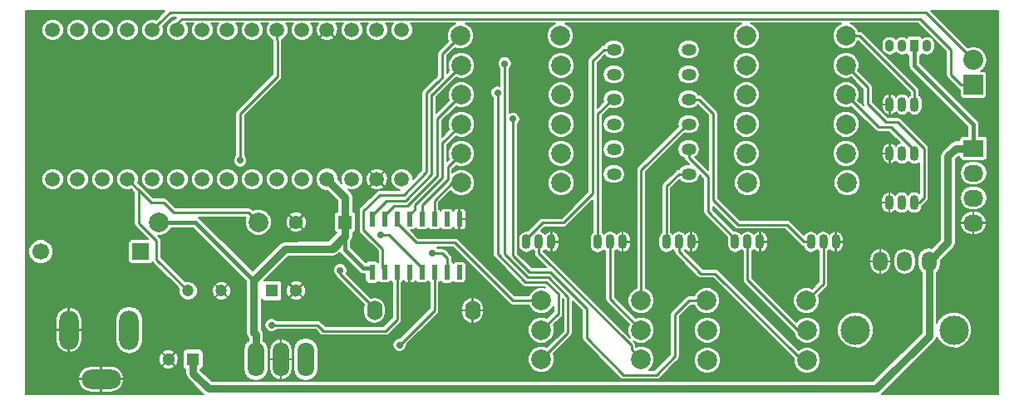
<source format=gbl>
G04 #@! TF.FileFunction,Copper,L2,Bot,Signal*
%FSLAX46Y46*%
G04 Gerber Fmt 4.6, Leading zero omitted, Abs format (unit mm)*
G04 Created by KiCad (PCBNEW 4.0.2-4+6225~38~ubuntu14.04.1-stable) date sáb 12 mar 2016 23:05:15 CET*
%MOMM*%
G01*
G04 APERTURE LIST*
%ADD10C,0.100000*%
%ADD11R,0.600000X1.500000*%
%ADD12C,1.500000*%
%ADD13O,1.524000X1.200000*%
%ADD14R,1.300000X1.300000*%
%ADD15C,1.300000*%
%ADD16R,1.400000X1.400000*%
%ADD17C,1.400000*%
%ADD18C,1.699260*%
%ADD19R,1.699260X1.699260*%
%ADD20R,2.032000X1.727200*%
%ADD21O,2.032000X1.727200*%
%ADD22O,0.899160X1.501140*%
%ADD23C,1.998980*%
%ADD24O,0.900000X1.200000*%
%ADD25R,0.900000X1.200000*%
%ADD26O,1.500000X2.000000*%
%ADD27C,3.000000*%
%ADD28C,1.200000*%
%ADD29O,1.600000X2.000000*%
%ADD30R,2.032000X2.032000*%
%ADD31O,2.032000X2.032000*%
%ADD32O,1.699260X3.500120*%
%ADD33O,2.000000X4.000000*%
%ADD34O,4.000000X2.000000*%
%ADD35C,0.700000*%
%ADD36C,0.254000*%
%ADD37C,0.762000*%
%ADD38C,0.406400*%
%ADD39C,0.203200*%
G04 APERTURE END LIST*
D10*
D11*
X145755000Y-61700000D03*
X147025000Y-61700000D03*
X148295000Y-61700000D03*
X149565000Y-61700000D03*
X150835000Y-61700000D03*
X152105000Y-61700000D03*
X153375000Y-61700000D03*
X154645000Y-61700000D03*
X154645000Y-67100000D03*
X153375000Y-67100000D03*
X152105000Y-67100000D03*
X150835000Y-67100000D03*
X149565000Y-67100000D03*
X148295000Y-67100000D03*
X147025000Y-67100000D03*
X145755000Y-67100000D03*
D12*
X148780000Y-42380000D03*
X146240000Y-42380000D03*
X143700000Y-42380000D03*
X141160000Y-42380000D03*
X138620000Y-42380000D03*
X136080000Y-42380000D03*
X133540000Y-42380000D03*
X131000000Y-42380000D03*
X128460000Y-42380000D03*
X125920000Y-42380000D03*
X123380000Y-42380000D03*
X120840000Y-42380000D03*
X118300000Y-42380000D03*
X115760000Y-42380000D03*
X113220000Y-42380000D03*
X113220000Y-57620000D03*
X115760000Y-57620000D03*
X118300000Y-57620000D03*
X120840000Y-57620000D03*
X123380000Y-57620000D03*
X125920000Y-57620000D03*
X128460000Y-57620000D03*
X131000000Y-57620000D03*
X133540000Y-57620000D03*
X136080000Y-57620000D03*
X138620000Y-57620000D03*
X141160000Y-57620000D03*
X143700000Y-57620000D03*
X146240000Y-57620000D03*
X148780000Y-57620000D03*
D13*
X170380000Y-44380000D03*
X170380000Y-46920000D03*
X170380000Y-49460000D03*
X170380000Y-52000000D03*
X170380000Y-54540000D03*
X170380000Y-57080000D03*
X178000000Y-44380000D03*
X178000000Y-46920000D03*
X178000000Y-49460000D03*
X178000000Y-52000000D03*
X178000000Y-54540000D03*
X178000000Y-57080000D03*
D14*
X135500000Y-69000000D03*
D15*
X138000000Y-69000000D03*
D16*
X143000000Y-62000000D03*
D17*
X138000000Y-62000000D03*
D18*
X112000000Y-65000000D03*
D19*
X122160000Y-65000000D03*
D20*
X207000000Y-54460000D03*
D21*
X207000000Y-57000000D03*
X207000000Y-59540000D03*
X207000000Y-62080000D03*
D22*
X199730000Y-50000000D03*
X198460000Y-50000000D03*
X201000000Y-50000000D03*
X199730000Y-55000000D03*
X198460000Y-55000000D03*
X201000000Y-55000000D03*
X199700000Y-60000000D03*
X198430000Y-60000000D03*
X200970000Y-60000000D03*
X162730000Y-64000000D03*
X161460000Y-64000000D03*
X164000000Y-64000000D03*
X170000000Y-64000000D03*
X168730000Y-64000000D03*
X171270000Y-64000000D03*
X191730000Y-64000000D03*
X190460000Y-64000000D03*
X193000000Y-64000000D03*
X177000000Y-64000000D03*
X175730000Y-64000000D03*
X178270000Y-64000000D03*
X184000000Y-64000000D03*
X182730000Y-64000000D03*
X185270000Y-64000000D03*
D23*
X194000000Y-52000000D03*
X183840000Y-52000000D03*
X194000000Y-55000000D03*
X183840000Y-55000000D03*
X194160000Y-58000000D03*
X184000000Y-58000000D03*
X183840000Y-43000000D03*
X194000000Y-43000000D03*
X183850000Y-49000000D03*
X194010000Y-49000000D03*
X183850000Y-46000000D03*
X194010000Y-46000000D03*
X173160000Y-76000000D03*
X163000000Y-76000000D03*
X165000000Y-46000000D03*
X154840000Y-46000000D03*
X173160000Y-70000000D03*
X163000000Y-70000000D03*
X165000000Y-55000000D03*
X154840000Y-55000000D03*
X173160000Y-73000000D03*
X163000000Y-73000000D03*
X164910000Y-43000000D03*
X154750000Y-43000000D03*
X165000000Y-49000000D03*
X154840000Y-49000000D03*
X165000000Y-52000000D03*
X154840000Y-52000000D03*
X165000000Y-58000000D03*
X154840000Y-58000000D03*
X190000000Y-70000000D03*
X179840000Y-70000000D03*
X190060000Y-76100000D03*
X179900000Y-76100000D03*
X190060000Y-73000000D03*
X179900000Y-73000000D03*
X124000000Y-62000000D03*
X134160000Y-62000000D03*
D24*
X199730000Y-44000000D03*
D25*
X201000000Y-44000000D03*
D24*
X198460000Y-44000000D03*
X202270000Y-44000000D03*
D26*
X200000000Y-66000000D03*
X202500000Y-66000000D03*
X197500000Y-66000000D03*
D27*
X205000000Y-73000000D03*
X195000000Y-73000000D03*
D14*
X127500000Y-76000000D03*
D15*
X125000000Y-76000000D03*
D28*
X127000000Y-69000000D03*
X130400000Y-69000000D03*
D29*
X146000000Y-71000000D03*
X156000000Y-71000000D03*
D30*
X207000000Y-48000000D03*
D31*
X207000000Y-45460000D03*
D32*
X136460000Y-76000000D03*
X139000000Y-76000000D03*
X133920000Y-76000000D03*
D33*
X121000000Y-73000000D03*
X114850000Y-73000000D03*
D34*
X118150000Y-78000000D03*
D35*
X151900000Y-65200000D03*
X146600000Y-63300000D03*
X159251868Y-45818301D03*
X158520798Y-48789721D03*
X160108196Y-51483239D03*
X148545822Y-74539031D03*
X135500000Y-72500000D03*
X132300000Y-55700000D03*
X142500000Y-66900000D03*
D36*
X152900000Y-65200000D02*
X153375000Y-65675000D01*
X153375000Y-65675000D02*
X153375000Y-67100000D01*
X151900000Y-65200000D02*
X152900000Y-65200000D01*
D37*
X141755600Y-64706400D02*
X138343600Y-64706400D01*
X138343600Y-64706400D02*
X138300000Y-64750000D01*
X143000000Y-62000000D02*
X143000000Y-63462000D01*
X143000000Y-63462000D02*
X141755600Y-64706400D01*
D38*
X141356400Y-64750000D02*
X138300000Y-64750000D01*
D37*
X133687638Y-67939064D02*
X136876702Y-64750000D01*
X136876702Y-64750000D02*
X138300000Y-64750000D01*
X133687638Y-67939064D02*
X133687638Y-73255578D01*
X133687638Y-73255578D02*
X133732060Y-73300000D01*
D38*
X133687638Y-67939064D02*
X133687638Y-73300000D01*
D37*
X133920000Y-76000000D02*
X133920000Y-73487940D01*
X133732060Y-73300000D02*
X133687638Y-73300000D01*
X133920000Y-73487940D02*
X133732060Y-73300000D01*
X143000000Y-62000000D02*
X143000000Y-59460000D01*
X143000000Y-59460000D02*
X141160000Y-57620000D01*
D38*
X201000000Y-44000000D02*
X201000000Y-46020411D01*
X201000000Y-46020411D02*
X207000000Y-52020411D01*
X207000000Y-52020411D02*
X207000000Y-53190000D01*
X207000000Y-53190000D02*
X207000000Y-54460000D01*
D37*
X202500000Y-66000000D02*
X204400000Y-64100000D01*
X204400000Y-64100000D02*
X204400000Y-55282000D01*
X204400000Y-55282000D02*
X205222000Y-54460000D01*
X205222000Y-54460000D02*
X207000000Y-54460000D01*
X202500000Y-73600000D02*
X202500000Y-66000000D01*
X197100000Y-79000000D02*
X202500000Y-73600000D01*
X129088000Y-79000000D02*
X197100000Y-79000000D01*
X127500000Y-76000000D02*
X127500000Y-77412000D01*
X127500000Y-77412000D02*
X129088000Y-79000000D01*
D38*
X124000000Y-62000000D02*
X127748574Y-62000000D01*
X127748574Y-62000000D02*
X133687638Y-67939064D01*
X143000000Y-63106400D02*
X141356400Y-64750000D01*
X133920000Y-75099570D02*
X133920000Y-76000000D01*
X145555000Y-66700000D02*
X144848600Y-66700000D01*
X144848600Y-66700000D02*
X143000000Y-64851400D01*
X143000000Y-64851400D02*
X143000000Y-63106400D01*
X143000000Y-63106400D02*
X143000000Y-62000000D01*
D36*
X147485000Y-63300000D02*
X147094974Y-63300000D01*
X150835000Y-66650000D02*
X147485000Y-63300000D01*
X147094974Y-63300000D02*
X146600000Y-63300000D01*
X150835000Y-67100000D02*
X150835000Y-66650000D01*
X124550000Y-60000000D02*
X123220000Y-60000000D01*
X123220000Y-60000000D02*
X121971001Y-58751001D01*
X125550511Y-61000511D02*
X124550000Y-60000000D01*
X134160000Y-62000000D02*
X133160511Y-61000511D01*
X133160511Y-61000511D02*
X125550511Y-61000511D01*
X123800000Y-63900000D02*
X123800000Y-65800000D01*
X123800000Y-65800000D02*
X127000000Y-69000000D01*
X123781688Y-63900000D02*
X123800000Y-63900000D01*
X120840000Y-57620000D02*
X121971001Y-58751001D01*
X121971001Y-58751001D02*
X121971001Y-62089313D01*
X121971001Y-62089313D02*
X123781688Y-63900000D01*
X159251868Y-65276109D02*
X159251868Y-46313275D01*
X163000000Y-76000000D02*
X165689574Y-73310426D01*
X163689575Y-67608011D02*
X161583769Y-67608010D01*
X165689574Y-73310426D02*
X165689574Y-69608010D01*
X159251868Y-46313275D02*
X159251868Y-45818301D01*
X161583769Y-67608010D02*
X159251868Y-65276109D01*
X165689574Y-69608010D02*
X163689575Y-67608011D01*
X161373343Y-68116020D02*
X158520798Y-65263475D01*
X163479150Y-68116022D02*
X161373343Y-68116020D01*
X163000000Y-73000000D02*
X164700000Y-71300000D01*
X158520798Y-49284695D02*
X158520798Y-48789721D01*
X158520798Y-65263475D02*
X158520798Y-49284695D01*
X164700000Y-71300000D02*
X164700000Y-69336872D01*
X164700000Y-69336872D02*
X163479150Y-68116022D01*
X176600000Y-71400000D02*
X178000000Y-70000000D01*
X178000000Y-70000000D02*
X179840000Y-70000000D01*
X176600000Y-75700000D02*
X176600000Y-71400000D01*
X174718670Y-77581330D02*
X176600000Y-75700000D01*
X171381330Y-77581330D02*
X174718670Y-77581330D01*
X171381330Y-77581330D02*
X167600000Y-73800000D01*
X167600000Y-73800000D02*
X167600000Y-70800000D01*
X167600000Y-70800000D02*
X163900000Y-67100000D01*
X163900000Y-67100000D02*
X161794195Y-67100000D01*
X161794195Y-67100000D02*
X160108196Y-65414001D01*
X160108196Y-65414001D02*
X160108196Y-51483239D01*
X126000000Y-41600000D02*
X126000000Y-42300000D01*
X126000000Y-42300000D02*
X125920000Y-42380000D01*
X126351001Y-41248999D02*
X126000000Y-41600000D01*
X204700000Y-44400000D02*
X201548999Y-41248999D01*
X201548999Y-41248999D02*
X126351001Y-41248999D01*
X204700000Y-46970000D02*
X204700000Y-44400000D01*
X207000000Y-48000000D02*
X205730000Y-48000000D01*
X205730000Y-48000000D02*
X204700000Y-46970000D01*
X207000000Y-45460000D02*
X205984001Y-44444001D01*
X205984001Y-44444001D02*
X205984001Y-44384001D01*
X205984001Y-44384001D02*
X202200474Y-40600474D01*
X202200474Y-40600474D02*
X125159526Y-40600474D01*
X125159526Y-40600474D02*
X124129999Y-41630001D01*
X124129999Y-41630001D02*
X123380000Y-42380000D01*
X152105000Y-67100000D02*
X152105000Y-70979853D01*
X148895821Y-74189032D02*
X148545822Y-74539031D01*
X152105000Y-70979853D02*
X148895821Y-74189032D01*
X147100000Y-73100000D02*
X148295000Y-71905000D01*
X148295000Y-71905000D02*
X148295000Y-68655000D01*
X140800000Y-73100000D02*
X147100000Y-73100000D01*
X140200000Y-72500000D02*
X140800000Y-73100000D01*
X137000000Y-72500000D02*
X139950000Y-72500000D01*
X135500000Y-72500000D02*
X137000000Y-72500000D01*
X137000000Y-72500000D02*
X140200000Y-72500000D01*
X148295000Y-68655000D02*
X148295000Y-67100000D01*
X194000000Y-43000000D02*
X195413492Y-43000000D01*
X195413492Y-43000000D02*
X201000000Y-48586508D01*
X201000000Y-48586508D02*
X201000000Y-50000000D01*
X195009489Y-49999489D02*
X194010000Y-49000000D01*
X197301786Y-52291786D02*
X195009489Y-49999489D01*
X198592776Y-52291786D02*
X197301786Y-52291786D01*
X201000000Y-54699010D02*
X198592776Y-52291786D01*
X201000000Y-55000000D02*
X201000000Y-54699010D01*
X194010000Y-46000000D02*
X196252834Y-48242834D01*
X196252834Y-48242834D02*
X196252834Y-49945579D01*
X196252834Y-49945579D02*
X198091030Y-51783775D01*
X198091030Y-51783775D02*
X199259396Y-51783775D01*
X199259396Y-51783775D02*
X201973580Y-54497959D01*
X201973580Y-54497959D02*
X201973580Y-59526420D01*
X201973580Y-59526420D02*
X201500000Y-60000000D01*
X201500000Y-60000000D02*
X200970000Y-60000000D01*
X162730000Y-64850000D02*
X162730000Y-65165756D01*
X162730000Y-65165756D02*
X172160511Y-74596267D01*
X172160511Y-74596267D02*
X172160511Y-75000511D01*
X172160511Y-75000511D02*
X173160000Y-76000000D01*
X162730000Y-64850000D02*
X162730000Y-65004570D01*
X162730000Y-64000000D02*
X162730000Y-64850000D01*
X173160000Y-73000000D02*
X170000000Y-69840000D01*
X170000000Y-69840000D02*
X170000000Y-64000000D01*
X191730000Y-64000000D02*
X191730000Y-68270000D01*
X191730000Y-68270000D02*
X190000000Y-70000000D01*
X177000000Y-64000000D02*
X177000000Y-65004570D01*
X189190783Y-75740783D02*
X189700783Y-75740783D01*
X177000000Y-65004570D02*
X179245430Y-67250000D01*
X179245430Y-67250000D02*
X180700000Y-67250000D01*
X180700000Y-67250000D02*
X189190783Y-75740783D01*
X184000000Y-64000000D02*
X184000000Y-67900000D01*
X184000000Y-67900000D02*
X189100000Y-73000000D01*
X189100000Y-73000000D02*
X190060000Y-73000000D01*
X147213011Y-59791989D02*
X145755000Y-61250000D01*
X151800000Y-57144692D02*
X149152703Y-59791989D01*
X149152703Y-59791989D02*
X147213011Y-59791989D01*
X151800000Y-49400000D02*
X151800000Y-57144692D01*
X145755000Y-61250000D02*
X145755000Y-61700000D01*
X151800000Y-49400000D02*
X151800000Y-49200000D01*
X152640000Y-48200000D02*
X153140000Y-47700000D01*
X153140000Y-47700000D02*
X154840000Y-46000000D01*
X151800000Y-49400000D02*
X151800000Y-49040000D01*
X151800000Y-49040000D02*
X153140000Y-47700000D01*
X152600000Y-48200000D02*
X151800000Y-49000000D01*
X151800000Y-49000000D02*
X151800000Y-49200000D01*
X152640000Y-48200000D02*
X152600000Y-48200000D01*
X163000000Y-70000000D02*
X160093554Y-70000000D01*
X160093554Y-70000000D02*
X154190457Y-64096903D01*
X154190457Y-64096903D02*
X150241903Y-64096903D01*
X150241903Y-64096903D02*
X148295000Y-62150000D01*
X148295000Y-62150000D02*
X148295000Y-61700000D01*
X150835000Y-60265000D02*
X153459509Y-57640491D01*
X153459509Y-56380491D02*
X153840511Y-55999489D01*
X153459509Y-57640491D02*
X153459509Y-56380491D01*
X153840511Y-55999489D02*
X154840000Y-55000000D01*
X150835000Y-61700000D02*
X150835000Y-60265000D01*
X154750000Y-43000000D02*
X152900000Y-44850000D01*
X152900000Y-44850000D02*
X152900000Y-47221566D01*
X152900000Y-47221566D02*
X152429576Y-47691990D01*
X152429576Y-47691990D02*
X152389575Y-47691991D01*
X152389575Y-47691991D02*
X151291990Y-48789576D01*
X151291990Y-48789576D02*
X151291990Y-56873627D01*
X151291990Y-56873627D02*
X148965617Y-59200000D01*
X148965617Y-59200000D02*
X146518322Y-59200000D01*
X146518322Y-59200000D02*
X144873999Y-60844323D01*
X144873999Y-60844323D02*
X144873999Y-62773999D01*
X144873999Y-62773999D02*
X146825000Y-64725000D01*
X146825000Y-64725000D02*
X146825000Y-66700000D01*
X152391989Y-57271139D02*
X152391990Y-51448010D01*
X149363128Y-60300000D02*
X152391989Y-57271139D01*
X153840511Y-49999489D02*
X154840000Y-49000000D01*
X147975000Y-60300000D02*
X149363128Y-60300000D01*
X147025000Y-61250000D02*
X147975000Y-60300000D01*
X152391990Y-51448010D02*
X153840511Y-49999489D01*
X147025000Y-61700000D02*
X147025000Y-61250000D01*
X149565000Y-61250000D02*
X149565000Y-61700000D01*
X152900000Y-53940000D02*
X152900000Y-57481564D01*
X150119000Y-60262564D02*
X150119000Y-60696000D01*
X150119000Y-60696000D02*
X149565000Y-61250000D01*
X154840000Y-52000000D02*
X152900000Y-53940000D01*
X152900000Y-57481564D02*
X150119000Y-60262564D01*
X152105000Y-61700000D02*
X152105000Y-60696000D01*
X152105000Y-60696000D02*
X152100000Y-60691000D01*
X152100000Y-60691000D02*
X152100000Y-59800000D01*
X152100000Y-59800000D02*
X153900000Y-58000000D01*
X153900000Y-58000000D02*
X154840000Y-58000000D01*
X154755000Y-58000000D02*
X154840000Y-58000000D01*
X136100000Y-47100000D02*
X136100000Y-46800000D01*
X136100000Y-46800000D02*
X136100000Y-46500000D01*
X136100000Y-43460660D02*
X136100000Y-46800000D01*
X136080000Y-42380000D02*
X136080000Y-43440660D01*
X136080000Y-43440660D02*
X136100000Y-43460660D01*
X132300000Y-50900000D02*
X136100000Y-47100000D01*
X132300000Y-55700000D02*
X132300000Y-50900000D01*
X146000000Y-71000000D02*
X146000000Y-70800000D01*
X146000000Y-70800000D02*
X142500000Y-67300000D01*
X142500000Y-67300000D02*
X142500000Y-66900000D01*
X168730000Y-64000000D02*
X168730000Y-50948000D01*
X168730000Y-50948000D02*
X170218000Y-49460000D01*
X170218000Y-49460000D02*
X170380000Y-49460000D01*
X183000000Y-62250000D02*
X188006420Y-62250000D01*
X188006420Y-62250000D02*
X189756420Y-64000000D01*
X189756420Y-64000000D02*
X190460000Y-64000000D01*
X180500000Y-59750000D02*
X183000000Y-62250000D01*
X180500000Y-50944000D02*
X180500000Y-59750000D01*
X178000000Y-49460000D02*
X179016000Y-49460000D01*
X179016000Y-49460000D02*
X180500000Y-50944000D01*
X178000000Y-57080000D02*
X176984000Y-57080000D01*
X176984000Y-57080000D02*
X175730000Y-58334000D01*
X175730000Y-58334000D02*
X175730000Y-62995430D01*
X175730000Y-62995430D02*
X175730000Y-64000000D01*
X182730000Y-63699010D02*
X182730000Y-64000000D01*
X178000000Y-55394000D02*
X179991989Y-57385989D01*
X178000000Y-54540000D02*
X178000000Y-55394000D01*
X179991989Y-60960999D02*
X182730000Y-63699010D01*
X179991989Y-57385989D02*
X179991989Y-60960999D01*
X173160000Y-70000000D02*
X173160000Y-56678000D01*
X173160000Y-56678000D02*
X177838000Y-52000000D01*
X177838000Y-52000000D02*
X178000000Y-52000000D01*
X161460000Y-64000000D02*
X161460000Y-63699010D01*
X161460000Y-63699010D02*
X163100000Y-62059010D01*
X163100000Y-62059010D02*
X165240990Y-62059010D01*
X165240990Y-62059010D02*
X168200000Y-59100000D01*
X168200000Y-59100000D02*
X168200000Y-45544000D01*
X168200000Y-45544000D02*
X169364000Y-44380000D01*
X169364000Y-44380000D02*
X170380000Y-44380000D01*
D39*
G36*
X123743633Y-41333867D02*
X123600882Y-41274592D01*
X123161047Y-41274208D01*
X122754546Y-41442171D01*
X122443264Y-41752910D01*
X122274592Y-42159118D01*
X122274208Y-42598953D01*
X122442171Y-43005454D01*
X122752910Y-43316736D01*
X123159118Y-43485408D01*
X123598953Y-43485792D01*
X124005454Y-43317829D01*
X124316736Y-43007090D01*
X124485408Y-42600882D01*
X124485792Y-42161047D01*
X124426047Y-42016453D01*
X125359426Y-41083074D01*
X125834427Y-41083074D01*
X125658750Y-41258750D01*
X125628351Y-41304245D01*
X125294546Y-41442171D01*
X124983264Y-41752910D01*
X124814592Y-42159118D01*
X124814208Y-42598953D01*
X124982171Y-43005454D01*
X125292910Y-43316736D01*
X125699118Y-43485408D01*
X126138953Y-43485792D01*
X126545454Y-43317829D01*
X126856736Y-43007090D01*
X127025408Y-42600882D01*
X127025792Y-42161047D01*
X126857829Y-41754546D01*
X126834922Y-41731599D01*
X127544612Y-41731599D01*
X127523264Y-41752910D01*
X127354592Y-42159118D01*
X127354208Y-42598953D01*
X127522171Y-43005454D01*
X127832910Y-43316736D01*
X128239118Y-43485408D01*
X128678953Y-43485792D01*
X129085454Y-43317829D01*
X129396736Y-43007090D01*
X129565408Y-42600882D01*
X129565792Y-42161047D01*
X129397829Y-41754546D01*
X129374922Y-41731599D01*
X130084612Y-41731599D01*
X130063264Y-41752910D01*
X129894592Y-42159118D01*
X129894208Y-42598953D01*
X130062171Y-43005454D01*
X130372910Y-43316736D01*
X130779118Y-43485408D01*
X131218953Y-43485792D01*
X131625454Y-43317829D01*
X131936736Y-43007090D01*
X132105408Y-42600882D01*
X132105792Y-42161047D01*
X131937829Y-41754546D01*
X131914922Y-41731599D01*
X132624612Y-41731599D01*
X132603264Y-41752910D01*
X132434592Y-42159118D01*
X132434208Y-42598953D01*
X132602171Y-43005454D01*
X132912910Y-43316736D01*
X133319118Y-43485408D01*
X133758953Y-43485792D01*
X134165454Y-43317829D01*
X134476736Y-43007090D01*
X134645408Y-42600882D01*
X134645792Y-42161047D01*
X134477829Y-41754546D01*
X134454922Y-41731599D01*
X135164612Y-41731599D01*
X135143264Y-41752910D01*
X134974592Y-42159118D01*
X134974208Y-42598953D01*
X135142171Y-43005454D01*
X135452910Y-43316736D01*
X135597400Y-43376733D01*
X135597400Y-43440660D01*
X135617400Y-43541206D01*
X135617400Y-46900101D01*
X131958750Y-50558750D01*
X131854136Y-50715317D01*
X131817400Y-50900000D01*
X131817400Y-55184759D01*
X131702170Y-55299788D01*
X131594522Y-55559032D01*
X131594277Y-55839737D01*
X131701472Y-56099168D01*
X131899788Y-56297830D01*
X132159032Y-56405478D01*
X132439737Y-56405723D01*
X132699168Y-56298528D01*
X132897830Y-56100212D01*
X133005478Y-55840968D01*
X133005723Y-55560263D01*
X132898528Y-55300832D01*
X132782600Y-55184702D01*
X132782600Y-51099900D01*
X136441247Y-47441252D01*
X136441250Y-47441250D01*
X136545864Y-47284683D01*
X136551940Y-47254136D01*
X136582601Y-47100000D01*
X136582600Y-47099995D01*
X136582600Y-43460660D01*
X136565677Y-43375584D01*
X136705454Y-43317829D01*
X137016736Y-43007090D01*
X137185408Y-42600882D01*
X137185792Y-42161047D01*
X137017829Y-41754546D01*
X136994922Y-41731599D01*
X137704612Y-41731599D01*
X137683264Y-41752910D01*
X137514592Y-42159118D01*
X137514208Y-42598953D01*
X137682171Y-43005454D01*
X137992910Y-43316736D01*
X138399118Y-43485408D01*
X138838953Y-43485792D01*
X139245454Y-43317829D01*
X139431635Y-43131972D01*
X140443949Y-43131972D01*
X140518130Y-43306671D01*
X140921612Y-43481766D01*
X141361385Y-43489127D01*
X141770500Y-43327633D01*
X141801870Y-43306671D01*
X141876051Y-43131972D01*
X141160000Y-42415921D01*
X140443949Y-43131972D01*
X139431635Y-43131972D01*
X139556736Y-43007090D01*
X139725408Y-42600882D01*
X139725792Y-42161047D01*
X139557829Y-41754546D01*
X139534922Y-41731599D01*
X140248710Y-41731599D01*
X140233329Y-41738130D01*
X140058234Y-42141612D01*
X140050873Y-42581385D01*
X140212367Y-42990500D01*
X140233329Y-43021870D01*
X140408028Y-43096051D01*
X141124079Y-42380000D01*
X141109937Y-42365858D01*
X141145858Y-42329937D01*
X141160000Y-42344079D01*
X141174143Y-42329937D01*
X141210064Y-42365858D01*
X141195921Y-42380000D01*
X141911972Y-43096051D01*
X142086671Y-43021870D01*
X142261766Y-42618388D01*
X142269127Y-42178615D01*
X142107633Y-41769500D01*
X142086671Y-41738130D01*
X142071290Y-41731599D01*
X142784612Y-41731599D01*
X142763264Y-41752910D01*
X142594592Y-42159118D01*
X142594208Y-42598953D01*
X142762171Y-43005454D01*
X143072910Y-43316736D01*
X143479118Y-43485408D01*
X143918953Y-43485792D01*
X144325454Y-43317829D01*
X144636736Y-43007090D01*
X144805408Y-42600882D01*
X144805792Y-42161047D01*
X144637829Y-41754546D01*
X144614922Y-41731599D01*
X145324612Y-41731599D01*
X145303264Y-41752910D01*
X145134592Y-42159118D01*
X145134208Y-42598953D01*
X145302171Y-43005454D01*
X145612910Y-43316736D01*
X146019118Y-43485408D01*
X146458953Y-43485792D01*
X146865454Y-43317829D01*
X147176736Y-43007090D01*
X147345408Y-42600882D01*
X147345792Y-42161047D01*
X147177829Y-41754546D01*
X147154922Y-41731599D01*
X147864612Y-41731599D01*
X147843264Y-41752910D01*
X147674592Y-42159118D01*
X147674208Y-42598953D01*
X147842171Y-43005454D01*
X148152910Y-43316736D01*
X148559118Y-43485408D01*
X148998953Y-43485792D01*
X149405454Y-43317829D01*
X149716736Y-43007090D01*
X149885408Y-42600882D01*
X149885792Y-42161047D01*
X149717829Y-41754546D01*
X149694922Y-41731599D01*
X154271267Y-41731599D01*
X153983406Y-41850541D01*
X153601880Y-42231401D01*
X153395146Y-42729273D01*
X153394675Y-43268362D01*
X153512933Y-43554567D01*
X152558750Y-44508750D01*
X152454136Y-44665317D01*
X152417400Y-44850000D01*
X152417400Y-47021666D01*
X152168873Y-47270193D01*
X152126066Y-47298797D01*
X152048326Y-47350741D01*
X152048319Y-47350748D01*
X152048316Y-47350750D01*
X152048314Y-47350753D01*
X150950740Y-48448326D01*
X150846126Y-48604893D01*
X150809390Y-48789576D01*
X150809390Y-56673727D01*
X149885620Y-57597497D01*
X149885792Y-57401047D01*
X149717829Y-56994546D01*
X149407090Y-56683264D01*
X149000882Y-56514592D01*
X148561047Y-56514208D01*
X148154546Y-56682171D01*
X147843264Y-56992910D01*
X147674592Y-57399118D01*
X147674208Y-57838953D01*
X147842171Y-58245454D01*
X148152910Y-58556736D01*
X148539833Y-58717400D01*
X146518322Y-58717400D01*
X146333639Y-58754136D01*
X146177072Y-58858750D01*
X144532749Y-60503073D01*
X144428135Y-60659640D01*
X144391399Y-60844323D01*
X144391399Y-62773999D01*
X144428135Y-62958682D01*
X144532749Y-63115249D01*
X146342400Y-64924900D01*
X146342400Y-66054507D01*
X146216210Y-65968285D01*
X146055000Y-65935639D01*
X145455000Y-65935639D01*
X145304397Y-65963977D01*
X145166078Y-66052983D01*
X145140512Y-66090400D01*
X145101104Y-66090400D01*
X143609600Y-64598896D01*
X143609600Y-63939719D01*
X143727463Y-63763325D01*
X143787400Y-63462000D01*
X143787400Y-63097916D01*
X143850603Y-63086023D01*
X143988922Y-62997017D01*
X144081715Y-62861210D01*
X144114361Y-62700000D01*
X144114361Y-61300000D01*
X144086023Y-61149397D01*
X143997017Y-61011078D01*
X143861210Y-60918285D01*
X143787400Y-60903338D01*
X143787400Y-59460000D01*
X143727463Y-59158675D01*
X143556776Y-58903224D01*
X143307839Y-58654287D01*
X143479118Y-58725408D01*
X143918953Y-58725792D01*
X144325454Y-58557829D01*
X144511635Y-58371972D01*
X145523949Y-58371972D01*
X145598130Y-58546671D01*
X146001612Y-58721766D01*
X146441385Y-58729127D01*
X146850500Y-58567633D01*
X146881870Y-58546671D01*
X146956051Y-58371972D01*
X146240000Y-57655921D01*
X145523949Y-58371972D01*
X144511635Y-58371972D01*
X144636736Y-58247090D01*
X144805408Y-57840882D01*
X144805425Y-57821385D01*
X145130873Y-57821385D01*
X145292367Y-58230500D01*
X145313329Y-58261870D01*
X145488028Y-58336051D01*
X146204079Y-57620000D01*
X146275921Y-57620000D01*
X146991972Y-58336051D01*
X147166671Y-58261870D01*
X147341766Y-57858388D01*
X147349127Y-57418615D01*
X147187633Y-57009500D01*
X147166671Y-56978130D01*
X146991972Y-56903949D01*
X146275921Y-57620000D01*
X146204079Y-57620000D01*
X145488028Y-56903949D01*
X145313329Y-56978130D01*
X145138234Y-57381612D01*
X145130873Y-57821385D01*
X144805425Y-57821385D01*
X144805792Y-57401047D01*
X144637829Y-56994546D01*
X144511532Y-56868028D01*
X145523949Y-56868028D01*
X146240000Y-57584079D01*
X146956051Y-56868028D01*
X146881870Y-56693329D01*
X146478388Y-56518234D01*
X146038615Y-56510873D01*
X145629500Y-56672367D01*
X145598130Y-56693329D01*
X145523949Y-56868028D01*
X144511532Y-56868028D01*
X144327090Y-56683264D01*
X143920882Y-56514592D01*
X143481047Y-56514208D01*
X143074546Y-56682171D01*
X142763264Y-56992910D01*
X142594592Y-57399118D01*
X142594208Y-57838953D01*
X142665821Y-58012269D01*
X142316363Y-57662811D01*
X142316600Y-57390987D01*
X142140920Y-56965808D01*
X141815903Y-56640224D01*
X141391031Y-56463801D01*
X140930987Y-56463400D01*
X140505808Y-56639080D01*
X140180224Y-56964097D01*
X140003801Y-57388969D01*
X140003400Y-57849013D01*
X140179080Y-58274192D01*
X140504097Y-58599776D01*
X140928969Y-58776199D01*
X141202886Y-58776438D01*
X142212600Y-59786152D01*
X142212600Y-60902084D01*
X142149397Y-60913977D01*
X142011078Y-61002983D01*
X141918285Y-61138790D01*
X141885639Y-61300000D01*
X141885639Y-62700000D01*
X141913977Y-62850603D01*
X142002983Y-62988922D01*
X142138790Y-63081715D01*
X142158574Y-63085721D01*
X141325296Y-63919000D01*
X138343600Y-63919000D01*
X138124407Y-63962600D01*
X136876702Y-63962600D01*
X136575377Y-64022537D01*
X136319926Y-64193224D01*
X133561914Y-66951236D01*
X128179626Y-61568948D01*
X128051162Y-61483111D01*
X132907361Y-61483111D01*
X132805146Y-61729273D01*
X132804675Y-62268362D01*
X133010541Y-62766594D01*
X133391401Y-63148120D01*
X133889273Y-63354854D01*
X134428362Y-63355325D01*
X134926594Y-63149459D01*
X135308120Y-62768599D01*
X135329997Y-62715912D01*
X137320009Y-62715912D01*
X137388104Y-62885416D01*
X137773516Y-63052180D01*
X138193408Y-63058759D01*
X138583855Y-62904152D01*
X138611896Y-62885416D01*
X138679991Y-62715912D01*
X138000000Y-62035921D01*
X137320009Y-62715912D01*
X135329997Y-62715912D01*
X135514854Y-62270727D01*
X135514921Y-62193408D01*
X136941241Y-62193408D01*
X137095848Y-62583855D01*
X137114584Y-62611896D01*
X137284088Y-62679991D01*
X137964079Y-62000000D01*
X138035921Y-62000000D01*
X138715912Y-62679991D01*
X138885416Y-62611896D01*
X139052180Y-62226484D01*
X139058759Y-61806592D01*
X138904152Y-61416145D01*
X138885416Y-61388104D01*
X138715912Y-61320009D01*
X138035921Y-62000000D01*
X137964079Y-62000000D01*
X137284088Y-61320009D01*
X137114584Y-61388104D01*
X136947820Y-61773516D01*
X136941241Y-62193408D01*
X135514921Y-62193408D01*
X135515325Y-61731638D01*
X135330401Y-61284088D01*
X137320009Y-61284088D01*
X138000000Y-61964079D01*
X138679991Y-61284088D01*
X138611896Y-61114584D01*
X138226484Y-60947820D01*
X137806592Y-60941241D01*
X137416145Y-61095848D01*
X137388104Y-61114584D01*
X137320009Y-61284088D01*
X135330401Y-61284088D01*
X135309459Y-61233406D01*
X134928599Y-60851880D01*
X134430727Y-60645146D01*
X133891638Y-60644675D01*
X133605433Y-60762933D01*
X133501761Y-60659261D01*
X133345194Y-60554647D01*
X133160511Y-60517911D01*
X125750411Y-60517911D01*
X124891250Y-59658750D01*
X124734683Y-59554136D01*
X124550000Y-59517400D01*
X123419900Y-59517400D01*
X121886133Y-57983633D01*
X121945408Y-57840882D01*
X121945409Y-57838953D01*
X122274208Y-57838953D01*
X122442171Y-58245454D01*
X122752910Y-58556736D01*
X123159118Y-58725408D01*
X123598953Y-58725792D01*
X124005454Y-58557829D01*
X124316736Y-58247090D01*
X124485408Y-57840882D01*
X124485409Y-57838953D01*
X124814208Y-57838953D01*
X124982171Y-58245454D01*
X125292910Y-58556736D01*
X125699118Y-58725408D01*
X126138953Y-58725792D01*
X126545454Y-58557829D01*
X126856736Y-58247090D01*
X127025408Y-57840882D01*
X127025409Y-57838953D01*
X127354208Y-57838953D01*
X127522171Y-58245454D01*
X127832910Y-58556736D01*
X128239118Y-58725408D01*
X128678953Y-58725792D01*
X129085454Y-58557829D01*
X129396736Y-58247090D01*
X129565408Y-57840882D01*
X129565409Y-57838953D01*
X129894208Y-57838953D01*
X130062171Y-58245454D01*
X130372910Y-58556736D01*
X130779118Y-58725408D01*
X131218953Y-58725792D01*
X131625454Y-58557829D01*
X131936736Y-58247090D01*
X132105408Y-57840882D01*
X132105409Y-57838953D01*
X132434208Y-57838953D01*
X132602171Y-58245454D01*
X132912910Y-58556736D01*
X133319118Y-58725408D01*
X133758953Y-58725792D01*
X134165454Y-58557829D01*
X134476736Y-58247090D01*
X134645408Y-57840882D01*
X134645409Y-57838953D01*
X134974208Y-57838953D01*
X135142171Y-58245454D01*
X135452910Y-58556736D01*
X135859118Y-58725408D01*
X136298953Y-58725792D01*
X136705454Y-58557829D01*
X137016736Y-58247090D01*
X137185408Y-57840882D01*
X137185409Y-57838953D01*
X137514208Y-57838953D01*
X137682171Y-58245454D01*
X137992910Y-58556736D01*
X138399118Y-58725408D01*
X138838953Y-58725792D01*
X139245454Y-58557829D01*
X139556736Y-58247090D01*
X139725408Y-57840882D01*
X139725792Y-57401047D01*
X139557829Y-56994546D01*
X139247090Y-56683264D01*
X138840882Y-56514592D01*
X138401047Y-56514208D01*
X137994546Y-56682171D01*
X137683264Y-56992910D01*
X137514592Y-57399118D01*
X137514208Y-57838953D01*
X137185409Y-57838953D01*
X137185792Y-57401047D01*
X137017829Y-56994546D01*
X136707090Y-56683264D01*
X136300882Y-56514592D01*
X135861047Y-56514208D01*
X135454546Y-56682171D01*
X135143264Y-56992910D01*
X134974592Y-57399118D01*
X134974208Y-57838953D01*
X134645409Y-57838953D01*
X134645792Y-57401047D01*
X134477829Y-56994546D01*
X134167090Y-56683264D01*
X133760882Y-56514592D01*
X133321047Y-56514208D01*
X132914546Y-56682171D01*
X132603264Y-56992910D01*
X132434592Y-57399118D01*
X132434208Y-57838953D01*
X132105409Y-57838953D01*
X132105792Y-57401047D01*
X131937829Y-56994546D01*
X131627090Y-56683264D01*
X131220882Y-56514592D01*
X130781047Y-56514208D01*
X130374546Y-56682171D01*
X130063264Y-56992910D01*
X129894592Y-57399118D01*
X129894208Y-57838953D01*
X129565409Y-57838953D01*
X129565792Y-57401047D01*
X129397829Y-56994546D01*
X129087090Y-56683264D01*
X128680882Y-56514592D01*
X128241047Y-56514208D01*
X127834546Y-56682171D01*
X127523264Y-56992910D01*
X127354592Y-57399118D01*
X127354208Y-57838953D01*
X127025409Y-57838953D01*
X127025792Y-57401047D01*
X126857829Y-56994546D01*
X126547090Y-56683264D01*
X126140882Y-56514592D01*
X125701047Y-56514208D01*
X125294546Y-56682171D01*
X124983264Y-56992910D01*
X124814592Y-57399118D01*
X124814208Y-57838953D01*
X124485409Y-57838953D01*
X124485792Y-57401047D01*
X124317829Y-56994546D01*
X124007090Y-56683264D01*
X123600882Y-56514592D01*
X123161047Y-56514208D01*
X122754546Y-56682171D01*
X122443264Y-56992910D01*
X122274592Y-57399118D01*
X122274208Y-57838953D01*
X121945409Y-57838953D01*
X121945792Y-57401047D01*
X121777829Y-56994546D01*
X121467090Y-56683264D01*
X121060882Y-56514592D01*
X120621047Y-56514208D01*
X120214546Y-56682171D01*
X119903264Y-56992910D01*
X119734592Y-57399118D01*
X119734208Y-57838953D01*
X119902171Y-58245454D01*
X120212910Y-58556736D01*
X120619118Y-58725408D01*
X121058953Y-58725792D01*
X121203547Y-58666047D01*
X121488401Y-58950901D01*
X121488401Y-62089313D01*
X121525137Y-62273996D01*
X121629751Y-62430563D01*
X122935197Y-63736009D01*
X121310370Y-63736009D01*
X121159767Y-63764347D01*
X121021448Y-63853353D01*
X120928655Y-63989160D01*
X120896009Y-64150370D01*
X120896009Y-65849630D01*
X120924347Y-66000233D01*
X121013353Y-66138552D01*
X121149160Y-66231345D01*
X121310370Y-66263991D01*
X123009630Y-66263991D01*
X123160233Y-66235653D01*
X123298552Y-66146647D01*
X123381369Y-66025440D01*
X123458750Y-66141250D01*
X126068632Y-68751131D01*
X126044567Y-68809086D01*
X126044235Y-69189247D01*
X126189410Y-69540597D01*
X126457989Y-69809646D01*
X126809086Y-69955433D01*
X127189247Y-69955765D01*
X127540597Y-69810590D01*
X127707688Y-69643790D01*
X129792131Y-69643790D01*
X129848052Y-69802904D01*
X130197325Y-69953007D01*
X130577453Y-69958025D01*
X130930566Y-69817191D01*
X130951948Y-69802904D01*
X131007869Y-69643790D01*
X130400000Y-69035921D01*
X129792131Y-69643790D01*
X127707688Y-69643790D01*
X127809646Y-69542011D01*
X127955433Y-69190914D01*
X127955444Y-69177453D01*
X129441975Y-69177453D01*
X129582809Y-69530566D01*
X129597096Y-69551948D01*
X129756210Y-69607869D01*
X130364079Y-69000000D01*
X130435921Y-69000000D01*
X131043790Y-69607869D01*
X131202904Y-69551948D01*
X131353007Y-69202675D01*
X131358025Y-68822547D01*
X131217191Y-68469434D01*
X131202904Y-68448052D01*
X131043790Y-68392131D01*
X130435921Y-69000000D01*
X130364079Y-69000000D01*
X129756210Y-68392131D01*
X129597096Y-68448052D01*
X129446993Y-68797325D01*
X129441975Y-69177453D01*
X127955444Y-69177453D01*
X127955765Y-68810753D01*
X127810590Y-68459403D01*
X127707578Y-68356210D01*
X129792131Y-68356210D01*
X130400000Y-68964079D01*
X131007869Y-68356210D01*
X130951948Y-68197096D01*
X130602675Y-68046993D01*
X130222547Y-68041975D01*
X129869434Y-68182809D01*
X129848052Y-68197096D01*
X129792131Y-68356210D01*
X127707578Y-68356210D01*
X127542011Y-68190354D01*
X127190914Y-68044567D01*
X126810753Y-68044235D01*
X126751300Y-68068801D01*
X124282600Y-65600100D01*
X124282600Y-63900000D01*
X124245864Y-63715317D01*
X124141250Y-63558750D01*
X124086064Y-63521876D01*
X123970052Y-63405864D01*
X124278422Y-63406133D01*
X124795332Y-63192550D01*
X125191161Y-62797412D01*
X125269147Y-62609600D01*
X127496070Y-62609600D01*
X132900238Y-68013768D01*
X132900238Y-73255578D01*
X132904656Y-73277789D01*
X132900238Y-73300000D01*
X132960175Y-73601325D01*
X133130862Y-73856776D01*
X133132600Y-73857937D01*
X133132600Y-74101858D01*
X133031853Y-74169175D01*
X132759580Y-74576660D01*
X132663970Y-75057322D01*
X132663970Y-76942678D01*
X132759580Y-77423340D01*
X133031853Y-77830825D01*
X133439338Y-78103098D01*
X133920000Y-78198708D01*
X134400662Y-78103098D01*
X134808147Y-77830825D01*
X135080420Y-77423340D01*
X135176030Y-76942678D01*
X135176030Y-76025400D01*
X135254770Y-76025400D01*
X135254770Y-76925830D01*
X135356233Y-77385118D01*
X135625734Y-77770617D01*
X136022245Y-78023638D01*
X136246415Y-78086583D01*
X136434600Y-78016471D01*
X136434600Y-76025400D01*
X136485400Y-76025400D01*
X136485400Y-78016471D01*
X136673585Y-78086583D01*
X136897755Y-78023638D01*
X137294266Y-77770617D01*
X137563767Y-77385118D01*
X137665230Y-76925830D01*
X137665230Y-76025400D01*
X136485400Y-76025400D01*
X136434600Y-76025400D01*
X135254770Y-76025400D01*
X135176030Y-76025400D01*
X135176030Y-75074170D01*
X135254770Y-75074170D01*
X135254770Y-75974600D01*
X136434600Y-75974600D01*
X136434600Y-73983529D01*
X136485400Y-73983529D01*
X136485400Y-75974600D01*
X137665230Y-75974600D01*
X137665230Y-75074170D01*
X137661509Y-75057322D01*
X137743970Y-75057322D01*
X137743970Y-76942678D01*
X137839580Y-77423340D01*
X138111853Y-77830825D01*
X138519338Y-78103098D01*
X139000000Y-78198708D01*
X139480662Y-78103098D01*
X139888147Y-77830825D01*
X140160420Y-77423340D01*
X140256030Y-76942678D01*
X140256030Y-75057322D01*
X140160420Y-74576660D01*
X139888147Y-74169175D01*
X139480662Y-73896902D01*
X139000000Y-73801292D01*
X138519338Y-73896902D01*
X138111853Y-74169175D01*
X137839580Y-74576660D01*
X137743970Y-75057322D01*
X137661509Y-75057322D01*
X137563767Y-74614882D01*
X137294266Y-74229383D01*
X136897755Y-73976362D01*
X136673585Y-73913417D01*
X136485400Y-73983529D01*
X136434600Y-73983529D01*
X136246415Y-73913417D01*
X136022245Y-73976362D01*
X135625734Y-74229383D01*
X135356233Y-74614882D01*
X135254770Y-75074170D01*
X135176030Y-75074170D01*
X135176030Y-75057322D01*
X135080420Y-74576660D01*
X134808147Y-74169175D01*
X134707400Y-74101858D01*
X134707400Y-73487940D01*
X134647463Y-73186615D01*
X134476776Y-72931164D01*
X134475038Y-72929426D01*
X134475038Y-69817792D01*
X134552983Y-69938922D01*
X134688790Y-70031715D01*
X134850000Y-70064361D01*
X136150000Y-70064361D01*
X136300603Y-70036023D01*
X136438922Y-69947017D01*
X136531715Y-69811210D01*
X136558315Y-69679852D01*
X137356069Y-69679852D01*
X137418077Y-69844160D01*
X137785419Y-70002595D01*
X138185430Y-70008393D01*
X138557209Y-69860673D01*
X138581923Y-69844160D01*
X138643931Y-69679852D01*
X138000000Y-69035921D01*
X137356069Y-69679852D01*
X136558315Y-69679852D01*
X136564361Y-69650000D01*
X136564361Y-69185430D01*
X136991607Y-69185430D01*
X137139327Y-69557209D01*
X137155840Y-69581923D01*
X137320148Y-69643931D01*
X137964079Y-69000000D01*
X138035921Y-69000000D01*
X138679852Y-69643931D01*
X138844160Y-69581923D01*
X139002595Y-69214581D01*
X139008393Y-68814570D01*
X138860673Y-68442791D01*
X138844160Y-68418077D01*
X138679852Y-68356069D01*
X138035921Y-69000000D01*
X137964079Y-69000000D01*
X137320148Y-68356069D01*
X137155840Y-68418077D01*
X136997405Y-68785419D01*
X136991607Y-69185430D01*
X136564361Y-69185430D01*
X136564361Y-68350000D01*
X136558744Y-68320148D01*
X137356069Y-68320148D01*
X138000000Y-68964079D01*
X138643931Y-68320148D01*
X138581923Y-68155840D01*
X138214581Y-67997405D01*
X137814570Y-67991607D01*
X137442791Y-68139327D01*
X137418077Y-68155840D01*
X137356069Y-68320148D01*
X136558744Y-68320148D01*
X136536023Y-68199397D01*
X136447017Y-68061078D01*
X136311210Y-67968285D01*
X136150000Y-67935639D01*
X134850000Y-67935639D01*
X134794096Y-67946158D01*
X135700517Y-67039737D01*
X141794277Y-67039737D01*
X141901472Y-67299168D01*
X142046042Y-67443990D01*
X142054136Y-67484683D01*
X142158750Y-67641250D01*
X144918486Y-70400986D01*
X144844400Y-70773442D01*
X144844400Y-71226558D01*
X144932365Y-71668787D01*
X145182867Y-72043691D01*
X145557771Y-72294193D01*
X146000000Y-72382158D01*
X146442229Y-72294193D01*
X146817133Y-72043691D01*
X147067635Y-71668787D01*
X147155600Y-71226558D01*
X147155600Y-70773442D01*
X147067635Y-70331213D01*
X146817133Y-69956309D01*
X146442229Y-69705807D01*
X146000000Y-69617842D01*
X145583240Y-69700741D01*
X143122735Y-67240235D01*
X143205478Y-67040968D01*
X143205723Y-66760263D01*
X143098528Y-66500832D01*
X142900212Y-66302170D01*
X142640968Y-66194522D01*
X142360263Y-66194277D01*
X142100832Y-66301472D01*
X141902170Y-66499788D01*
X141794522Y-66759032D01*
X141794277Y-67039737D01*
X135700517Y-67039737D01*
X137202854Y-65537400D01*
X138300000Y-65537400D01*
X138519193Y-65493800D01*
X141755600Y-65493800D01*
X142056925Y-65433863D01*
X142312376Y-65263176D01*
X142458458Y-65117094D01*
X142568948Y-65282452D01*
X144417548Y-67131052D01*
X144615316Y-67263197D01*
X144848600Y-67309600D01*
X145040639Y-67309600D01*
X145040639Y-67850000D01*
X145068977Y-68000603D01*
X145157983Y-68138922D01*
X145293790Y-68231715D01*
X145455000Y-68264361D01*
X146055000Y-68264361D01*
X146205603Y-68236023D01*
X146343922Y-68147017D01*
X146420984Y-68034233D01*
X146465110Y-68102807D01*
X146583942Y-68184001D01*
X146725000Y-68212566D01*
X147325000Y-68212566D01*
X147456777Y-68187770D01*
X147577807Y-68109890D01*
X147659001Y-67991058D01*
X147660007Y-67986092D01*
X147735110Y-68102807D01*
X147812400Y-68155617D01*
X147812400Y-71705100D01*
X146900100Y-72617400D01*
X140999900Y-72617400D01*
X140541250Y-72158750D01*
X140384683Y-72054136D01*
X140200000Y-72017400D01*
X136015241Y-72017400D01*
X135900212Y-71902170D01*
X135640968Y-71794522D01*
X135360263Y-71794277D01*
X135100832Y-71901472D01*
X134902170Y-72099788D01*
X134794522Y-72359032D01*
X134794277Y-72639737D01*
X134901472Y-72899168D01*
X135099788Y-73097830D01*
X135359032Y-73205478D01*
X135639737Y-73205723D01*
X135899168Y-73098528D01*
X136015298Y-72982600D01*
X140000100Y-72982600D01*
X140458750Y-73441250D01*
X140615317Y-73545864D01*
X140800000Y-73582600D01*
X147100000Y-73582600D01*
X147284683Y-73545864D01*
X147441250Y-73441250D01*
X148636250Y-72246250D01*
X148740864Y-72089683D01*
X148777600Y-71905000D01*
X148777600Y-68155067D01*
X148847807Y-68109890D01*
X148929001Y-67991058D01*
X148932130Y-67975607D01*
X148963537Y-68051431D01*
X149063569Y-68151463D01*
X149194267Y-68205600D01*
X149450700Y-68205600D01*
X149539600Y-68116700D01*
X149539600Y-67125400D01*
X149519600Y-67125400D01*
X149519600Y-67074600D01*
X149539600Y-67074600D01*
X149539600Y-67054600D01*
X149590400Y-67054600D01*
X149590400Y-67074600D01*
X149610400Y-67074600D01*
X149610400Y-67125400D01*
X149590400Y-67125400D01*
X149590400Y-68116700D01*
X149679300Y-68205600D01*
X149935733Y-68205600D01*
X150066431Y-68151463D01*
X150166463Y-68051431D01*
X150196632Y-67978597D01*
X150197230Y-67981777D01*
X150275110Y-68102807D01*
X150393942Y-68184001D01*
X150535000Y-68212566D01*
X151135000Y-68212566D01*
X151266777Y-68187770D01*
X151387807Y-68109890D01*
X151469001Y-67991058D01*
X151470007Y-67986092D01*
X151545110Y-68102807D01*
X151622400Y-68155617D01*
X151622400Y-70779954D01*
X148568903Y-73833450D01*
X148406085Y-73833308D01*
X148146654Y-73940503D01*
X147947992Y-74138819D01*
X147840344Y-74398063D01*
X147840099Y-74678768D01*
X147947294Y-74938199D01*
X148145610Y-75136861D01*
X148404854Y-75244509D01*
X148685559Y-75244754D01*
X148944990Y-75137559D01*
X149143652Y-74939243D01*
X149251300Y-74679999D01*
X149251443Y-74515910D01*
X152446247Y-71321105D01*
X152446250Y-71321103D01*
X152550864Y-71164536D01*
X152578540Y-71025400D01*
X154844400Y-71025400D01*
X154844400Y-71225400D01*
X154942085Y-71665696D01*
X155200828Y-72035094D01*
X155581238Y-72277356D01*
X155794181Y-72337124D01*
X155974600Y-72266398D01*
X155974600Y-71025400D01*
X156025400Y-71025400D01*
X156025400Y-72266398D01*
X156205819Y-72337124D01*
X156418762Y-72277356D01*
X156799172Y-72035094D01*
X157057915Y-71665696D01*
X157155600Y-71225400D01*
X157155600Y-71025400D01*
X156025400Y-71025400D01*
X155974600Y-71025400D01*
X154844400Y-71025400D01*
X152578540Y-71025400D01*
X152587600Y-70979853D01*
X152587600Y-70774600D01*
X154844400Y-70774600D01*
X154844400Y-70974600D01*
X155974600Y-70974600D01*
X155974600Y-69733602D01*
X156025400Y-69733602D01*
X156025400Y-70974600D01*
X157155600Y-70974600D01*
X157155600Y-70774600D01*
X157057915Y-70334304D01*
X156799172Y-69964906D01*
X156418762Y-69722644D01*
X156205819Y-69662876D01*
X156025400Y-69733602D01*
X155974600Y-69733602D01*
X155794181Y-69662876D01*
X155581238Y-69722644D01*
X155200828Y-69964906D01*
X154942085Y-70334304D01*
X154844400Y-70774600D01*
X152587600Y-70774600D01*
X152587600Y-68155067D01*
X152657807Y-68109890D01*
X152710076Y-68033392D01*
X152777983Y-68138922D01*
X152913790Y-68231715D01*
X153075000Y-68264361D01*
X153675000Y-68264361D01*
X153825603Y-68236023D01*
X153963922Y-68147017D01*
X154040984Y-68034233D01*
X154085110Y-68102807D01*
X154203942Y-68184001D01*
X154345000Y-68212566D01*
X154945000Y-68212566D01*
X155076777Y-68187770D01*
X155197807Y-68109890D01*
X155279001Y-67991058D01*
X155307566Y-67850000D01*
X155307566Y-66350000D01*
X155282770Y-66218223D01*
X155204890Y-66097193D01*
X155086058Y-66015999D01*
X154945000Y-65987434D01*
X154345000Y-65987434D01*
X154213223Y-66012230D01*
X154092193Y-66090110D01*
X154039924Y-66166608D01*
X153972017Y-66061078D01*
X153908400Y-66017610D01*
X153908400Y-65675000D01*
X153893220Y-65598684D01*
X153867797Y-65470876D01*
X153821484Y-65401563D01*
X153752171Y-65297829D01*
X153752168Y-65297827D01*
X153277171Y-64822829D01*
X153104123Y-64707203D01*
X152900000Y-64666600D01*
X152436310Y-64666600D01*
X152349365Y-64579503D01*
X153990557Y-64579503D01*
X159752304Y-70341250D01*
X159908871Y-70445864D01*
X160093554Y-70482600D01*
X161733197Y-70482600D01*
X161850541Y-70766594D01*
X162231401Y-71148120D01*
X162729273Y-71354854D01*
X163268362Y-71355325D01*
X163766594Y-71149459D01*
X164148120Y-70768599D01*
X164217400Y-70601754D01*
X164217400Y-71100100D01*
X163554515Y-71762985D01*
X163270727Y-71645146D01*
X162731638Y-71644675D01*
X162233406Y-71850541D01*
X161851880Y-72231401D01*
X161645146Y-72729273D01*
X161644675Y-73268362D01*
X161850541Y-73766594D01*
X162231401Y-74148120D01*
X162729273Y-74354854D01*
X163268362Y-74355325D01*
X163766594Y-74149459D01*
X164148120Y-73768599D01*
X164354854Y-73270727D01*
X164355325Y-72731638D01*
X164237067Y-72445433D01*
X165041250Y-71641250D01*
X165145864Y-71484683D01*
X165182600Y-71300000D01*
X165182600Y-69783536D01*
X165206974Y-69807910D01*
X165206974Y-73110526D01*
X163554515Y-74762985D01*
X163270727Y-74645146D01*
X162731638Y-74644675D01*
X162233406Y-74850541D01*
X161851880Y-75231401D01*
X161645146Y-75729273D01*
X161644675Y-76268362D01*
X161850541Y-76766594D01*
X162231401Y-77148120D01*
X162729273Y-77354854D01*
X163268362Y-77355325D01*
X163766594Y-77149459D01*
X164148120Y-76768599D01*
X164354854Y-76270727D01*
X164355325Y-75731638D01*
X164237067Y-75445433D01*
X166030824Y-73651676D01*
X166135438Y-73495109D01*
X166172174Y-73310426D01*
X166172174Y-70054674D01*
X167117400Y-70999900D01*
X167117400Y-73800000D01*
X167154136Y-73984683D01*
X167258750Y-74141250D01*
X171040080Y-77922580D01*
X171196647Y-78027194D01*
X171381330Y-78063930D01*
X174718670Y-78063930D01*
X174903353Y-78027194D01*
X175059920Y-77922580D01*
X176614137Y-76368362D01*
X178544675Y-76368362D01*
X178750541Y-76866594D01*
X179131401Y-77248120D01*
X179629273Y-77454854D01*
X180168362Y-77455325D01*
X180666594Y-77249459D01*
X181048120Y-76868599D01*
X181254854Y-76370727D01*
X181255325Y-75831638D01*
X181049459Y-75333406D01*
X180668599Y-74951880D01*
X180170727Y-74745146D01*
X179631638Y-74744675D01*
X179133406Y-74950541D01*
X178751880Y-75331401D01*
X178545146Y-75829273D01*
X178544675Y-76368362D01*
X176614137Y-76368362D01*
X176941247Y-76041252D01*
X176941250Y-76041250D01*
X177045864Y-75884683D01*
X177082600Y-75700000D01*
X177082600Y-73268362D01*
X178544675Y-73268362D01*
X178750541Y-73766594D01*
X179131401Y-74148120D01*
X179629273Y-74354854D01*
X180168362Y-74355325D01*
X180666594Y-74149459D01*
X181048120Y-73768599D01*
X181254854Y-73270727D01*
X181255325Y-72731638D01*
X181049459Y-72233406D01*
X180668599Y-71851880D01*
X180170727Y-71645146D01*
X179631638Y-71644675D01*
X179133406Y-71850541D01*
X178751880Y-72231401D01*
X178545146Y-72729273D01*
X178544675Y-73268362D01*
X177082600Y-73268362D01*
X177082600Y-71599900D01*
X178199900Y-70482600D01*
X178573197Y-70482600D01*
X178690541Y-70766594D01*
X179071401Y-71148120D01*
X179569273Y-71354854D01*
X180108362Y-71355325D01*
X180606594Y-71149459D01*
X180988120Y-70768599D01*
X181194854Y-70270727D01*
X181195325Y-69731638D01*
X180989459Y-69233406D01*
X180608599Y-68851880D01*
X180110727Y-68645146D01*
X179571638Y-68644675D01*
X179073406Y-68850541D01*
X178691880Y-69231401D01*
X178573123Y-69517400D01*
X178000000Y-69517400D01*
X177815317Y-69554136D01*
X177658750Y-69658750D01*
X176258750Y-71058750D01*
X176154136Y-71215317D01*
X176117400Y-71400000D01*
X176117400Y-75500101D01*
X174518770Y-77098730D01*
X173977412Y-77098730D01*
X174308120Y-76768599D01*
X174514854Y-76270727D01*
X174515325Y-75731638D01*
X174309459Y-75233406D01*
X173928599Y-74851880D01*
X173430727Y-74645146D01*
X172891638Y-74644675D01*
X172643111Y-74747365D01*
X172643111Y-74596272D01*
X172643112Y-74596267D01*
X172606375Y-74411584D01*
X172568131Y-74354348D01*
X172501761Y-74255017D01*
X172501758Y-74255015D01*
X172397321Y-74150578D01*
X172889273Y-74354854D01*
X173428362Y-74355325D01*
X173926594Y-74149459D01*
X174308120Y-73768599D01*
X174514854Y-73270727D01*
X174515325Y-72731638D01*
X174309459Y-72233406D01*
X173928599Y-71851880D01*
X173430727Y-71645146D01*
X172891638Y-71644675D01*
X172605433Y-71762933D01*
X171110862Y-70268362D01*
X171804675Y-70268362D01*
X172010541Y-70766594D01*
X172391401Y-71148120D01*
X172889273Y-71354854D01*
X173428362Y-71355325D01*
X173926594Y-71149459D01*
X174308120Y-70768599D01*
X174514854Y-70270727D01*
X174515325Y-69731638D01*
X174309459Y-69233406D01*
X173928599Y-68851880D01*
X173642600Y-68733123D01*
X173642600Y-63677339D01*
X174924820Y-63677339D01*
X174924820Y-64322661D01*
X174986111Y-64630790D01*
X175160652Y-64892009D01*
X175421871Y-65066550D01*
X175730000Y-65127841D01*
X176038129Y-65066550D01*
X176299348Y-64892009D01*
X176365000Y-64793754D01*
X176430652Y-64892009D01*
X176517400Y-64949972D01*
X176517400Y-65004570D01*
X176554136Y-65189253D01*
X176658750Y-65345820D01*
X178904178Y-67591247D01*
X178904180Y-67591250D01*
X178979011Y-67641250D01*
X179060747Y-67695864D01*
X179245430Y-67732601D01*
X179245435Y-67732600D01*
X180500100Y-67732600D01*
X188705051Y-75937550D01*
X188704675Y-76368362D01*
X188910541Y-76866594D01*
X189291401Y-77248120D01*
X189789273Y-77454854D01*
X190328362Y-77455325D01*
X190826594Y-77249459D01*
X191208120Y-76868599D01*
X191414854Y-76370727D01*
X191415325Y-75831638D01*
X191209459Y-75333406D01*
X190828599Y-74951880D01*
X190330727Y-74745146D01*
X189791638Y-74744675D01*
X189293406Y-74950541D01*
X189188131Y-75055632D01*
X181041250Y-66908750D01*
X180884683Y-66804136D01*
X180700000Y-66767400D01*
X179445329Y-66767400D01*
X177569585Y-64891655D01*
X177642746Y-64782161D01*
X177718613Y-64888299D01*
X177985338Y-65054599D01*
X178119018Y-65091887D01*
X178244600Y-65016820D01*
X178244600Y-64025400D01*
X178295400Y-64025400D01*
X178295400Y-65016820D01*
X178420982Y-65091887D01*
X178554662Y-65054599D01*
X178821387Y-64888299D01*
X179004169Y-64632586D01*
X179075180Y-64326390D01*
X179075180Y-64025400D01*
X178295400Y-64025400D01*
X178244600Y-64025400D01*
X178224600Y-64025400D01*
X178224600Y-63974600D01*
X178244600Y-63974600D01*
X178244600Y-62983180D01*
X178295400Y-62983180D01*
X178295400Y-63974600D01*
X179075180Y-63974600D01*
X179075180Y-63673610D01*
X179004169Y-63367414D01*
X178821387Y-63111701D01*
X178554662Y-62945401D01*
X178420982Y-62908113D01*
X178295400Y-62983180D01*
X178244600Y-62983180D01*
X178119018Y-62908113D01*
X177985338Y-62945401D01*
X177718613Y-63111701D01*
X177642746Y-63217839D01*
X177569348Y-63107991D01*
X177308129Y-62933450D01*
X177000000Y-62872159D01*
X176691871Y-62933450D01*
X176430652Y-63107991D01*
X176365000Y-63206246D01*
X176299348Y-63107991D01*
X176212600Y-63050028D01*
X176212600Y-58533900D01*
X177080471Y-57666029D01*
X177140394Y-57755711D01*
X177450413Y-57962859D01*
X177816105Y-58035600D01*
X178183895Y-58035600D01*
X178549587Y-57962859D01*
X178859606Y-57755711D01*
X179066754Y-57445692D01*
X179116932Y-57193432D01*
X179509389Y-57585889D01*
X179509389Y-60960999D01*
X179546125Y-61145682D01*
X179650739Y-61302249D01*
X181941579Y-63593089D01*
X181924820Y-63677339D01*
X181924820Y-64322661D01*
X181986111Y-64630790D01*
X182160652Y-64892009D01*
X182421871Y-65066550D01*
X182730000Y-65127841D01*
X183038129Y-65066550D01*
X183299348Y-64892009D01*
X183365000Y-64793754D01*
X183430652Y-64892009D01*
X183517400Y-64949972D01*
X183517400Y-67900000D01*
X183554136Y-68084683D01*
X183658750Y-68241250D01*
X188717922Y-73300422D01*
X188910541Y-73766594D01*
X189291401Y-74148120D01*
X189789273Y-74354854D01*
X190328362Y-74355325D01*
X190826594Y-74149459D01*
X191208120Y-73768599D01*
X191374677Y-73367482D01*
X193144079Y-73367482D01*
X193425982Y-74049740D01*
X193947515Y-74572184D01*
X194629279Y-74855277D01*
X195367482Y-74855921D01*
X196049740Y-74574018D01*
X196572184Y-74052485D01*
X196855277Y-73370721D01*
X196855921Y-72632518D01*
X196574018Y-71950260D01*
X196052485Y-71427816D01*
X195370721Y-71144723D01*
X194632518Y-71144079D01*
X193950260Y-71425982D01*
X193427816Y-71947515D01*
X193144723Y-72629279D01*
X193144079Y-73367482D01*
X191374677Y-73367482D01*
X191414854Y-73270727D01*
X191415325Y-72731638D01*
X191209459Y-72233406D01*
X190828599Y-71851880D01*
X190330727Y-71645146D01*
X189791638Y-71644675D01*
X189293406Y-71850541D01*
X188962935Y-72180435D01*
X184482600Y-67700100D01*
X184482600Y-64949972D01*
X184569348Y-64892009D01*
X184642746Y-64782161D01*
X184718613Y-64888299D01*
X184985338Y-65054599D01*
X185119018Y-65091887D01*
X185244600Y-65016820D01*
X185244600Y-64025400D01*
X185295400Y-64025400D01*
X185295400Y-65016820D01*
X185420982Y-65091887D01*
X185554662Y-65054599D01*
X185821387Y-64888299D01*
X186004169Y-64632586D01*
X186075180Y-64326390D01*
X186075180Y-64025400D01*
X185295400Y-64025400D01*
X185244600Y-64025400D01*
X185224600Y-64025400D01*
X185224600Y-63974600D01*
X185244600Y-63974600D01*
X185244600Y-62983180D01*
X185295400Y-62983180D01*
X185295400Y-63974600D01*
X186075180Y-63974600D01*
X186075180Y-63673610D01*
X186004169Y-63367414D01*
X185821387Y-63111701D01*
X185554662Y-62945401D01*
X185420982Y-62908113D01*
X185295400Y-62983180D01*
X185244600Y-62983180D01*
X185119018Y-62908113D01*
X184985338Y-62945401D01*
X184718613Y-63111701D01*
X184642746Y-63217839D01*
X184569348Y-63107991D01*
X184308129Y-62933450D01*
X184000000Y-62872159D01*
X183691871Y-62933450D01*
X183430652Y-63107991D01*
X183365000Y-63206246D01*
X183299348Y-63107991D01*
X183038129Y-62933450D01*
X182730000Y-62872159D01*
X182609598Y-62896108D01*
X180474589Y-60761099D01*
X180474589Y-60407089D01*
X182658750Y-62591250D01*
X182815317Y-62695864D01*
X183000000Y-62732600D01*
X187806520Y-62732600D01*
X189415170Y-64341250D01*
X189571737Y-64445864D01*
X189683759Y-64468147D01*
X189716111Y-64630790D01*
X189890652Y-64892009D01*
X190151871Y-65066550D01*
X190460000Y-65127841D01*
X190768129Y-65066550D01*
X191029348Y-64892009D01*
X191095000Y-64793754D01*
X191160652Y-64892009D01*
X191247400Y-64949972D01*
X191247400Y-68070101D01*
X190554516Y-68762985D01*
X190270727Y-68645146D01*
X189731638Y-68644675D01*
X189233406Y-68850541D01*
X188851880Y-69231401D01*
X188645146Y-69729273D01*
X188644675Y-70268362D01*
X188850541Y-70766594D01*
X189231401Y-71148120D01*
X189729273Y-71354854D01*
X190268362Y-71355325D01*
X190766594Y-71149459D01*
X191148120Y-70768599D01*
X191354854Y-70270727D01*
X191355325Y-69731638D01*
X191237067Y-69445433D01*
X192071247Y-68611252D01*
X192071250Y-68611250D01*
X192175864Y-68454683D01*
X192212600Y-68270000D01*
X192212600Y-66025400D01*
X196394400Y-66025400D01*
X196394400Y-66275400D01*
X196488279Y-66696561D01*
X196736183Y-67049737D01*
X197100371Y-67281161D01*
X197302004Y-67337726D01*
X197474600Y-67266383D01*
X197474600Y-66025400D01*
X197525400Y-66025400D01*
X197525400Y-67266383D01*
X197697996Y-67337726D01*
X197899629Y-67281161D01*
X198263817Y-67049737D01*
X198511721Y-66696561D01*
X198605600Y-66275400D01*
X198605600Y-66025400D01*
X197525400Y-66025400D01*
X197474600Y-66025400D01*
X196394400Y-66025400D01*
X192212600Y-66025400D01*
X192212600Y-65724600D01*
X196394400Y-65724600D01*
X196394400Y-65974600D01*
X197474600Y-65974600D01*
X197474600Y-64733617D01*
X197525400Y-64733617D01*
X197525400Y-65974600D01*
X198605600Y-65974600D01*
X198605600Y-65724600D01*
X198605342Y-65723442D01*
X198894400Y-65723442D01*
X198894400Y-66276558D01*
X198978559Y-66699653D01*
X199218223Y-67058335D01*
X199576905Y-67297999D01*
X200000000Y-67382158D01*
X200423095Y-67297999D01*
X200781777Y-67058335D01*
X201021441Y-66699653D01*
X201105600Y-66276558D01*
X201105600Y-65723442D01*
X201021441Y-65300347D01*
X200781777Y-64941665D01*
X200423095Y-64702001D01*
X200000000Y-64617842D01*
X199576905Y-64702001D01*
X199218223Y-64941665D01*
X198978559Y-65300347D01*
X198894400Y-65723442D01*
X198605342Y-65723442D01*
X198511721Y-65303439D01*
X198263817Y-64950263D01*
X197899629Y-64718839D01*
X197697996Y-64662274D01*
X197525400Y-64733617D01*
X197474600Y-64733617D01*
X197302004Y-64662274D01*
X197100371Y-64718839D01*
X196736183Y-64950263D01*
X196488279Y-65303439D01*
X196394400Y-65724600D01*
X192212600Y-65724600D01*
X192212600Y-64949972D01*
X192299348Y-64892009D01*
X192372746Y-64782161D01*
X192448613Y-64888299D01*
X192715338Y-65054599D01*
X192849018Y-65091887D01*
X192974600Y-65016820D01*
X192974600Y-64025400D01*
X193025400Y-64025400D01*
X193025400Y-65016820D01*
X193150982Y-65091887D01*
X193284662Y-65054599D01*
X193551387Y-64888299D01*
X193734169Y-64632586D01*
X193805180Y-64326390D01*
X193805180Y-64025400D01*
X193025400Y-64025400D01*
X192974600Y-64025400D01*
X192954600Y-64025400D01*
X192954600Y-63974600D01*
X192974600Y-63974600D01*
X192974600Y-62983180D01*
X193025400Y-62983180D01*
X193025400Y-63974600D01*
X193805180Y-63974600D01*
X193805180Y-63673610D01*
X193734169Y-63367414D01*
X193551387Y-63111701D01*
X193284662Y-62945401D01*
X193150982Y-62908113D01*
X193025400Y-62983180D01*
X192974600Y-62983180D01*
X192849018Y-62908113D01*
X192715338Y-62945401D01*
X192448613Y-63111701D01*
X192372746Y-63217839D01*
X192299348Y-63107991D01*
X192038129Y-62933450D01*
X191730000Y-62872159D01*
X191421871Y-62933450D01*
X191160652Y-63107991D01*
X191095000Y-63206246D01*
X191029348Y-63107991D01*
X190768129Y-62933450D01*
X190460000Y-62872159D01*
X190151871Y-62933450D01*
X189890652Y-63107991D01*
X189752969Y-63314049D01*
X188347670Y-61908750D01*
X188191103Y-61804136D01*
X188006420Y-61767400D01*
X183199900Y-61767400D01*
X181457900Y-60025400D01*
X197624820Y-60025400D01*
X197624820Y-60326390D01*
X197695831Y-60632586D01*
X197878613Y-60888299D01*
X198145338Y-61054599D01*
X198279018Y-61091887D01*
X198404600Y-61016820D01*
X198404600Y-60025400D01*
X197624820Y-60025400D01*
X181457900Y-60025400D01*
X181106110Y-59673610D01*
X197624820Y-59673610D01*
X197624820Y-59974600D01*
X198404600Y-59974600D01*
X198404600Y-58983180D01*
X198279018Y-58908113D01*
X198145338Y-58945401D01*
X197878613Y-59111701D01*
X197695831Y-59367414D01*
X197624820Y-59673610D01*
X181106110Y-59673610D01*
X180982600Y-59550100D01*
X180982600Y-58268362D01*
X182644675Y-58268362D01*
X182850541Y-58766594D01*
X183231401Y-59148120D01*
X183729273Y-59354854D01*
X184268362Y-59355325D01*
X184766594Y-59149459D01*
X185148120Y-58768599D01*
X185354854Y-58270727D01*
X185354856Y-58268362D01*
X192804675Y-58268362D01*
X193010541Y-58766594D01*
X193391401Y-59148120D01*
X193889273Y-59354854D01*
X194428362Y-59355325D01*
X194926594Y-59149459D01*
X195308120Y-58768599D01*
X195514854Y-58270727D01*
X195515325Y-57731638D01*
X195309459Y-57233406D01*
X194928599Y-56851880D01*
X194430727Y-56645146D01*
X193891638Y-56644675D01*
X193393406Y-56850541D01*
X193011880Y-57231401D01*
X192805146Y-57729273D01*
X192804675Y-58268362D01*
X185354856Y-58268362D01*
X185355325Y-57731638D01*
X185149459Y-57233406D01*
X184768599Y-56851880D01*
X184270727Y-56645146D01*
X183731638Y-56644675D01*
X183233406Y-56850541D01*
X182851880Y-57231401D01*
X182645146Y-57729273D01*
X182644675Y-58268362D01*
X180982600Y-58268362D01*
X180982600Y-55268362D01*
X182484675Y-55268362D01*
X182690541Y-55766594D01*
X183071401Y-56148120D01*
X183569273Y-56354854D01*
X184108362Y-56355325D01*
X184606594Y-56149459D01*
X184988120Y-55768599D01*
X185194854Y-55270727D01*
X185194856Y-55268362D01*
X192644675Y-55268362D01*
X192850541Y-55766594D01*
X193231401Y-56148120D01*
X193729273Y-56354854D01*
X194268362Y-56355325D01*
X194766594Y-56149459D01*
X195148120Y-55768599D01*
X195354854Y-55270727D01*
X195355068Y-55025400D01*
X197654820Y-55025400D01*
X197654820Y-55326390D01*
X197725831Y-55632586D01*
X197908613Y-55888299D01*
X198175338Y-56054599D01*
X198309018Y-56091887D01*
X198434600Y-56016820D01*
X198434600Y-55025400D01*
X197654820Y-55025400D01*
X195355068Y-55025400D01*
X195355325Y-54731638D01*
X195331349Y-54673610D01*
X197654820Y-54673610D01*
X197654820Y-54974600D01*
X198434600Y-54974600D01*
X198434600Y-53983180D01*
X198309018Y-53908113D01*
X198175338Y-53945401D01*
X197908613Y-54111701D01*
X197725831Y-54367414D01*
X197654820Y-54673610D01*
X195331349Y-54673610D01*
X195149459Y-54233406D01*
X194768599Y-53851880D01*
X194270727Y-53645146D01*
X193731638Y-53644675D01*
X193233406Y-53850541D01*
X192851880Y-54231401D01*
X192645146Y-54729273D01*
X192644675Y-55268362D01*
X185194856Y-55268362D01*
X185195325Y-54731638D01*
X184989459Y-54233406D01*
X184608599Y-53851880D01*
X184110727Y-53645146D01*
X183571638Y-53644675D01*
X183073406Y-53850541D01*
X182691880Y-54231401D01*
X182485146Y-54729273D01*
X182484675Y-55268362D01*
X180982600Y-55268362D01*
X180982600Y-52268362D01*
X182484675Y-52268362D01*
X182690541Y-52766594D01*
X183071401Y-53148120D01*
X183569273Y-53354854D01*
X184108362Y-53355325D01*
X184606594Y-53149459D01*
X184988120Y-52768599D01*
X185194854Y-52270727D01*
X185194856Y-52268362D01*
X192644675Y-52268362D01*
X192850541Y-52766594D01*
X193231401Y-53148120D01*
X193729273Y-53354854D01*
X194268362Y-53355325D01*
X194766594Y-53149459D01*
X195148120Y-52768599D01*
X195354854Y-52270727D01*
X195355325Y-51731638D01*
X195149459Y-51233406D01*
X194768599Y-50851880D01*
X194270727Y-50645146D01*
X193731638Y-50644675D01*
X193233406Y-50850541D01*
X192851880Y-51231401D01*
X192645146Y-51729273D01*
X192644675Y-52268362D01*
X185194856Y-52268362D01*
X185195325Y-51731638D01*
X184989459Y-51233406D01*
X184608599Y-50851880D01*
X184110727Y-50645146D01*
X183571638Y-50644675D01*
X183073406Y-50850541D01*
X182691880Y-51231401D01*
X182485146Y-51729273D01*
X182484675Y-52268362D01*
X180982600Y-52268362D01*
X180982600Y-50944000D01*
X180945864Y-50759317D01*
X180841250Y-50602750D01*
X179506862Y-49268362D01*
X182494675Y-49268362D01*
X182700541Y-49766594D01*
X183081401Y-50148120D01*
X183579273Y-50354854D01*
X184118362Y-50355325D01*
X184616594Y-50149459D01*
X184998120Y-49768599D01*
X185204854Y-49270727D01*
X185205325Y-48731638D01*
X184999459Y-48233406D01*
X184618599Y-47851880D01*
X184120727Y-47645146D01*
X183581638Y-47644675D01*
X183083406Y-47850541D01*
X182701880Y-48231401D01*
X182495146Y-48729273D01*
X182494675Y-49268362D01*
X179506862Y-49268362D01*
X179357250Y-49118750D01*
X179200683Y-49014136D01*
X179016000Y-48977400D01*
X178988639Y-48977400D01*
X178859606Y-48784289D01*
X178549587Y-48577141D01*
X178183895Y-48504400D01*
X177816105Y-48504400D01*
X177450413Y-48577141D01*
X177140394Y-48784289D01*
X176933246Y-49094308D01*
X176860505Y-49460000D01*
X176933246Y-49825692D01*
X177140394Y-50135711D01*
X177450413Y-50342859D01*
X177816105Y-50415600D01*
X178183895Y-50415600D01*
X178549587Y-50342859D01*
X178859606Y-50135711D01*
X178919529Y-50046029D01*
X180017400Y-51143900D01*
X180017400Y-56728900D01*
X178646562Y-55358062D01*
X178859606Y-55215711D01*
X179066754Y-54905692D01*
X179139495Y-54540000D01*
X179066754Y-54174308D01*
X178859606Y-53864289D01*
X178549587Y-53657141D01*
X178183895Y-53584400D01*
X177816105Y-53584400D01*
X177450413Y-53657141D01*
X177140394Y-53864289D01*
X176933246Y-54174308D01*
X176860505Y-54540000D01*
X176933246Y-54905692D01*
X177140394Y-55215711D01*
X177450413Y-55422859D01*
X177526137Y-55437921D01*
X177554136Y-55578683D01*
X177658750Y-55735250D01*
X178047900Y-56124400D01*
X177816105Y-56124400D01*
X177450413Y-56197141D01*
X177140394Y-56404289D01*
X177011361Y-56597400D01*
X176984005Y-56597400D01*
X176984000Y-56597399D01*
X176799317Y-56634136D01*
X176642750Y-56738750D01*
X175388750Y-57992750D01*
X175284136Y-58149317D01*
X175247400Y-58334000D01*
X175247400Y-63050028D01*
X175160652Y-63107991D01*
X174986111Y-63369210D01*
X174924820Y-63677339D01*
X173642600Y-63677339D01*
X173642600Y-56877900D01*
X177606578Y-52913922D01*
X177816105Y-52955600D01*
X178183895Y-52955600D01*
X178549587Y-52882859D01*
X178859606Y-52675711D01*
X179066754Y-52365692D01*
X179139495Y-52000000D01*
X179066754Y-51634308D01*
X178859606Y-51324289D01*
X178549587Y-51117141D01*
X178183895Y-51044400D01*
X177816105Y-51044400D01*
X177450413Y-51117141D01*
X177140394Y-51324289D01*
X176933246Y-51634308D01*
X176860505Y-52000000D01*
X176909448Y-52246052D01*
X172818750Y-56336750D01*
X172714136Y-56493317D01*
X172677400Y-56678000D01*
X172677400Y-68733197D01*
X172393406Y-68850541D01*
X172011880Y-69231401D01*
X171805146Y-69729273D01*
X171804675Y-70268362D01*
X171110862Y-70268362D01*
X170482600Y-69640100D01*
X170482600Y-64949972D01*
X170569348Y-64892009D01*
X170642746Y-64782161D01*
X170718613Y-64888299D01*
X170985338Y-65054599D01*
X171119018Y-65091887D01*
X171244600Y-65016820D01*
X171244600Y-64025400D01*
X171295400Y-64025400D01*
X171295400Y-65016820D01*
X171420982Y-65091887D01*
X171554662Y-65054599D01*
X171821387Y-64888299D01*
X172004169Y-64632586D01*
X172075180Y-64326390D01*
X172075180Y-64025400D01*
X171295400Y-64025400D01*
X171244600Y-64025400D01*
X171224600Y-64025400D01*
X171224600Y-63974600D01*
X171244600Y-63974600D01*
X171244600Y-62983180D01*
X171295400Y-62983180D01*
X171295400Y-63974600D01*
X172075180Y-63974600D01*
X172075180Y-63673610D01*
X172004169Y-63367414D01*
X171821387Y-63111701D01*
X171554662Y-62945401D01*
X171420982Y-62908113D01*
X171295400Y-62983180D01*
X171244600Y-62983180D01*
X171119018Y-62908113D01*
X170985338Y-62945401D01*
X170718613Y-63111701D01*
X170642746Y-63217839D01*
X170569348Y-63107991D01*
X170308129Y-62933450D01*
X170000000Y-62872159D01*
X169691871Y-62933450D01*
X169430652Y-63107991D01*
X169365000Y-63206246D01*
X169299348Y-63107991D01*
X169212600Y-63050028D01*
X169212600Y-57080000D01*
X169240505Y-57080000D01*
X169313246Y-57445692D01*
X169520394Y-57755711D01*
X169830413Y-57962859D01*
X170196105Y-58035600D01*
X170563895Y-58035600D01*
X170929587Y-57962859D01*
X171239606Y-57755711D01*
X171446754Y-57445692D01*
X171519495Y-57080000D01*
X171446754Y-56714308D01*
X171239606Y-56404289D01*
X170929587Y-56197141D01*
X170563895Y-56124400D01*
X170196105Y-56124400D01*
X169830413Y-56197141D01*
X169520394Y-56404289D01*
X169313246Y-56714308D01*
X169240505Y-57080000D01*
X169212600Y-57080000D01*
X169212600Y-54540000D01*
X169240505Y-54540000D01*
X169313246Y-54905692D01*
X169520394Y-55215711D01*
X169830413Y-55422859D01*
X170196105Y-55495600D01*
X170563895Y-55495600D01*
X170929587Y-55422859D01*
X171239606Y-55215711D01*
X171446754Y-54905692D01*
X171519495Y-54540000D01*
X171446754Y-54174308D01*
X171239606Y-53864289D01*
X170929587Y-53657141D01*
X170563895Y-53584400D01*
X170196105Y-53584400D01*
X169830413Y-53657141D01*
X169520394Y-53864289D01*
X169313246Y-54174308D01*
X169240505Y-54540000D01*
X169212600Y-54540000D01*
X169212600Y-52000000D01*
X169240505Y-52000000D01*
X169313246Y-52365692D01*
X169520394Y-52675711D01*
X169830413Y-52882859D01*
X170196105Y-52955600D01*
X170563895Y-52955600D01*
X170929587Y-52882859D01*
X171239606Y-52675711D01*
X171446754Y-52365692D01*
X171519495Y-52000000D01*
X171446754Y-51634308D01*
X171239606Y-51324289D01*
X170929587Y-51117141D01*
X170563895Y-51044400D01*
X170196105Y-51044400D01*
X169830413Y-51117141D01*
X169520394Y-51324289D01*
X169313246Y-51634308D01*
X169240505Y-52000000D01*
X169212600Y-52000000D01*
X169212600Y-51147900D01*
X169986578Y-50373922D01*
X170196105Y-50415600D01*
X170563895Y-50415600D01*
X170929587Y-50342859D01*
X171239606Y-50135711D01*
X171446754Y-49825692D01*
X171519495Y-49460000D01*
X171446754Y-49094308D01*
X171239606Y-48784289D01*
X170929587Y-48577141D01*
X170563895Y-48504400D01*
X170196105Y-48504400D01*
X169830413Y-48577141D01*
X169520394Y-48784289D01*
X169313246Y-49094308D01*
X169240505Y-49460000D01*
X169289448Y-49706052D01*
X168682600Y-50312900D01*
X168682600Y-46920000D01*
X169240505Y-46920000D01*
X169313246Y-47285692D01*
X169520394Y-47595711D01*
X169830413Y-47802859D01*
X170196105Y-47875600D01*
X170563895Y-47875600D01*
X170929587Y-47802859D01*
X171239606Y-47595711D01*
X171446754Y-47285692D01*
X171519495Y-46920000D01*
X176860505Y-46920000D01*
X176933246Y-47285692D01*
X177140394Y-47595711D01*
X177450413Y-47802859D01*
X177816105Y-47875600D01*
X178183895Y-47875600D01*
X178549587Y-47802859D01*
X178859606Y-47595711D01*
X179066754Y-47285692D01*
X179139495Y-46920000D01*
X179066754Y-46554308D01*
X178875692Y-46268362D01*
X182494675Y-46268362D01*
X182700541Y-46766594D01*
X183081401Y-47148120D01*
X183579273Y-47354854D01*
X184118362Y-47355325D01*
X184616594Y-47149459D01*
X184998120Y-46768599D01*
X185204854Y-46270727D01*
X185204856Y-46268362D01*
X192654675Y-46268362D01*
X192860541Y-46766594D01*
X193241401Y-47148120D01*
X193739273Y-47354854D01*
X194278362Y-47355325D01*
X194564567Y-47237067D01*
X195770234Y-48442734D01*
X195770234Y-49945579D01*
X195803049Y-50110549D01*
X195247015Y-49554515D01*
X195364854Y-49270727D01*
X195365325Y-48731638D01*
X195159459Y-48233406D01*
X194778599Y-47851880D01*
X194280727Y-47645146D01*
X193741638Y-47644675D01*
X193243406Y-47850541D01*
X192861880Y-48231401D01*
X192655146Y-48729273D01*
X192654675Y-49268362D01*
X192860541Y-49766594D01*
X193241401Y-50148120D01*
X193739273Y-50354854D01*
X194278362Y-50355325D01*
X194564567Y-50237067D01*
X194668239Y-50340739D01*
X196960534Y-52633033D01*
X196960536Y-52633036D01*
X197117103Y-52737650D01*
X197301786Y-52774387D01*
X197301791Y-52774386D01*
X198392876Y-52774386D01*
X199530360Y-53911870D01*
X199421871Y-53933450D01*
X199160652Y-54107991D01*
X199087254Y-54217839D01*
X199011387Y-54111701D01*
X198744662Y-53945401D01*
X198610982Y-53908113D01*
X198485400Y-53983180D01*
X198485400Y-54974600D01*
X198505400Y-54974600D01*
X198505400Y-55025400D01*
X198485400Y-55025400D01*
X198485400Y-56016820D01*
X198610982Y-56091887D01*
X198744662Y-56054599D01*
X199011387Y-55888299D01*
X199087254Y-55782161D01*
X199160652Y-55892009D01*
X199421871Y-56066550D01*
X199730000Y-56127841D01*
X200038129Y-56066550D01*
X200299348Y-55892009D01*
X200365000Y-55793754D01*
X200430652Y-55892009D01*
X200691871Y-56066550D01*
X201000000Y-56127841D01*
X201308129Y-56066550D01*
X201490980Y-55944373D01*
X201490980Y-59075673D01*
X201278129Y-58933450D01*
X200970000Y-58872159D01*
X200661871Y-58933450D01*
X200400652Y-59107991D01*
X200335000Y-59206246D01*
X200269348Y-59107991D01*
X200008129Y-58933450D01*
X199700000Y-58872159D01*
X199391871Y-58933450D01*
X199130652Y-59107991D01*
X199057254Y-59217839D01*
X198981387Y-59111701D01*
X198714662Y-58945401D01*
X198580982Y-58908113D01*
X198455400Y-58983180D01*
X198455400Y-59974600D01*
X198475400Y-59974600D01*
X198475400Y-60025400D01*
X198455400Y-60025400D01*
X198455400Y-61016820D01*
X198580982Y-61091887D01*
X198714662Y-61054599D01*
X198981387Y-60888299D01*
X199057254Y-60782161D01*
X199130652Y-60892009D01*
X199391871Y-61066550D01*
X199700000Y-61127841D01*
X200008129Y-61066550D01*
X200269348Y-60892009D01*
X200335000Y-60793754D01*
X200400652Y-60892009D01*
X200661871Y-61066550D01*
X200970000Y-61127841D01*
X201278129Y-61066550D01*
X201539348Y-60892009D01*
X201713889Y-60630790D01*
X201760788Y-60395012D01*
X201841250Y-60341250D01*
X202314830Y-59867670D01*
X202419444Y-59711103D01*
X202456180Y-59526420D01*
X202456180Y-54497964D01*
X202456181Y-54497959D01*
X202419444Y-54313276D01*
X202314830Y-54156709D01*
X199600646Y-51442525D01*
X199444079Y-51337911D01*
X199259396Y-51301175D01*
X198290930Y-51301175D01*
X197015155Y-50025400D01*
X197654820Y-50025400D01*
X197654820Y-50326390D01*
X197725831Y-50632586D01*
X197908613Y-50888299D01*
X198175338Y-51054599D01*
X198309018Y-51091887D01*
X198434600Y-51016820D01*
X198434600Y-50025400D01*
X197654820Y-50025400D01*
X197015155Y-50025400D01*
X196735434Y-49745679D01*
X196735434Y-49673610D01*
X197654820Y-49673610D01*
X197654820Y-49974600D01*
X198434600Y-49974600D01*
X198434600Y-48983180D01*
X198309018Y-48908113D01*
X198175338Y-48945401D01*
X197908613Y-49111701D01*
X197725831Y-49367414D01*
X197654820Y-49673610D01*
X196735434Y-49673610D01*
X196735434Y-48242834D01*
X196698698Y-48058151D01*
X196594084Y-47901584D01*
X195247015Y-46554515D01*
X195364854Y-46270727D01*
X195365325Y-45731638D01*
X195159459Y-45233406D01*
X194778599Y-44851880D01*
X194280727Y-44645146D01*
X193741638Y-44644675D01*
X193243406Y-44850541D01*
X192861880Y-45231401D01*
X192655146Y-45729273D01*
X192654675Y-46268362D01*
X185204856Y-46268362D01*
X185205325Y-45731638D01*
X184999459Y-45233406D01*
X184618599Y-44851880D01*
X184120727Y-44645146D01*
X183581638Y-44644675D01*
X183083406Y-44850541D01*
X182701880Y-45231401D01*
X182495146Y-45729273D01*
X182494675Y-46268362D01*
X178875692Y-46268362D01*
X178859606Y-46244289D01*
X178549587Y-46037141D01*
X178183895Y-45964400D01*
X177816105Y-45964400D01*
X177450413Y-46037141D01*
X177140394Y-46244289D01*
X176933246Y-46554308D01*
X176860505Y-46920000D01*
X171519495Y-46920000D01*
X171446754Y-46554308D01*
X171239606Y-46244289D01*
X170929587Y-46037141D01*
X170563895Y-45964400D01*
X170196105Y-45964400D01*
X169830413Y-46037141D01*
X169520394Y-46244289D01*
X169313246Y-46554308D01*
X169240505Y-46920000D01*
X168682600Y-46920000D01*
X168682600Y-45743900D01*
X169460470Y-44966029D01*
X169520394Y-45055711D01*
X169830413Y-45262859D01*
X170196105Y-45335600D01*
X170563895Y-45335600D01*
X170929587Y-45262859D01*
X171239606Y-45055711D01*
X171446754Y-44745692D01*
X171519495Y-44380000D01*
X176860505Y-44380000D01*
X176933246Y-44745692D01*
X177140394Y-45055711D01*
X177450413Y-45262859D01*
X177816105Y-45335600D01*
X178183895Y-45335600D01*
X178549587Y-45262859D01*
X178859606Y-45055711D01*
X179066754Y-44745692D01*
X179139495Y-44380000D01*
X179066754Y-44014308D01*
X178859606Y-43704289D01*
X178549587Y-43497141D01*
X178183895Y-43424400D01*
X177816105Y-43424400D01*
X177450413Y-43497141D01*
X177140394Y-43704289D01*
X176933246Y-44014308D01*
X176860505Y-44380000D01*
X171519495Y-44380000D01*
X171446754Y-44014308D01*
X171239606Y-43704289D01*
X170929587Y-43497141D01*
X170563895Y-43424400D01*
X170196105Y-43424400D01*
X169830413Y-43497141D01*
X169520394Y-43704289D01*
X169391361Y-43897400D01*
X169364005Y-43897400D01*
X169364000Y-43897399D01*
X169179317Y-43934136D01*
X169022750Y-44038750D01*
X169022748Y-44038753D01*
X167858750Y-45202750D01*
X167754136Y-45359317D01*
X167717400Y-45544000D01*
X167717400Y-58900100D01*
X165041090Y-61576410D01*
X163100000Y-61576410D01*
X162915317Y-61613146D01*
X162758750Y-61717760D01*
X161580402Y-62896108D01*
X161460000Y-62872159D01*
X161151871Y-62933450D01*
X160890652Y-63107991D01*
X160716111Y-63369210D01*
X160654820Y-63677339D01*
X160654820Y-64322661D01*
X160716111Y-64630790D01*
X160890652Y-64892009D01*
X161151871Y-65066550D01*
X161460000Y-65127841D01*
X161768129Y-65066550D01*
X162029348Y-64892009D01*
X162095000Y-64793754D01*
X162160652Y-64892009D01*
X162247400Y-64949972D01*
X162247400Y-65165756D01*
X162284136Y-65350439D01*
X162388750Y-65507006D01*
X163499144Y-66617400D01*
X161994094Y-66617400D01*
X160590796Y-65214101D01*
X160590796Y-58268362D01*
X163644675Y-58268362D01*
X163850541Y-58766594D01*
X164231401Y-59148120D01*
X164729273Y-59354854D01*
X165268362Y-59355325D01*
X165766594Y-59149459D01*
X166148120Y-58768599D01*
X166354854Y-58270727D01*
X166355325Y-57731638D01*
X166149459Y-57233406D01*
X165768599Y-56851880D01*
X165270727Y-56645146D01*
X164731638Y-56644675D01*
X164233406Y-56850541D01*
X163851880Y-57231401D01*
X163645146Y-57729273D01*
X163644675Y-58268362D01*
X160590796Y-58268362D01*
X160590796Y-55268362D01*
X163644675Y-55268362D01*
X163850541Y-55766594D01*
X164231401Y-56148120D01*
X164729273Y-56354854D01*
X165268362Y-56355325D01*
X165766594Y-56149459D01*
X166148120Y-55768599D01*
X166354854Y-55270727D01*
X166355325Y-54731638D01*
X166149459Y-54233406D01*
X165768599Y-53851880D01*
X165270727Y-53645146D01*
X164731638Y-53644675D01*
X164233406Y-53850541D01*
X163851880Y-54231401D01*
X163645146Y-54729273D01*
X163644675Y-55268362D01*
X160590796Y-55268362D01*
X160590796Y-52268362D01*
X163644675Y-52268362D01*
X163850541Y-52766594D01*
X164231401Y-53148120D01*
X164729273Y-53354854D01*
X165268362Y-53355325D01*
X165766594Y-53149459D01*
X166148120Y-52768599D01*
X166354854Y-52270727D01*
X166355325Y-51731638D01*
X166149459Y-51233406D01*
X165768599Y-50851880D01*
X165270727Y-50645146D01*
X164731638Y-50644675D01*
X164233406Y-50850541D01*
X163851880Y-51231401D01*
X163645146Y-51729273D01*
X163644675Y-52268362D01*
X160590796Y-52268362D01*
X160590796Y-51998480D01*
X160706026Y-51883451D01*
X160813674Y-51624207D01*
X160813919Y-51343502D01*
X160706724Y-51084071D01*
X160508408Y-50885409D01*
X160249164Y-50777761D01*
X159968459Y-50777516D01*
X159734468Y-50874199D01*
X159734468Y-49268362D01*
X163644675Y-49268362D01*
X163850541Y-49766594D01*
X164231401Y-50148120D01*
X164729273Y-50354854D01*
X165268362Y-50355325D01*
X165766594Y-50149459D01*
X166148120Y-49768599D01*
X166354854Y-49270727D01*
X166355325Y-48731638D01*
X166149459Y-48233406D01*
X165768599Y-47851880D01*
X165270727Y-47645146D01*
X164731638Y-47644675D01*
X164233406Y-47850541D01*
X163851880Y-48231401D01*
X163645146Y-48729273D01*
X163644675Y-49268362D01*
X159734468Y-49268362D01*
X159734468Y-46333542D01*
X159799761Y-46268362D01*
X163644675Y-46268362D01*
X163850541Y-46766594D01*
X164231401Y-47148120D01*
X164729273Y-47354854D01*
X165268362Y-47355325D01*
X165766594Y-47149459D01*
X166148120Y-46768599D01*
X166354854Y-46270727D01*
X166355325Y-45731638D01*
X166149459Y-45233406D01*
X165768599Y-44851880D01*
X165270727Y-44645146D01*
X164731638Y-44644675D01*
X164233406Y-44850541D01*
X163851880Y-45231401D01*
X163645146Y-45729273D01*
X163644675Y-46268362D01*
X159799761Y-46268362D01*
X159849698Y-46218513D01*
X159957346Y-45959269D01*
X159957591Y-45678564D01*
X159850396Y-45419133D01*
X159652080Y-45220471D01*
X159392836Y-45112823D01*
X159112131Y-45112578D01*
X158852700Y-45219773D01*
X158654038Y-45418089D01*
X158546390Y-45677333D01*
X158546145Y-45958038D01*
X158653340Y-46217469D01*
X158769268Y-46333599D01*
X158769268Y-48128882D01*
X158661766Y-48084243D01*
X158381061Y-48083998D01*
X158121630Y-48191193D01*
X157922968Y-48389509D01*
X157815320Y-48648753D01*
X157815075Y-48929458D01*
X157922270Y-49188889D01*
X158038198Y-49305019D01*
X158038198Y-65263475D01*
X158074934Y-65448158D01*
X158179548Y-65604725D01*
X161032093Y-68457270D01*
X161188660Y-68561884D01*
X161373343Y-68598621D01*
X161373348Y-68598620D01*
X163279250Y-68598622D01*
X163364863Y-68684234D01*
X163270727Y-68645146D01*
X162731638Y-68644675D01*
X162233406Y-68850541D01*
X161851880Y-69231401D01*
X161733123Y-69517400D01*
X160293454Y-69517400D01*
X154531707Y-63755653D01*
X154375140Y-63651039D01*
X154190457Y-63614303D01*
X150441802Y-63614303D01*
X149640065Y-62812566D01*
X149865000Y-62812566D01*
X149996777Y-62787770D01*
X150117807Y-62709890D01*
X150199001Y-62591058D01*
X150200007Y-62586092D01*
X150275110Y-62702807D01*
X150393942Y-62784001D01*
X150535000Y-62812566D01*
X151135000Y-62812566D01*
X151266777Y-62787770D01*
X151387807Y-62709890D01*
X151469001Y-62591058D01*
X151470007Y-62586092D01*
X151545110Y-62702807D01*
X151663942Y-62784001D01*
X151805000Y-62812566D01*
X152405000Y-62812566D01*
X152536777Y-62787770D01*
X152657807Y-62709890D01*
X152739001Y-62591058D01*
X152740007Y-62586092D01*
X152815110Y-62702807D01*
X152933942Y-62784001D01*
X153075000Y-62812566D01*
X153675000Y-62812566D01*
X153806777Y-62787770D01*
X153927807Y-62709890D01*
X154009001Y-62591058D01*
X154012130Y-62575607D01*
X154043537Y-62651431D01*
X154143569Y-62751463D01*
X154274267Y-62805600D01*
X154530700Y-62805600D01*
X154619600Y-62716700D01*
X154619600Y-61725400D01*
X154670400Y-61725400D01*
X154670400Y-62716700D01*
X154759300Y-62805600D01*
X155015733Y-62805600D01*
X155146431Y-62751463D01*
X155246463Y-62651431D01*
X155300600Y-62520733D01*
X155300600Y-61814300D01*
X155211700Y-61725400D01*
X154670400Y-61725400D01*
X154619600Y-61725400D01*
X154599600Y-61725400D01*
X154599600Y-61674600D01*
X154619600Y-61674600D01*
X154619600Y-60683300D01*
X154670400Y-60683300D01*
X154670400Y-61674600D01*
X155211700Y-61674600D01*
X155300600Y-61585700D01*
X155300600Y-60879267D01*
X155246463Y-60748569D01*
X155146431Y-60648537D01*
X155015733Y-60594400D01*
X154759300Y-60594400D01*
X154670400Y-60683300D01*
X154619600Y-60683300D01*
X154530700Y-60594400D01*
X154274267Y-60594400D01*
X154143569Y-60648537D01*
X154043537Y-60748569D01*
X154013368Y-60821403D01*
X154012770Y-60818223D01*
X153934890Y-60697193D01*
X153816058Y-60615999D01*
X153675000Y-60587434D01*
X153075000Y-60587434D01*
X152943223Y-60612230D01*
X152822193Y-60690110D01*
X152740999Y-60808942D01*
X152739993Y-60813908D01*
X152664890Y-60697193D01*
X152582600Y-60640967D01*
X152582600Y-59999900D01*
X153753168Y-58829331D01*
X154071401Y-59148120D01*
X154569273Y-59354854D01*
X155108362Y-59355325D01*
X155606594Y-59149459D01*
X155988120Y-58768599D01*
X156194854Y-58270727D01*
X156195325Y-57731638D01*
X155989459Y-57233406D01*
X155608599Y-56851880D01*
X155110727Y-56645146D01*
X154571638Y-56644675D01*
X154073406Y-56850541D01*
X153942109Y-56981609D01*
X153942109Y-56580391D01*
X154285485Y-56237015D01*
X154569273Y-56354854D01*
X155108362Y-56355325D01*
X155606594Y-56149459D01*
X155988120Y-55768599D01*
X156194854Y-55270727D01*
X156195325Y-54731638D01*
X155989459Y-54233406D01*
X155608599Y-53851880D01*
X155110727Y-53645146D01*
X154571638Y-53644675D01*
X154073406Y-53850541D01*
X153691880Y-54231401D01*
X153485146Y-54729273D01*
X153484675Y-55268362D01*
X153602933Y-55554567D01*
X153382600Y-55774900D01*
X153382600Y-54139900D01*
X154285485Y-53237015D01*
X154569273Y-53354854D01*
X155108362Y-53355325D01*
X155606594Y-53149459D01*
X155988120Y-52768599D01*
X156194854Y-52270727D01*
X156195325Y-51731638D01*
X155989459Y-51233406D01*
X155608599Y-50851880D01*
X155110727Y-50645146D01*
X154571638Y-50644675D01*
X154073406Y-50850541D01*
X153691880Y-51231401D01*
X153485146Y-51729273D01*
X153484675Y-52268362D01*
X153602933Y-52554567D01*
X152874590Y-53282910D01*
X152874590Y-51647910D01*
X154285485Y-50237015D01*
X154569273Y-50354854D01*
X155108362Y-50355325D01*
X155606594Y-50149459D01*
X155988120Y-49768599D01*
X156194854Y-49270727D01*
X156195325Y-48731638D01*
X155989459Y-48233406D01*
X155608599Y-47851880D01*
X155110727Y-47645146D01*
X154571638Y-47644675D01*
X154073406Y-47850541D01*
X153691880Y-48231401D01*
X153485146Y-48729273D01*
X153484675Y-49268362D01*
X153602933Y-49554567D01*
X152282600Y-50874900D01*
X152282600Y-49239900D01*
X154285485Y-47237015D01*
X154569273Y-47354854D01*
X155108362Y-47355325D01*
X155606594Y-47149459D01*
X155988120Y-46768599D01*
X156194854Y-46270727D01*
X156195325Y-45731638D01*
X155989459Y-45233406D01*
X155608599Y-44851880D01*
X155110727Y-44645146D01*
X154571638Y-44644675D01*
X154073406Y-44850541D01*
X153691880Y-45231401D01*
X153485146Y-45729273D01*
X153484675Y-46268362D01*
X153602933Y-46554567D01*
X153382600Y-46774900D01*
X153382600Y-45049900D01*
X154195485Y-44237015D01*
X154479273Y-44354854D01*
X155018362Y-44355325D01*
X155516594Y-44149459D01*
X155898120Y-43768599D01*
X156104854Y-43270727D01*
X156105325Y-42731638D01*
X155899459Y-42233406D01*
X155518599Y-41851880D01*
X155228929Y-41731599D01*
X164431267Y-41731599D01*
X164143406Y-41850541D01*
X163761880Y-42231401D01*
X163555146Y-42729273D01*
X163554675Y-43268362D01*
X163760541Y-43766594D01*
X164141401Y-44148120D01*
X164639273Y-44354854D01*
X165178362Y-44355325D01*
X165676594Y-44149459D01*
X166058120Y-43768599D01*
X166264854Y-43270727D01*
X166265325Y-42731638D01*
X166059459Y-42233406D01*
X165678599Y-41851880D01*
X165388929Y-41731599D01*
X183361267Y-41731599D01*
X183073406Y-41850541D01*
X182691880Y-42231401D01*
X182485146Y-42729273D01*
X182484675Y-43268362D01*
X182690541Y-43766594D01*
X183071401Y-44148120D01*
X183569273Y-44354854D01*
X184108362Y-44355325D01*
X184606594Y-44149459D01*
X184988120Y-43768599D01*
X185194854Y-43270727D01*
X185195325Y-42731638D01*
X184989459Y-42233406D01*
X184608599Y-41851880D01*
X184318929Y-41731599D01*
X193521267Y-41731599D01*
X193233406Y-41850541D01*
X192851880Y-42231401D01*
X192645146Y-42729273D01*
X192644675Y-43268362D01*
X192850541Y-43766594D01*
X193231401Y-44148120D01*
X193729273Y-44354854D01*
X194268362Y-44355325D01*
X194766594Y-44149459D01*
X195148120Y-43768599D01*
X195251243Y-43520251D01*
X200517400Y-48786407D01*
X200517400Y-49050028D01*
X200430652Y-49107991D01*
X200365000Y-49206246D01*
X200299348Y-49107991D01*
X200038129Y-48933450D01*
X199730000Y-48872159D01*
X199421871Y-48933450D01*
X199160652Y-49107991D01*
X199087254Y-49217839D01*
X199011387Y-49111701D01*
X198744662Y-48945401D01*
X198610982Y-48908113D01*
X198485400Y-48983180D01*
X198485400Y-49974600D01*
X198505400Y-49974600D01*
X198505400Y-50025400D01*
X198485400Y-50025400D01*
X198485400Y-51016820D01*
X198610982Y-51091887D01*
X198744662Y-51054599D01*
X199011387Y-50888299D01*
X199087254Y-50782161D01*
X199160652Y-50892009D01*
X199421871Y-51066550D01*
X199730000Y-51127841D01*
X200038129Y-51066550D01*
X200299348Y-50892009D01*
X200365000Y-50793754D01*
X200430652Y-50892009D01*
X200691871Y-51066550D01*
X201000000Y-51127841D01*
X201308129Y-51066550D01*
X201569348Y-50892009D01*
X201743889Y-50630790D01*
X201805180Y-50322661D01*
X201805180Y-49677339D01*
X201743889Y-49369210D01*
X201569348Y-49107991D01*
X201482600Y-49050028D01*
X201482600Y-48586508D01*
X201445864Y-48401825D01*
X201341250Y-48245258D01*
X201341247Y-48245256D01*
X195754742Y-42658750D01*
X195598175Y-42554136D01*
X195413492Y-42517400D01*
X195266803Y-42517400D01*
X195149459Y-42233406D01*
X194768599Y-41851880D01*
X194478929Y-41731599D01*
X201349099Y-41731599D01*
X204217400Y-44599899D01*
X204217400Y-46970000D01*
X204254136Y-47154683D01*
X204358750Y-47311250D01*
X205388750Y-48341250D01*
X205545317Y-48445864D01*
X205621434Y-48461005D01*
X205621434Y-49016000D01*
X205646230Y-49147777D01*
X205724110Y-49268807D01*
X205842942Y-49350001D01*
X205984000Y-49378566D01*
X208016000Y-49378566D01*
X208147777Y-49353770D01*
X208268807Y-49275890D01*
X208350001Y-49157058D01*
X208378566Y-49016000D01*
X208378566Y-46984000D01*
X208353770Y-46852223D01*
X208275890Y-46731193D01*
X208157058Y-46649999D01*
X208016000Y-46621434D01*
X207710040Y-46621434D01*
X207996739Y-46429868D01*
X208294064Y-45984889D01*
X208398471Y-45460000D01*
X208294064Y-44935111D01*
X207996739Y-44490132D01*
X207551760Y-44192807D01*
X207026871Y-44088400D01*
X206973129Y-44088400D01*
X206448240Y-44192807D01*
X206430878Y-44204408D01*
X206429865Y-44199318D01*
X206325251Y-44042751D01*
X202713100Y-40430600D01*
X209569400Y-40430600D01*
X209569400Y-79569400D01*
X197637883Y-79569400D01*
X197656776Y-79556776D01*
X203056776Y-74156776D01*
X203227463Y-73901325D01*
X203272047Y-73677187D01*
X203425982Y-74049740D01*
X203947515Y-74572184D01*
X204629279Y-74855277D01*
X205367482Y-74855921D01*
X206049740Y-74574018D01*
X206572184Y-74052485D01*
X206855277Y-73370721D01*
X206855921Y-72632518D01*
X206574018Y-71950260D01*
X206052485Y-71427816D01*
X205370721Y-71144723D01*
X204632518Y-71144079D01*
X203950260Y-71425982D01*
X203427816Y-71947515D01*
X203287400Y-72285674D01*
X203287400Y-67115495D01*
X203317698Y-67095251D01*
X203568374Y-66720088D01*
X203656400Y-66277553D01*
X203656400Y-65957152D01*
X204956776Y-64656776D01*
X205127463Y-64401325D01*
X205187400Y-64100000D01*
X205187400Y-62295771D01*
X205647646Y-62295771D01*
X205711486Y-62523101D01*
X205967535Y-62924144D01*
X206357566Y-63196674D01*
X206822200Y-63299200D01*
X206974600Y-63299200D01*
X206974600Y-62105400D01*
X207025400Y-62105400D01*
X207025400Y-63299200D01*
X207177800Y-63299200D01*
X207642434Y-63196674D01*
X208032465Y-62924144D01*
X208288514Y-62523101D01*
X208352354Y-62295771D01*
X208282415Y-62105400D01*
X207025400Y-62105400D01*
X206974600Y-62105400D01*
X205717585Y-62105400D01*
X205647646Y-62295771D01*
X205187400Y-62295771D01*
X205187400Y-61864229D01*
X205647646Y-61864229D01*
X205717585Y-62054600D01*
X206974600Y-62054600D01*
X206974600Y-60860800D01*
X207025400Y-60860800D01*
X207025400Y-62054600D01*
X208282415Y-62054600D01*
X208352354Y-61864229D01*
X208288514Y-61636899D01*
X208032465Y-61235856D01*
X207642434Y-60963326D01*
X207177800Y-60860800D01*
X207025400Y-60860800D01*
X206974600Y-60860800D01*
X206822200Y-60860800D01*
X206357566Y-60963326D01*
X205967535Y-61235856D01*
X205711486Y-61636899D01*
X205647646Y-61864229D01*
X205187400Y-61864229D01*
X205187400Y-59540000D01*
X205601529Y-59540000D01*
X205694335Y-60006568D01*
X205958624Y-60402105D01*
X206354161Y-60666394D01*
X206820729Y-60759200D01*
X207179271Y-60759200D01*
X207645839Y-60666394D01*
X208041376Y-60402105D01*
X208305665Y-60006568D01*
X208398471Y-59540000D01*
X208305665Y-59073432D01*
X208041376Y-58677895D01*
X207645839Y-58413606D01*
X207179271Y-58320800D01*
X206820729Y-58320800D01*
X206354161Y-58413606D01*
X205958624Y-58677895D01*
X205694335Y-59073432D01*
X205601529Y-59540000D01*
X205187400Y-59540000D01*
X205187400Y-57000000D01*
X205601529Y-57000000D01*
X205694335Y-57466568D01*
X205958624Y-57862105D01*
X206354161Y-58126394D01*
X206820729Y-58219200D01*
X207179271Y-58219200D01*
X207645839Y-58126394D01*
X208041376Y-57862105D01*
X208305665Y-57466568D01*
X208398471Y-57000000D01*
X208305665Y-56533432D01*
X208041376Y-56137895D01*
X207645839Y-55873606D01*
X207179271Y-55780800D01*
X206820729Y-55780800D01*
X206354161Y-55873606D01*
X205958624Y-56137895D01*
X205694335Y-56533432D01*
X205601529Y-57000000D01*
X205187400Y-57000000D01*
X205187400Y-55608152D01*
X205548152Y-55247400D01*
X205569639Y-55247400D01*
X205569639Y-55323600D01*
X205597977Y-55474203D01*
X205686983Y-55612522D01*
X205822790Y-55705315D01*
X205984000Y-55737961D01*
X208016000Y-55737961D01*
X208166603Y-55709623D01*
X208304922Y-55620617D01*
X208397715Y-55484810D01*
X208430361Y-55323600D01*
X208430361Y-53596400D01*
X208402023Y-53445797D01*
X208313017Y-53307478D01*
X208177210Y-53214685D01*
X208016000Y-53182039D01*
X207609600Y-53182039D01*
X207609600Y-52020411D01*
X207563197Y-51787127D01*
X207477418Y-51658750D01*
X207431052Y-51589358D01*
X201609600Y-45767907D01*
X201609600Y-44980234D01*
X201738922Y-44897017D01*
X201801257Y-44805787D01*
X201961710Y-44912998D01*
X202270000Y-44974321D01*
X202578290Y-44912998D01*
X202839645Y-44738366D01*
X203014277Y-44477011D01*
X203075600Y-44168721D01*
X203075600Y-43831279D01*
X203014277Y-43522989D01*
X202839645Y-43261634D01*
X202578290Y-43087002D01*
X202270000Y-43025679D01*
X201961710Y-43087002D01*
X201800737Y-43194561D01*
X201747017Y-43111078D01*
X201611210Y-43018285D01*
X201450000Y-42985639D01*
X200550000Y-42985639D01*
X200399397Y-43013977D01*
X200261078Y-43102983D01*
X200198743Y-43194213D01*
X200038290Y-43087002D01*
X199730000Y-43025679D01*
X199421710Y-43087002D01*
X199160355Y-43261634D01*
X199095000Y-43359445D01*
X199029645Y-43261634D01*
X198768290Y-43087002D01*
X198460000Y-43025679D01*
X198151710Y-43087002D01*
X197890355Y-43261634D01*
X197715723Y-43522989D01*
X197654400Y-43831279D01*
X197654400Y-44168721D01*
X197715723Y-44477011D01*
X197890355Y-44738366D01*
X198151710Y-44912998D01*
X198460000Y-44974321D01*
X198768290Y-44912998D01*
X199029645Y-44738366D01*
X199095000Y-44640555D01*
X199160355Y-44738366D01*
X199421710Y-44912998D01*
X199730000Y-44974321D01*
X200038290Y-44912998D01*
X200199263Y-44805439D01*
X200252983Y-44888922D01*
X200388790Y-44981715D01*
X200390400Y-44982041D01*
X200390400Y-46020411D01*
X200436803Y-46253695D01*
X200568948Y-46451463D01*
X206390400Y-52272916D01*
X206390400Y-53182039D01*
X205984000Y-53182039D01*
X205833397Y-53210377D01*
X205695078Y-53299383D01*
X205602285Y-53435190D01*
X205569639Y-53596400D01*
X205569639Y-53672600D01*
X205222000Y-53672600D01*
X204920675Y-53732537D01*
X204665224Y-53903224D01*
X203843224Y-54725224D01*
X203672537Y-54980675D01*
X203612600Y-55282000D01*
X203612600Y-63773848D01*
X202767243Y-64619205D01*
X202500000Y-64566047D01*
X202057465Y-64654073D01*
X201682302Y-64904749D01*
X201431626Y-65279912D01*
X201343600Y-65722447D01*
X201343600Y-66277553D01*
X201431626Y-66720088D01*
X201682302Y-67095251D01*
X201712600Y-67115495D01*
X201712600Y-73273848D01*
X196773848Y-78212600D01*
X129414152Y-78212600D01*
X128287400Y-77085848D01*
X128287400Y-77038507D01*
X128300603Y-77036023D01*
X128438922Y-76947017D01*
X128531715Y-76811210D01*
X128564361Y-76650000D01*
X128564361Y-75350000D01*
X128536023Y-75199397D01*
X128447017Y-75061078D01*
X128311210Y-74968285D01*
X128150000Y-74935639D01*
X126850000Y-74935639D01*
X126699397Y-74963977D01*
X126561078Y-75052983D01*
X126468285Y-75188790D01*
X126435639Y-75350000D01*
X126435639Y-76650000D01*
X126463977Y-76800603D01*
X126552983Y-76938922D01*
X126688790Y-77031715D01*
X126712600Y-77036537D01*
X126712600Y-77412000D01*
X126772537Y-77713325D01*
X126943224Y-77968776D01*
X128531224Y-79556776D01*
X128550117Y-79569400D01*
X110430600Y-79569400D01*
X110430600Y-78237113D01*
X115815298Y-78237113D01*
X115887869Y-78495300D01*
X116173486Y-78940594D01*
X116607768Y-79242691D01*
X117124600Y-79355600D01*
X118124600Y-79355600D01*
X118124600Y-78025400D01*
X118175400Y-78025400D01*
X118175400Y-79355600D01*
X119175400Y-79355600D01*
X119692232Y-79242691D01*
X120126514Y-78940594D01*
X120412131Y-78495300D01*
X120484702Y-78237113D01*
X120416445Y-78025400D01*
X118175400Y-78025400D01*
X118124600Y-78025400D01*
X115883555Y-78025400D01*
X115815298Y-78237113D01*
X110430600Y-78237113D01*
X110430600Y-77762887D01*
X115815298Y-77762887D01*
X115883555Y-77974600D01*
X118124600Y-77974600D01*
X118124600Y-76644400D01*
X118175400Y-76644400D01*
X118175400Y-77974600D01*
X120416445Y-77974600D01*
X120484702Y-77762887D01*
X120412131Y-77504700D01*
X120126514Y-77059406D01*
X119692232Y-76757309D01*
X119337679Y-76679852D01*
X124356069Y-76679852D01*
X124418077Y-76844160D01*
X124785419Y-77002595D01*
X125185430Y-77008393D01*
X125557209Y-76860673D01*
X125581923Y-76844160D01*
X125643931Y-76679852D01*
X125000000Y-76035921D01*
X124356069Y-76679852D01*
X119337679Y-76679852D01*
X119175400Y-76644400D01*
X118175400Y-76644400D01*
X118124600Y-76644400D01*
X117124600Y-76644400D01*
X116607768Y-76757309D01*
X116173486Y-77059406D01*
X115887869Y-77504700D01*
X115815298Y-77762887D01*
X110430600Y-77762887D01*
X110430600Y-76185430D01*
X123991607Y-76185430D01*
X124139327Y-76557209D01*
X124155840Y-76581923D01*
X124320148Y-76643931D01*
X124964079Y-76000000D01*
X125035921Y-76000000D01*
X125679852Y-76643931D01*
X125844160Y-76581923D01*
X126002595Y-76214581D01*
X126008393Y-75814570D01*
X125860673Y-75442791D01*
X125844160Y-75418077D01*
X125679852Y-75356069D01*
X125035921Y-76000000D01*
X124964079Y-76000000D01*
X124320148Y-75356069D01*
X124155840Y-75418077D01*
X123997405Y-75785419D01*
X123991607Y-76185430D01*
X110430600Y-76185430D01*
X110430600Y-73025400D01*
X113494400Y-73025400D01*
X113494400Y-74025400D01*
X113607309Y-74542232D01*
X113909406Y-74976514D01*
X114354700Y-75262131D01*
X114612887Y-75334702D01*
X114824600Y-75266445D01*
X114824600Y-73025400D01*
X114875400Y-73025400D01*
X114875400Y-75266445D01*
X115087113Y-75334702D01*
X115345300Y-75262131D01*
X115790594Y-74976514D01*
X116092691Y-74542232D01*
X116205600Y-74025400D01*
X116205600Y-73025400D01*
X114875400Y-73025400D01*
X114824600Y-73025400D01*
X113494400Y-73025400D01*
X110430600Y-73025400D01*
X110430600Y-71974600D01*
X113494400Y-71974600D01*
X113494400Y-72974600D01*
X114824600Y-72974600D01*
X114824600Y-70733555D01*
X114875400Y-70733555D01*
X114875400Y-72974600D01*
X116205600Y-72974600D01*
X116205600Y-71974600D01*
X116200850Y-71952856D01*
X119593600Y-71952856D01*
X119593600Y-74047144D01*
X119700656Y-74585350D01*
X120005525Y-75041619D01*
X120461794Y-75346488D01*
X121000000Y-75453544D01*
X121538206Y-75346488D01*
X121577626Y-75320148D01*
X124356069Y-75320148D01*
X125000000Y-75964079D01*
X125643931Y-75320148D01*
X125581923Y-75155840D01*
X125214581Y-74997405D01*
X124814570Y-74991607D01*
X124442791Y-75139327D01*
X124418077Y-75155840D01*
X124356069Y-75320148D01*
X121577626Y-75320148D01*
X121994475Y-75041619D01*
X122299344Y-74585350D01*
X122406400Y-74047144D01*
X122406400Y-71952856D01*
X122299344Y-71414650D01*
X121994475Y-70958381D01*
X121538206Y-70653512D01*
X121000000Y-70546456D01*
X120461794Y-70653512D01*
X120005525Y-70958381D01*
X119700656Y-71414650D01*
X119593600Y-71952856D01*
X116200850Y-71952856D01*
X116092691Y-71457768D01*
X115790594Y-71023486D01*
X115345300Y-70737869D01*
X115087113Y-70665298D01*
X114875400Y-70733555D01*
X114824600Y-70733555D01*
X114612887Y-70665298D01*
X114354700Y-70737869D01*
X113909406Y-71023486D01*
X113607309Y-71457768D01*
X113494400Y-71974600D01*
X110430600Y-71974600D01*
X110430600Y-65248744D01*
X110743753Y-65248744D01*
X110934569Y-65710554D01*
X111287587Y-66064189D01*
X111749064Y-66255811D01*
X112248744Y-66256247D01*
X112710554Y-66065431D01*
X113064189Y-65712413D01*
X113255811Y-65250936D01*
X113256247Y-64751256D01*
X113065431Y-64289446D01*
X112712413Y-63935811D01*
X112250936Y-63744189D01*
X111751256Y-63743753D01*
X111289446Y-63934569D01*
X110935811Y-64287587D01*
X110744189Y-64749064D01*
X110743753Y-65248744D01*
X110430600Y-65248744D01*
X110430600Y-57838953D01*
X112114208Y-57838953D01*
X112282171Y-58245454D01*
X112592910Y-58556736D01*
X112999118Y-58725408D01*
X113438953Y-58725792D01*
X113845454Y-58557829D01*
X114156736Y-58247090D01*
X114325408Y-57840882D01*
X114325409Y-57838953D01*
X114654208Y-57838953D01*
X114822171Y-58245454D01*
X115132910Y-58556736D01*
X115539118Y-58725408D01*
X115978953Y-58725792D01*
X116385454Y-58557829D01*
X116696736Y-58247090D01*
X116865408Y-57840882D01*
X116865409Y-57838953D01*
X117194208Y-57838953D01*
X117362171Y-58245454D01*
X117672910Y-58556736D01*
X118079118Y-58725408D01*
X118518953Y-58725792D01*
X118925454Y-58557829D01*
X119236736Y-58247090D01*
X119405408Y-57840882D01*
X119405792Y-57401047D01*
X119237829Y-56994546D01*
X118927090Y-56683264D01*
X118520882Y-56514592D01*
X118081047Y-56514208D01*
X117674546Y-56682171D01*
X117363264Y-56992910D01*
X117194592Y-57399118D01*
X117194208Y-57838953D01*
X116865409Y-57838953D01*
X116865792Y-57401047D01*
X116697829Y-56994546D01*
X116387090Y-56683264D01*
X115980882Y-56514592D01*
X115541047Y-56514208D01*
X115134546Y-56682171D01*
X114823264Y-56992910D01*
X114654592Y-57399118D01*
X114654208Y-57838953D01*
X114325409Y-57838953D01*
X114325792Y-57401047D01*
X114157829Y-56994546D01*
X113847090Y-56683264D01*
X113440882Y-56514592D01*
X113001047Y-56514208D01*
X112594546Y-56682171D01*
X112283264Y-56992910D01*
X112114592Y-57399118D01*
X112114208Y-57838953D01*
X110430600Y-57838953D01*
X110430600Y-42598953D01*
X112114208Y-42598953D01*
X112282171Y-43005454D01*
X112592910Y-43316736D01*
X112999118Y-43485408D01*
X113438953Y-43485792D01*
X113845454Y-43317829D01*
X114156736Y-43007090D01*
X114325408Y-42600882D01*
X114325409Y-42598953D01*
X114654208Y-42598953D01*
X114822171Y-43005454D01*
X115132910Y-43316736D01*
X115539118Y-43485408D01*
X115978953Y-43485792D01*
X116385454Y-43317829D01*
X116696736Y-43007090D01*
X116865408Y-42600882D01*
X116865409Y-42598953D01*
X117194208Y-42598953D01*
X117362171Y-43005454D01*
X117672910Y-43316736D01*
X118079118Y-43485408D01*
X118518953Y-43485792D01*
X118925454Y-43317829D01*
X119236736Y-43007090D01*
X119405408Y-42600882D01*
X119405409Y-42598953D01*
X119734208Y-42598953D01*
X119902171Y-43005454D01*
X120212910Y-43316736D01*
X120619118Y-43485408D01*
X121058953Y-43485792D01*
X121465454Y-43317829D01*
X121776736Y-43007090D01*
X121945408Y-42600882D01*
X121945792Y-42161047D01*
X121777829Y-41754546D01*
X121467090Y-41443264D01*
X121060882Y-41274592D01*
X120621047Y-41274208D01*
X120214546Y-41442171D01*
X119903264Y-41752910D01*
X119734592Y-42159118D01*
X119734208Y-42598953D01*
X119405409Y-42598953D01*
X119405792Y-42161047D01*
X119237829Y-41754546D01*
X118927090Y-41443264D01*
X118520882Y-41274592D01*
X118081047Y-41274208D01*
X117674546Y-41442171D01*
X117363264Y-41752910D01*
X117194592Y-42159118D01*
X117194208Y-42598953D01*
X116865409Y-42598953D01*
X116865792Y-42161047D01*
X116697829Y-41754546D01*
X116387090Y-41443264D01*
X115980882Y-41274592D01*
X115541047Y-41274208D01*
X115134546Y-41442171D01*
X114823264Y-41752910D01*
X114654592Y-42159118D01*
X114654208Y-42598953D01*
X114325409Y-42598953D01*
X114325792Y-42161047D01*
X114157829Y-41754546D01*
X113847090Y-41443264D01*
X113440882Y-41274592D01*
X113001047Y-41274208D01*
X112594546Y-41442171D01*
X112283264Y-41752910D01*
X112114592Y-42159118D01*
X112114208Y-42598953D01*
X110430600Y-42598953D01*
X110430600Y-40430600D01*
X124646900Y-40430600D01*
X123743633Y-41333867D01*
X123743633Y-41333867D01*
G37*
X123743633Y-41333867D02*
X123600882Y-41274592D01*
X123161047Y-41274208D01*
X122754546Y-41442171D01*
X122443264Y-41752910D01*
X122274592Y-42159118D01*
X122274208Y-42598953D01*
X122442171Y-43005454D01*
X122752910Y-43316736D01*
X123159118Y-43485408D01*
X123598953Y-43485792D01*
X124005454Y-43317829D01*
X124316736Y-43007090D01*
X124485408Y-42600882D01*
X124485792Y-42161047D01*
X124426047Y-42016453D01*
X125359426Y-41083074D01*
X125834427Y-41083074D01*
X125658750Y-41258750D01*
X125628351Y-41304245D01*
X125294546Y-41442171D01*
X124983264Y-41752910D01*
X124814592Y-42159118D01*
X124814208Y-42598953D01*
X124982171Y-43005454D01*
X125292910Y-43316736D01*
X125699118Y-43485408D01*
X126138953Y-43485792D01*
X126545454Y-43317829D01*
X126856736Y-43007090D01*
X127025408Y-42600882D01*
X127025792Y-42161047D01*
X126857829Y-41754546D01*
X126834922Y-41731599D01*
X127544612Y-41731599D01*
X127523264Y-41752910D01*
X127354592Y-42159118D01*
X127354208Y-42598953D01*
X127522171Y-43005454D01*
X127832910Y-43316736D01*
X128239118Y-43485408D01*
X128678953Y-43485792D01*
X129085454Y-43317829D01*
X129396736Y-43007090D01*
X129565408Y-42600882D01*
X129565792Y-42161047D01*
X129397829Y-41754546D01*
X129374922Y-41731599D01*
X130084612Y-41731599D01*
X130063264Y-41752910D01*
X129894592Y-42159118D01*
X129894208Y-42598953D01*
X130062171Y-43005454D01*
X130372910Y-43316736D01*
X130779118Y-43485408D01*
X131218953Y-43485792D01*
X131625454Y-43317829D01*
X131936736Y-43007090D01*
X132105408Y-42600882D01*
X132105792Y-42161047D01*
X131937829Y-41754546D01*
X131914922Y-41731599D01*
X132624612Y-41731599D01*
X132603264Y-41752910D01*
X132434592Y-42159118D01*
X132434208Y-42598953D01*
X132602171Y-43005454D01*
X132912910Y-43316736D01*
X133319118Y-43485408D01*
X133758953Y-43485792D01*
X134165454Y-43317829D01*
X134476736Y-43007090D01*
X134645408Y-42600882D01*
X134645792Y-42161047D01*
X134477829Y-41754546D01*
X134454922Y-41731599D01*
X135164612Y-41731599D01*
X135143264Y-41752910D01*
X134974592Y-42159118D01*
X134974208Y-42598953D01*
X135142171Y-43005454D01*
X135452910Y-43316736D01*
X135597400Y-43376733D01*
X135597400Y-43440660D01*
X135617400Y-43541206D01*
X135617400Y-46900101D01*
X131958750Y-50558750D01*
X131854136Y-50715317D01*
X131817400Y-50900000D01*
X131817400Y-55184759D01*
X131702170Y-55299788D01*
X131594522Y-55559032D01*
X131594277Y-55839737D01*
X131701472Y-56099168D01*
X131899788Y-56297830D01*
X132159032Y-56405478D01*
X132439737Y-56405723D01*
X132699168Y-56298528D01*
X132897830Y-56100212D01*
X133005478Y-55840968D01*
X133005723Y-55560263D01*
X132898528Y-55300832D01*
X132782600Y-55184702D01*
X132782600Y-51099900D01*
X136441247Y-47441252D01*
X136441250Y-47441250D01*
X136545864Y-47284683D01*
X136551940Y-47254136D01*
X136582601Y-47100000D01*
X136582600Y-47099995D01*
X136582600Y-43460660D01*
X136565677Y-43375584D01*
X136705454Y-43317829D01*
X137016736Y-43007090D01*
X137185408Y-42600882D01*
X137185792Y-42161047D01*
X137017829Y-41754546D01*
X136994922Y-41731599D01*
X137704612Y-41731599D01*
X137683264Y-41752910D01*
X137514592Y-42159118D01*
X137514208Y-42598953D01*
X137682171Y-43005454D01*
X137992910Y-43316736D01*
X138399118Y-43485408D01*
X138838953Y-43485792D01*
X139245454Y-43317829D01*
X139431635Y-43131972D01*
X140443949Y-43131972D01*
X140518130Y-43306671D01*
X140921612Y-43481766D01*
X141361385Y-43489127D01*
X141770500Y-43327633D01*
X141801870Y-43306671D01*
X141876051Y-43131972D01*
X141160000Y-42415921D01*
X140443949Y-43131972D01*
X139431635Y-43131972D01*
X139556736Y-43007090D01*
X139725408Y-42600882D01*
X139725792Y-42161047D01*
X139557829Y-41754546D01*
X139534922Y-41731599D01*
X140248710Y-41731599D01*
X140233329Y-41738130D01*
X140058234Y-42141612D01*
X140050873Y-42581385D01*
X140212367Y-42990500D01*
X140233329Y-43021870D01*
X140408028Y-43096051D01*
X141124079Y-42380000D01*
X141109937Y-42365858D01*
X141145858Y-42329937D01*
X141160000Y-42344079D01*
X141174143Y-42329937D01*
X141210064Y-42365858D01*
X141195921Y-42380000D01*
X141911972Y-43096051D01*
X142086671Y-43021870D01*
X142261766Y-42618388D01*
X142269127Y-42178615D01*
X142107633Y-41769500D01*
X142086671Y-41738130D01*
X142071290Y-41731599D01*
X142784612Y-41731599D01*
X142763264Y-41752910D01*
X142594592Y-42159118D01*
X142594208Y-42598953D01*
X142762171Y-43005454D01*
X143072910Y-43316736D01*
X143479118Y-43485408D01*
X143918953Y-43485792D01*
X144325454Y-43317829D01*
X144636736Y-43007090D01*
X144805408Y-42600882D01*
X144805792Y-42161047D01*
X144637829Y-41754546D01*
X144614922Y-41731599D01*
X145324612Y-41731599D01*
X145303264Y-41752910D01*
X145134592Y-42159118D01*
X145134208Y-42598953D01*
X145302171Y-43005454D01*
X145612910Y-43316736D01*
X146019118Y-43485408D01*
X146458953Y-43485792D01*
X146865454Y-43317829D01*
X147176736Y-43007090D01*
X147345408Y-42600882D01*
X147345792Y-42161047D01*
X147177829Y-41754546D01*
X147154922Y-41731599D01*
X147864612Y-41731599D01*
X147843264Y-41752910D01*
X147674592Y-42159118D01*
X147674208Y-42598953D01*
X147842171Y-43005454D01*
X148152910Y-43316736D01*
X148559118Y-43485408D01*
X148998953Y-43485792D01*
X149405454Y-43317829D01*
X149716736Y-43007090D01*
X149885408Y-42600882D01*
X149885792Y-42161047D01*
X149717829Y-41754546D01*
X149694922Y-41731599D01*
X154271267Y-41731599D01*
X153983406Y-41850541D01*
X153601880Y-42231401D01*
X153395146Y-42729273D01*
X153394675Y-43268362D01*
X153512933Y-43554567D01*
X152558750Y-44508750D01*
X152454136Y-44665317D01*
X152417400Y-44850000D01*
X152417400Y-47021666D01*
X152168873Y-47270193D01*
X152126066Y-47298797D01*
X152048326Y-47350741D01*
X152048319Y-47350748D01*
X152048316Y-47350750D01*
X152048314Y-47350753D01*
X150950740Y-48448326D01*
X150846126Y-48604893D01*
X150809390Y-48789576D01*
X150809390Y-56673727D01*
X149885620Y-57597497D01*
X149885792Y-57401047D01*
X149717829Y-56994546D01*
X149407090Y-56683264D01*
X149000882Y-56514592D01*
X148561047Y-56514208D01*
X148154546Y-56682171D01*
X147843264Y-56992910D01*
X147674592Y-57399118D01*
X147674208Y-57838953D01*
X147842171Y-58245454D01*
X148152910Y-58556736D01*
X148539833Y-58717400D01*
X146518322Y-58717400D01*
X146333639Y-58754136D01*
X146177072Y-58858750D01*
X144532749Y-60503073D01*
X144428135Y-60659640D01*
X144391399Y-60844323D01*
X144391399Y-62773999D01*
X144428135Y-62958682D01*
X144532749Y-63115249D01*
X146342400Y-64924900D01*
X146342400Y-66054507D01*
X146216210Y-65968285D01*
X146055000Y-65935639D01*
X145455000Y-65935639D01*
X145304397Y-65963977D01*
X145166078Y-66052983D01*
X145140512Y-66090400D01*
X145101104Y-66090400D01*
X143609600Y-64598896D01*
X143609600Y-63939719D01*
X143727463Y-63763325D01*
X143787400Y-63462000D01*
X143787400Y-63097916D01*
X143850603Y-63086023D01*
X143988922Y-62997017D01*
X144081715Y-62861210D01*
X144114361Y-62700000D01*
X144114361Y-61300000D01*
X144086023Y-61149397D01*
X143997017Y-61011078D01*
X143861210Y-60918285D01*
X143787400Y-60903338D01*
X143787400Y-59460000D01*
X143727463Y-59158675D01*
X143556776Y-58903224D01*
X143307839Y-58654287D01*
X143479118Y-58725408D01*
X143918953Y-58725792D01*
X144325454Y-58557829D01*
X144511635Y-58371972D01*
X145523949Y-58371972D01*
X145598130Y-58546671D01*
X146001612Y-58721766D01*
X146441385Y-58729127D01*
X146850500Y-58567633D01*
X146881870Y-58546671D01*
X146956051Y-58371972D01*
X146240000Y-57655921D01*
X145523949Y-58371972D01*
X144511635Y-58371972D01*
X144636736Y-58247090D01*
X144805408Y-57840882D01*
X144805425Y-57821385D01*
X145130873Y-57821385D01*
X145292367Y-58230500D01*
X145313329Y-58261870D01*
X145488028Y-58336051D01*
X146204079Y-57620000D01*
X146275921Y-57620000D01*
X146991972Y-58336051D01*
X147166671Y-58261870D01*
X147341766Y-57858388D01*
X147349127Y-57418615D01*
X147187633Y-57009500D01*
X147166671Y-56978130D01*
X146991972Y-56903949D01*
X146275921Y-57620000D01*
X146204079Y-57620000D01*
X145488028Y-56903949D01*
X145313329Y-56978130D01*
X145138234Y-57381612D01*
X145130873Y-57821385D01*
X144805425Y-57821385D01*
X144805792Y-57401047D01*
X144637829Y-56994546D01*
X144511532Y-56868028D01*
X145523949Y-56868028D01*
X146240000Y-57584079D01*
X146956051Y-56868028D01*
X146881870Y-56693329D01*
X146478388Y-56518234D01*
X146038615Y-56510873D01*
X145629500Y-56672367D01*
X145598130Y-56693329D01*
X145523949Y-56868028D01*
X144511532Y-56868028D01*
X144327090Y-56683264D01*
X143920882Y-56514592D01*
X143481047Y-56514208D01*
X143074546Y-56682171D01*
X142763264Y-56992910D01*
X142594592Y-57399118D01*
X142594208Y-57838953D01*
X142665821Y-58012269D01*
X142316363Y-57662811D01*
X142316600Y-57390987D01*
X142140920Y-56965808D01*
X141815903Y-56640224D01*
X141391031Y-56463801D01*
X140930987Y-56463400D01*
X140505808Y-56639080D01*
X140180224Y-56964097D01*
X140003801Y-57388969D01*
X140003400Y-57849013D01*
X140179080Y-58274192D01*
X140504097Y-58599776D01*
X140928969Y-58776199D01*
X141202886Y-58776438D01*
X142212600Y-59786152D01*
X142212600Y-60902084D01*
X142149397Y-60913977D01*
X142011078Y-61002983D01*
X141918285Y-61138790D01*
X141885639Y-61300000D01*
X141885639Y-62700000D01*
X141913977Y-62850603D01*
X142002983Y-62988922D01*
X142138790Y-63081715D01*
X142158574Y-63085721D01*
X141325296Y-63919000D01*
X138343600Y-63919000D01*
X138124407Y-63962600D01*
X136876702Y-63962600D01*
X136575377Y-64022537D01*
X136319926Y-64193224D01*
X133561914Y-66951236D01*
X128179626Y-61568948D01*
X128051162Y-61483111D01*
X132907361Y-61483111D01*
X132805146Y-61729273D01*
X132804675Y-62268362D01*
X133010541Y-62766594D01*
X133391401Y-63148120D01*
X133889273Y-63354854D01*
X134428362Y-63355325D01*
X134926594Y-63149459D01*
X135308120Y-62768599D01*
X135329997Y-62715912D01*
X137320009Y-62715912D01*
X137388104Y-62885416D01*
X137773516Y-63052180D01*
X138193408Y-63058759D01*
X138583855Y-62904152D01*
X138611896Y-62885416D01*
X138679991Y-62715912D01*
X138000000Y-62035921D01*
X137320009Y-62715912D01*
X135329997Y-62715912D01*
X135514854Y-62270727D01*
X135514921Y-62193408D01*
X136941241Y-62193408D01*
X137095848Y-62583855D01*
X137114584Y-62611896D01*
X137284088Y-62679991D01*
X137964079Y-62000000D01*
X138035921Y-62000000D01*
X138715912Y-62679991D01*
X138885416Y-62611896D01*
X139052180Y-62226484D01*
X139058759Y-61806592D01*
X138904152Y-61416145D01*
X138885416Y-61388104D01*
X138715912Y-61320009D01*
X138035921Y-62000000D01*
X137964079Y-62000000D01*
X137284088Y-61320009D01*
X137114584Y-61388104D01*
X136947820Y-61773516D01*
X136941241Y-62193408D01*
X135514921Y-62193408D01*
X135515325Y-61731638D01*
X135330401Y-61284088D01*
X137320009Y-61284088D01*
X138000000Y-61964079D01*
X138679991Y-61284088D01*
X138611896Y-61114584D01*
X138226484Y-60947820D01*
X137806592Y-60941241D01*
X137416145Y-61095848D01*
X137388104Y-61114584D01*
X137320009Y-61284088D01*
X135330401Y-61284088D01*
X135309459Y-61233406D01*
X134928599Y-60851880D01*
X134430727Y-60645146D01*
X133891638Y-60644675D01*
X133605433Y-60762933D01*
X133501761Y-60659261D01*
X133345194Y-60554647D01*
X133160511Y-60517911D01*
X125750411Y-60517911D01*
X124891250Y-59658750D01*
X124734683Y-59554136D01*
X124550000Y-59517400D01*
X123419900Y-59517400D01*
X121886133Y-57983633D01*
X121945408Y-57840882D01*
X121945409Y-57838953D01*
X122274208Y-57838953D01*
X122442171Y-58245454D01*
X122752910Y-58556736D01*
X123159118Y-58725408D01*
X123598953Y-58725792D01*
X124005454Y-58557829D01*
X124316736Y-58247090D01*
X124485408Y-57840882D01*
X124485409Y-57838953D01*
X124814208Y-57838953D01*
X124982171Y-58245454D01*
X125292910Y-58556736D01*
X125699118Y-58725408D01*
X126138953Y-58725792D01*
X126545454Y-58557829D01*
X126856736Y-58247090D01*
X127025408Y-57840882D01*
X127025409Y-57838953D01*
X127354208Y-57838953D01*
X127522171Y-58245454D01*
X127832910Y-58556736D01*
X128239118Y-58725408D01*
X128678953Y-58725792D01*
X129085454Y-58557829D01*
X129396736Y-58247090D01*
X129565408Y-57840882D01*
X129565409Y-57838953D01*
X129894208Y-57838953D01*
X130062171Y-58245454D01*
X130372910Y-58556736D01*
X130779118Y-58725408D01*
X131218953Y-58725792D01*
X131625454Y-58557829D01*
X131936736Y-58247090D01*
X132105408Y-57840882D01*
X132105409Y-57838953D01*
X132434208Y-57838953D01*
X132602171Y-58245454D01*
X132912910Y-58556736D01*
X133319118Y-58725408D01*
X133758953Y-58725792D01*
X134165454Y-58557829D01*
X134476736Y-58247090D01*
X134645408Y-57840882D01*
X134645409Y-57838953D01*
X134974208Y-57838953D01*
X135142171Y-58245454D01*
X135452910Y-58556736D01*
X135859118Y-58725408D01*
X136298953Y-58725792D01*
X136705454Y-58557829D01*
X137016736Y-58247090D01*
X137185408Y-57840882D01*
X137185409Y-57838953D01*
X137514208Y-57838953D01*
X137682171Y-58245454D01*
X137992910Y-58556736D01*
X138399118Y-58725408D01*
X138838953Y-58725792D01*
X139245454Y-58557829D01*
X139556736Y-58247090D01*
X139725408Y-57840882D01*
X139725792Y-57401047D01*
X139557829Y-56994546D01*
X139247090Y-56683264D01*
X138840882Y-56514592D01*
X138401047Y-56514208D01*
X137994546Y-56682171D01*
X137683264Y-56992910D01*
X137514592Y-57399118D01*
X137514208Y-57838953D01*
X137185409Y-57838953D01*
X137185792Y-57401047D01*
X137017829Y-56994546D01*
X136707090Y-56683264D01*
X136300882Y-56514592D01*
X135861047Y-56514208D01*
X135454546Y-56682171D01*
X135143264Y-56992910D01*
X134974592Y-57399118D01*
X134974208Y-57838953D01*
X134645409Y-57838953D01*
X134645792Y-57401047D01*
X134477829Y-56994546D01*
X134167090Y-56683264D01*
X133760882Y-56514592D01*
X133321047Y-56514208D01*
X132914546Y-56682171D01*
X132603264Y-56992910D01*
X132434592Y-57399118D01*
X132434208Y-57838953D01*
X132105409Y-57838953D01*
X132105792Y-57401047D01*
X131937829Y-56994546D01*
X131627090Y-56683264D01*
X131220882Y-56514592D01*
X130781047Y-56514208D01*
X130374546Y-56682171D01*
X130063264Y-56992910D01*
X129894592Y-57399118D01*
X129894208Y-57838953D01*
X129565409Y-57838953D01*
X129565792Y-57401047D01*
X129397829Y-56994546D01*
X129087090Y-56683264D01*
X128680882Y-56514592D01*
X128241047Y-56514208D01*
X127834546Y-56682171D01*
X127523264Y-56992910D01*
X127354592Y-57399118D01*
X127354208Y-57838953D01*
X127025409Y-57838953D01*
X127025792Y-57401047D01*
X126857829Y-56994546D01*
X126547090Y-56683264D01*
X126140882Y-56514592D01*
X125701047Y-56514208D01*
X125294546Y-56682171D01*
X124983264Y-56992910D01*
X124814592Y-57399118D01*
X124814208Y-57838953D01*
X124485409Y-57838953D01*
X124485792Y-57401047D01*
X124317829Y-56994546D01*
X124007090Y-56683264D01*
X123600882Y-56514592D01*
X123161047Y-56514208D01*
X122754546Y-56682171D01*
X122443264Y-56992910D01*
X122274592Y-57399118D01*
X122274208Y-57838953D01*
X121945409Y-57838953D01*
X121945792Y-57401047D01*
X121777829Y-56994546D01*
X121467090Y-56683264D01*
X121060882Y-56514592D01*
X120621047Y-56514208D01*
X120214546Y-56682171D01*
X119903264Y-56992910D01*
X119734592Y-57399118D01*
X119734208Y-57838953D01*
X119902171Y-58245454D01*
X120212910Y-58556736D01*
X120619118Y-58725408D01*
X121058953Y-58725792D01*
X121203547Y-58666047D01*
X121488401Y-58950901D01*
X121488401Y-62089313D01*
X121525137Y-62273996D01*
X121629751Y-62430563D01*
X122935197Y-63736009D01*
X121310370Y-63736009D01*
X121159767Y-63764347D01*
X121021448Y-63853353D01*
X120928655Y-63989160D01*
X120896009Y-64150370D01*
X120896009Y-65849630D01*
X120924347Y-66000233D01*
X121013353Y-66138552D01*
X121149160Y-66231345D01*
X121310370Y-66263991D01*
X123009630Y-66263991D01*
X123160233Y-66235653D01*
X123298552Y-66146647D01*
X123381369Y-66025440D01*
X123458750Y-66141250D01*
X126068632Y-68751131D01*
X126044567Y-68809086D01*
X126044235Y-69189247D01*
X126189410Y-69540597D01*
X126457989Y-69809646D01*
X126809086Y-69955433D01*
X127189247Y-69955765D01*
X127540597Y-69810590D01*
X127707688Y-69643790D01*
X129792131Y-69643790D01*
X129848052Y-69802904D01*
X130197325Y-69953007D01*
X130577453Y-69958025D01*
X130930566Y-69817191D01*
X130951948Y-69802904D01*
X131007869Y-69643790D01*
X130400000Y-69035921D01*
X129792131Y-69643790D01*
X127707688Y-69643790D01*
X127809646Y-69542011D01*
X127955433Y-69190914D01*
X127955444Y-69177453D01*
X129441975Y-69177453D01*
X129582809Y-69530566D01*
X129597096Y-69551948D01*
X129756210Y-69607869D01*
X130364079Y-69000000D01*
X130435921Y-69000000D01*
X131043790Y-69607869D01*
X131202904Y-69551948D01*
X131353007Y-69202675D01*
X131358025Y-68822547D01*
X131217191Y-68469434D01*
X131202904Y-68448052D01*
X131043790Y-68392131D01*
X130435921Y-69000000D01*
X130364079Y-69000000D01*
X129756210Y-68392131D01*
X129597096Y-68448052D01*
X129446993Y-68797325D01*
X129441975Y-69177453D01*
X127955444Y-69177453D01*
X127955765Y-68810753D01*
X127810590Y-68459403D01*
X127707578Y-68356210D01*
X129792131Y-68356210D01*
X130400000Y-68964079D01*
X131007869Y-68356210D01*
X130951948Y-68197096D01*
X130602675Y-68046993D01*
X130222547Y-68041975D01*
X129869434Y-68182809D01*
X129848052Y-68197096D01*
X129792131Y-68356210D01*
X127707578Y-68356210D01*
X127542011Y-68190354D01*
X127190914Y-68044567D01*
X126810753Y-68044235D01*
X126751300Y-68068801D01*
X124282600Y-65600100D01*
X124282600Y-63900000D01*
X124245864Y-63715317D01*
X124141250Y-63558750D01*
X124086064Y-63521876D01*
X123970052Y-63405864D01*
X124278422Y-63406133D01*
X124795332Y-63192550D01*
X125191161Y-62797412D01*
X125269147Y-62609600D01*
X127496070Y-62609600D01*
X132900238Y-68013768D01*
X132900238Y-73255578D01*
X132904656Y-73277789D01*
X132900238Y-73300000D01*
X132960175Y-73601325D01*
X133130862Y-73856776D01*
X133132600Y-73857937D01*
X133132600Y-74101858D01*
X133031853Y-74169175D01*
X132759580Y-74576660D01*
X132663970Y-75057322D01*
X132663970Y-76942678D01*
X132759580Y-77423340D01*
X133031853Y-77830825D01*
X133439338Y-78103098D01*
X133920000Y-78198708D01*
X134400662Y-78103098D01*
X134808147Y-77830825D01*
X135080420Y-77423340D01*
X135176030Y-76942678D01*
X135176030Y-76025400D01*
X135254770Y-76025400D01*
X135254770Y-76925830D01*
X135356233Y-77385118D01*
X135625734Y-77770617D01*
X136022245Y-78023638D01*
X136246415Y-78086583D01*
X136434600Y-78016471D01*
X136434600Y-76025400D01*
X136485400Y-76025400D01*
X136485400Y-78016471D01*
X136673585Y-78086583D01*
X136897755Y-78023638D01*
X137294266Y-77770617D01*
X137563767Y-77385118D01*
X137665230Y-76925830D01*
X137665230Y-76025400D01*
X136485400Y-76025400D01*
X136434600Y-76025400D01*
X135254770Y-76025400D01*
X135176030Y-76025400D01*
X135176030Y-75074170D01*
X135254770Y-75074170D01*
X135254770Y-75974600D01*
X136434600Y-75974600D01*
X136434600Y-73983529D01*
X136485400Y-73983529D01*
X136485400Y-75974600D01*
X137665230Y-75974600D01*
X137665230Y-75074170D01*
X137661509Y-75057322D01*
X137743970Y-75057322D01*
X137743970Y-76942678D01*
X137839580Y-77423340D01*
X138111853Y-77830825D01*
X138519338Y-78103098D01*
X139000000Y-78198708D01*
X139480662Y-78103098D01*
X139888147Y-77830825D01*
X140160420Y-77423340D01*
X140256030Y-76942678D01*
X140256030Y-75057322D01*
X140160420Y-74576660D01*
X139888147Y-74169175D01*
X139480662Y-73896902D01*
X139000000Y-73801292D01*
X138519338Y-73896902D01*
X138111853Y-74169175D01*
X137839580Y-74576660D01*
X137743970Y-75057322D01*
X137661509Y-75057322D01*
X137563767Y-74614882D01*
X137294266Y-74229383D01*
X136897755Y-73976362D01*
X136673585Y-73913417D01*
X136485400Y-73983529D01*
X136434600Y-73983529D01*
X136246415Y-73913417D01*
X136022245Y-73976362D01*
X135625734Y-74229383D01*
X135356233Y-74614882D01*
X135254770Y-75074170D01*
X135176030Y-75074170D01*
X135176030Y-75057322D01*
X135080420Y-74576660D01*
X134808147Y-74169175D01*
X134707400Y-74101858D01*
X134707400Y-73487940D01*
X134647463Y-73186615D01*
X134476776Y-72931164D01*
X134475038Y-72929426D01*
X134475038Y-69817792D01*
X134552983Y-69938922D01*
X134688790Y-70031715D01*
X134850000Y-70064361D01*
X136150000Y-70064361D01*
X136300603Y-70036023D01*
X136438922Y-69947017D01*
X136531715Y-69811210D01*
X136558315Y-69679852D01*
X137356069Y-69679852D01*
X137418077Y-69844160D01*
X137785419Y-70002595D01*
X138185430Y-70008393D01*
X138557209Y-69860673D01*
X138581923Y-69844160D01*
X138643931Y-69679852D01*
X138000000Y-69035921D01*
X137356069Y-69679852D01*
X136558315Y-69679852D01*
X136564361Y-69650000D01*
X136564361Y-69185430D01*
X136991607Y-69185430D01*
X137139327Y-69557209D01*
X137155840Y-69581923D01*
X137320148Y-69643931D01*
X137964079Y-69000000D01*
X138035921Y-69000000D01*
X138679852Y-69643931D01*
X138844160Y-69581923D01*
X139002595Y-69214581D01*
X139008393Y-68814570D01*
X138860673Y-68442791D01*
X138844160Y-68418077D01*
X138679852Y-68356069D01*
X138035921Y-69000000D01*
X137964079Y-69000000D01*
X137320148Y-68356069D01*
X137155840Y-68418077D01*
X136997405Y-68785419D01*
X136991607Y-69185430D01*
X136564361Y-69185430D01*
X136564361Y-68350000D01*
X136558744Y-68320148D01*
X137356069Y-68320148D01*
X138000000Y-68964079D01*
X138643931Y-68320148D01*
X138581923Y-68155840D01*
X138214581Y-67997405D01*
X137814570Y-67991607D01*
X137442791Y-68139327D01*
X137418077Y-68155840D01*
X137356069Y-68320148D01*
X136558744Y-68320148D01*
X136536023Y-68199397D01*
X136447017Y-68061078D01*
X136311210Y-67968285D01*
X136150000Y-67935639D01*
X134850000Y-67935639D01*
X134794096Y-67946158D01*
X135700517Y-67039737D01*
X141794277Y-67039737D01*
X141901472Y-67299168D01*
X142046042Y-67443990D01*
X142054136Y-67484683D01*
X142158750Y-67641250D01*
X144918486Y-70400986D01*
X144844400Y-70773442D01*
X144844400Y-71226558D01*
X144932365Y-71668787D01*
X145182867Y-72043691D01*
X145557771Y-72294193D01*
X146000000Y-72382158D01*
X146442229Y-72294193D01*
X146817133Y-72043691D01*
X147067635Y-71668787D01*
X147155600Y-71226558D01*
X147155600Y-70773442D01*
X147067635Y-70331213D01*
X146817133Y-69956309D01*
X146442229Y-69705807D01*
X146000000Y-69617842D01*
X145583240Y-69700741D01*
X143122735Y-67240235D01*
X143205478Y-67040968D01*
X143205723Y-66760263D01*
X143098528Y-66500832D01*
X142900212Y-66302170D01*
X142640968Y-66194522D01*
X142360263Y-66194277D01*
X142100832Y-66301472D01*
X141902170Y-66499788D01*
X141794522Y-66759032D01*
X141794277Y-67039737D01*
X135700517Y-67039737D01*
X137202854Y-65537400D01*
X138300000Y-65537400D01*
X138519193Y-65493800D01*
X141755600Y-65493800D01*
X142056925Y-65433863D01*
X142312376Y-65263176D01*
X142458458Y-65117094D01*
X142568948Y-65282452D01*
X144417548Y-67131052D01*
X144615316Y-67263197D01*
X144848600Y-67309600D01*
X145040639Y-67309600D01*
X145040639Y-67850000D01*
X145068977Y-68000603D01*
X145157983Y-68138922D01*
X145293790Y-68231715D01*
X145455000Y-68264361D01*
X146055000Y-68264361D01*
X146205603Y-68236023D01*
X146343922Y-68147017D01*
X146420984Y-68034233D01*
X146465110Y-68102807D01*
X146583942Y-68184001D01*
X146725000Y-68212566D01*
X147325000Y-68212566D01*
X147456777Y-68187770D01*
X147577807Y-68109890D01*
X147659001Y-67991058D01*
X147660007Y-67986092D01*
X147735110Y-68102807D01*
X147812400Y-68155617D01*
X147812400Y-71705100D01*
X146900100Y-72617400D01*
X140999900Y-72617400D01*
X140541250Y-72158750D01*
X140384683Y-72054136D01*
X140200000Y-72017400D01*
X136015241Y-72017400D01*
X135900212Y-71902170D01*
X135640968Y-71794522D01*
X135360263Y-71794277D01*
X135100832Y-71901472D01*
X134902170Y-72099788D01*
X134794522Y-72359032D01*
X134794277Y-72639737D01*
X134901472Y-72899168D01*
X135099788Y-73097830D01*
X135359032Y-73205478D01*
X135639737Y-73205723D01*
X135899168Y-73098528D01*
X136015298Y-72982600D01*
X140000100Y-72982600D01*
X140458750Y-73441250D01*
X140615317Y-73545864D01*
X140800000Y-73582600D01*
X147100000Y-73582600D01*
X147284683Y-73545864D01*
X147441250Y-73441250D01*
X148636250Y-72246250D01*
X148740864Y-72089683D01*
X148777600Y-71905000D01*
X148777600Y-68155067D01*
X148847807Y-68109890D01*
X148929001Y-67991058D01*
X148932130Y-67975607D01*
X148963537Y-68051431D01*
X149063569Y-68151463D01*
X149194267Y-68205600D01*
X149450700Y-68205600D01*
X149539600Y-68116700D01*
X149539600Y-67125400D01*
X149519600Y-67125400D01*
X149519600Y-67074600D01*
X149539600Y-67074600D01*
X149539600Y-67054600D01*
X149590400Y-67054600D01*
X149590400Y-67074600D01*
X149610400Y-67074600D01*
X149610400Y-67125400D01*
X149590400Y-67125400D01*
X149590400Y-68116700D01*
X149679300Y-68205600D01*
X149935733Y-68205600D01*
X150066431Y-68151463D01*
X150166463Y-68051431D01*
X150196632Y-67978597D01*
X150197230Y-67981777D01*
X150275110Y-68102807D01*
X150393942Y-68184001D01*
X150535000Y-68212566D01*
X151135000Y-68212566D01*
X151266777Y-68187770D01*
X151387807Y-68109890D01*
X151469001Y-67991058D01*
X151470007Y-67986092D01*
X151545110Y-68102807D01*
X151622400Y-68155617D01*
X151622400Y-70779954D01*
X148568903Y-73833450D01*
X148406085Y-73833308D01*
X148146654Y-73940503D01*
X147947992Y-74138819D01*
X147840344Y-74398063D01*
X147840099Y-74678768D01*
X147947294Y-74938199D01*
X148145610Y-75136861D01*
X148404854Y-75244509D01*
X148685559Y-75244754D01*
X148944990Y-75137559D01*
X149143652Y-74939243D01*
X149251300Y-74679999D01*
X149251443Y-74515910D01*
X152446247Y-71321105D01*
X152446250Y-71321103D01*
X152550864Y-71164536D01*
X152578540Y-71025400D01*
X154844400Y-71025400D01*
X154844400Y-71225400D01*
X154942085Y-71665696D01*
X155200828Y-72035094D01*
X155581238Y-72277356D01*
X155794181Y-72337124D01*
X155974600Y-72266398D01*
X155974600Y-71025400D01*
X156025400Y-71025400D01*
X156025400Y-72266398D01*
X156205819Y-72337124D01*
X156418762Y-72277356D01*
X156799172Y-72035094D01*
X157057915Y-71665696D01*
X157155600Y-71225400D01*
X157155600Y-71025400D01*
X156025400Y-71025400D01*
X155974600Y-71025400D01*
X154844400Y-71025400D01*
X152578540Y-71025400D01*
X152587600Y-70979853D01*
X152587600Y-70774600D01*
X154844400Y-70774600D01*
X154844400Y-70974600D01*
X155974600Y-70974600D01*
X155974600Y-69733602D01*
X156025400Y-69733602D01*
X156025400Y-70974600D01*
X157155600Y-70974600D01*
X157155600Y-70774600D01*
X157057915Y-70334304D01*
X156799172Y-69964906D01*
X156418762Y-69722644D01*
X156205819Y-69662876D01*
X156025400Y-69733602D01*
X155974600Y-69733602D01*
X155794181Y-69662876D01*
X155581238Y-69722644D01*
X155200828Y-69964906D01*
X154942085Y-70334304D01*
X154844400Y-70774600D01*
X152587600Y-70774600D01*
X152587600Y-68155067D01*
X152657807Y-68109890D01*
X152710076Y-68033392D01*
X152777983Y-68138922D01*
X152913790Y-68231715D01*
X153075000Y-68264361D01*
X153675000Y-68264361D01*
X153825603Y-68236023D01*
X153963922Y-68147017D01*
X154040984Y-68034233D01*
X154085110Y-68102807D01*
X154203942Y-68184001D01*
X154345000Y-68212566D01*
X154945000Y-68212566D01*
X155076777Y-68187770D01*
X155197807Y-68109890D01*
X155279001Y-67991058D01*
X155307566Y-67850000D01*
X155307566Y-66350000D01*
X155282770Y-66218223D01*
X155204890Y-66097193D01*
X155086058Y-66015999D01*
X154945000Y-65987434D01*
X154345000Y-65987434D01*
X154213223Y-66012230D01*
X154092193Y-66090110D01*
X154039924Y-66166608D01*
X153972017Y-66061078D01*
X153908400Y-66017610D01*
X153908400Y-65675000D01*
X153893220Y-65598684D01*
X153867797Y-65470876D01*
X153821484Y-65401563D01*
X153752171Y-65297829D01*
X153752168Y-65297827D01*
X153277171Y-64822829D01*
X153104123Y-64707203D01*
X152900000Y-64666600D01*
X152436310Y-64666600D01*
X152349365Y-64579503D01*
X153990557Y-64579503D01*
X159752304Y-70341250D01*
X159908871Y-70445864D01*
X160093554Y-70482600D01*
X161733197Y-70482600D01*
X161850541Y-70766594D01*
X162231401Y-71148120D01*
X162729273Y-71354854D01*
X163268362Y-71355325D01*
X163766594Y-71149459D01*
X164148120Y-70768599D01*
X164217400Y-70601754D01*
X164217400Y-71100100D01*
X163554515Y-71762985D01*
X163270727Y-71645146D01*
X162731638Y-71644675D01*
X162233406Y-71850541D01*
X161851880Y-72231401D01*
X161645146Y-72729273D01*
X161644675Y-73268362D01*
X161850541Y-73766594D01*
X162231401Y-74148120D01*
X162729273Y-74354854D01*
X163268362Y-74355325D01*
X163766594Y-74149459D01*
X164148120Y-73768599D01*
X164354854Y-73270727D01*
X164355325Y-72731638D01*
X164237067Y-72445433D01*
X165041250Y-71641250D01*
X165145864Y-71484683D01*
X165182600Y-71300000D01*
X165182600Y-69783536D01*
X165206974Y-69807910D01*
X165206974Y-73110526D01*
X163554515Y-74762985D01*
X163270727Y-74645146D01*
X162731638Y-74644675D01*
X162233406Y-74850541D01*
X161851880Y-75231401D01*
X161645146Y-75729273D01*
X161644675Y-76268362D01*
X161850541Y-76766594D01*
X162231401Y-77148120D01*
X162729273Y-77354854D01*
X163268362Y-77355325D01*
X163766594Y-77149459D01*
X164148120Y-76768599D01*
X164354854Y-76270727D01*
X164355325Y-75731638D01*
X164237067Y-75445433D01*
X166030824Y-73651676D01*
X166135438Y-73495109D01*
X166172174Y-73310426D01*
X166172174Y-70054674D01*
X167117400Y-70999900D01*
X167117400Y-73800000D01*
X167154136Y-73984683D01*
X167258750Y-74141250D01*
X171040080Y-77922580D01*
X171196647Y-78027194D01*
X171381330Y-78063930D01*
X174718670Y-78063930D01*
X174903353Y-78027194D01*
X175059920Y-77922580D01*
X176614137Y-76368362D01*
X178544675Y-76368362D01*
X178750541Y-76866594D01*
X179131401Y-77248120D01*
X179629273Y-77454854D01*
X180168362Y-77455325D01*
X180666594Y-77249459D01*
X181048120Y-76868599D01*
X181254854Y-76370727D01*
X181255325Y-75831638D01*
X181049459Y-75333406D01*
X180668599Y-74951880D01*
X180170727Y-74745146D01*
X179631638Y-74744675D01*
X179133406Y-74950541D01*
X178751880Y-75331401D01*
X178545146Y-75829273D01*
X178544675Y-76368362D01*
X176614137Y-76368362D01*
X176941247Y-76041252D01*
X176941250Y-76041250D01*
X177045864Y-75884683D01*
X177082600Y-75700000D01*
X177082600Y-73268362D01*
X178544675Y-73268362D01*
X178750541Y-73766594D01*
X179131401Y-74148120D01*
X179629273Y-74354854D01*
X180168362Y-74355325D01*
X180666594Y-74149459D01*
X181048120Y-73768599D01*
X181254854Y-73270727D01*
X181255325Y-72731638D01*
X181049459Y-72233406D01*
X180668599Y-71851880D01*
X180170727Y-71645146D01*
X179631638Y-71644675D01*
X179133406Y-71850541D01*
X178751880Y-72231401D01*
X178545146Y-72729273D01*
X178544675Y-73268362D01*
X177082600Y-73268362D01*
X177082600Y-71599900D01*
X178199900Y-70482600D01*
X178573197Y-70482600D01*
X178690541Y-70766594D01*
X179071401Y-71148120D01*
X179569273Y-71354854D01*
X180108362Y-71355325D01*
X180606594Y-71149459D01*
X180988120Y-70768599D01*
X181194854Y-70270727D01*
X181195325Y-69731638D01*
X180989459Y-69233406D01*
X180608599Y-68851880D01*
X180110727Y-68645146D01*
X179571638Y-68644675D01*
X179073406Y-68850541D01*
X178691880Y-69231401D01*
X178573123Y-69517400D01*
X178000000Y-69517400D01*
X177815317Y-69554136D01*
X177658750Y-69658750D01*
X176258750Y-71058750D01*
X176154136Y-71215317D01*
X176117400Y-71400000D01*
X176117400Y-75500101D01*
X174518770Y-77098730D01*
X173977412Y-77098730D01*
X174308120Y-76768599D01*
X174514854Y-76270727D01*
X174515325Y-75731638D01*
X174309459Y-75233406D01*
X173928599Y-74851880D01*
X173430727Y-74645146D01*
X172891638Y-74644675D01*
X172643111Y-74747365D01*
X172643111Y-74596272D01*
X172643112Y-74596267D01*
X172606375Y-74411584D01*
X172568131Y-74354348D01*
X172501761Y-74255017D01*
X172501758Y-74255015D01*
X172397321Y-74150578D01*
X172889273Y-74354854D01*
X173428362Y-74355325D01*
X173926594Y-74149459D01*
X174308120Y-73768599D01*
X174514854Y-73270727D01*
X174515325Y-72731638D01*
X174309459Y-72233406D01*
X173928599Y-71851880D01*
X173430727Y-71645146D01*
X172891638Y-71644675D01*
X172605433Y-71762933D01*
X171110862Y-70268362D01*
X171804675Y-70268362D01*
X172010541Y-70766594D01*
X172391401Y-71148120D01*
X172889273Y-71354854D01*
X173428362Y-71355325D01*
X173926594Y-71149459D01*
X174308120Y-70768599D01*
X174514854Y-70270727D01*
X174515325Y-69731638D01*
X174309459Y-69233406D01*
X173928599Y-68851880D01*
X173642600Y-68733123D01*
X173642600Y-63677339D01*
X174924820Y-63677339D01*
X174924820Y-64322661D01*
X174986111Y-64630790D01*
X175160652Y-64892009D01*
X175421871Y-65066550D01*
X175730000Y-65127841D01*
X176038129Y-65066550D01*
X176299348Y-64892009D01*
X176365000Y-64793754D01*
X176430652Y-64892009D01*
X176517400Y-64949972D01*
X176517400Y-65004570D01*
X176554136Y-65189253D01*
X176658750Y-65345820D01*
X178904178Y-67591247D01*
X178904180Y-67591250D01*
X178979011Y-67641250D01*
X179060747Y-67695864D01*
X179245430Y-67732601D01*
X179245435Y-67732600D01*
X180500100Y-67732600D01*
X188705051Y-75937550D01*
X188704675Y-76368362D01*
X188910541Y-76866594D01*
X189291401Y-77248120D01*
X189789273Y-77454854D01*
X190328362Y-77455325D01*
X190826594Y-77249459D01*
X191208120Y-76868599D01*
X191414854Y-76370727D01*
X191415325Y-75831638D01*
X191209459Y-75333406D01*
X190828599Y-74951880D01*
X190330727Y-74745146D01*
X189791638Y-74744675D01*
X189293406Y-74950541D01*
X189188131Y-75055632D01*
X181041250Y-66908750D01*
X180884683Y-66804136D01*
X180700000Y-66767400D01*
X179445329Y-66767400D01*
X177569585Y-64891655D01*
X177642746Y-64782161D01*
X177718613Y-64888299D01*
X177985338Y-65054599D01*
X178119018Y-65091887D01*
X178244600Y-65016820D01*
X178244600Y-64025400D01*
X178295400Y-64025400D01*
X178295400Y-65016820D01*
X178420982Y-65091887D01*
X178554662Y-65054599D01*
X178821387Y-64888299D01*
X179004169Y-64632586D01*
X179075180Y-64326390D01*
X179075180Y-64025400D01*
X178295400Y-64025400D01*
X178244600Y-64025400D01*
X178224600Y-64025400D01*
X178224600Y-63974600D01*
X178244600Y-63974600D01*
X178244600Y-62983180D01*
X178295400Y-62983180D01*
X178295400Y-63974600D01*
X179075180Y-63974600D01*
X179075180Y-63673610D01*
X179004169Y-63367414D01*
X178821387Y-63111701D01*
X178554662Y-62945401D01*
X178420982Y-62908113D01*
X178295400Y-62983180D01*
X178244600Y-62983180D01*
X178119018Y-62908113D01*
X177985338Y-62945401D01*
X177718613Y-63111701D01*
X177642746Y-63217839D01*
X177569348Y-63107991D01*
X177308129Y-62933450D01*
X177000000Y-62872159D01*
X176691871Y-62933450D01*
X176430652Y-63107991D01*
X176365000Y-63206246D01*
X176299348Y-63107991D01*
X176212600Y-63050028D01*
X176212600Y-58533900D01*
X177080471Y-57666029D01*
X177140394Y-57755711D01*
X177450413Y-57962859D01*
X177816105Y-58035600D01*
X178183895Y-58035600D01*
X178549587Y-57962859D01*
X178859606Y-57755711D01*
X179066754Y-57445692D01*
X179116932Y-57193432D01*
X179509389Y-57585889D01*
X179509389Y-60960999D01*
X179546125Y-61145682D01*
X179650739Y-61302249D01*
X181941579Y-63593089D01*
X181924820Y-63677339D01*
X181924820Y-64322661D01*
X181986111Y-64630790D01*
X182160652Y-64892009D01*
X182421871Y-65066550D01*
X182730000Y-65127841D01*
X183038129Y-65066550D01*
X183299348Y-64892009D01*
X183365000Y-64793754D01*
X183430652Y-64892009D01*
X183517400Y-64949972D01*
X183517400Y-67900000D01*
X183554136Y-68084683D01*
X183658750Y-68241250D01*
X188717922Y-73300422D01*
X188910541Y-73766594D01*
X189291401Y-74148120D01*
X189789273Y-74354854D01*
X190328362Y-74355325D01*
X190826594Y-74149459D01*
X191208120Y-73768599D01*
X191374677Y-73367482D01*
X193144079Y-73367482D01*
X193425982Y-74049740D01*
X193947515Y-74572184D01*
X194629279Y-74855277D01*
X195367482Y-74855921D01*
X196049740Y-74574018D01*
X196572184Y-74052485D01*
X196855277Y-73370721D01*
X196855921Y-72632518D01*
X196574018Y-71950260D01*
X196052485Y-71427816D01*
X195370721Y-71144723D01*
X194632518Y-71144079D01*
X193950260Y-71425982D01*
X193427816Y-71947515D01*
X193144723Y-72629279D01*
X193144079Y-73367482D01*
X191374677Y-73367482D01*
X191414854Y-73270727D01*
X191415325Y-72731638D01*
X191209459Y-72233406D01*
X190828599Y-71851880D01*
X190330727Y-71645146D01*
X189791638Y-71644675D01*
X189293406Y-71850541D01*
X188962935Y-72180435D01*
X184482600Y-67700100D01*
X184482600Y-64949972D01*
X184569348Y-64892009D01*
X184642746Y-64782161D01*
X184718613Y-64888299D01*
X184985338Y-65054599D01*
X185119018Y-65091887D01*
X185244600Y-65016820D01*
X185244600Y-64025400D01*
X185295400Y-64025400D01*
X185295400Y-65016820D01*
X185420982Y-65091887D01*
X185554662Y-65054599D01*
X185821387Y-64888299D01*
X186004169Y-64632586D01*
X186075180Y-64326390D01*
X186075180Y-64025400D01*
X185295400Y-64025400D01*
X185244600Y-64025400D01*
X185224600Y-64025400D01*
X185224600Y-63974600D01*
X185244600Y-63974600D01*
X185244600Y-62983180D01*
X185295400Y-62983180D01*
X185295400Y-63974600D01*
X186075180Y-63974600D01*
X186075180Y-63673610D01*
X186004169Y-63367414D01*
X185821387Y-63111701D01*
X185554662Y-62945401D01*
X185420982Y-62908113D01*
X185295400Y-62983180D01*
X185244600Y-62983180D01*
X185119018Y-62908113D01*
X184985338Y-62945401D01*
X184718613Y-63111701D01*
X184642746Y-63217839D01*
X184569348Y-63107991D01*
X184308129Y-62933450D01*
X184000000Y-62872159D01*
X183691871Y-62933450D01*
X183430652Y-63107991D01*
X183365000Y-63206246D01*
X183299348Y-63107991D01*
X183038129Y-62933450D01*
X182730000Y-62872159D01*
X182609598Y-62896108D01*
X180474589Y-60761099D01*
X180474589Y-60407089D01*
X182658750Y-62591250D01*
X182815317Y-62695864D01*
X183000000Y-62732600D01*
X187806520Y-62732600D01*
X189415170Y-64341250D01*
X189571737Y-64445864D01*
X189683759Y-64468147D01*
X189716111Y-64630790D01*
X189890652Y-64892009D01*
X190151871Y-65066550D01*
X190460000Y-65127841D01*
X190768129Y-65066550D01*
X191029348Y-64892009D01*
X191095000Y-64793754D01*
X191160652Y-64892009D01*
X191247400Y-64949972D01*
X191247400Y-68070101D01*
X190554516Y-68762985D01*
X190270727Y-68645146D01*
X189731638Y-68644675D01*
X189233406Y-68850541D01*
X188851880Y-69231401D01*
X188645146Y-69729273D01*
X188644675Y-70268362D01*
X188850541Y-70766594D01*
X189231401Y-71148120D01*
X189729273Y-71354854D01*
X190268362Y-71355325D01*
X190766594Y-71149459D01*
X191148120Y-70768599D01*
X191354854Y-70270727D01*
X191355325Y-69731638D01*
X191237067Y-69445433D01*
X192071247Y-68611252D01*
X192071250Y-68611250D01*
X192175864Y-68454683D01*
X192212600Y-68270000D01*
X192212600Y-66025400D01*
X196394400Y-66025400D01*
X196394400Y-66275400D01*
X196488279Y-66696561D01*
X196736183Y-67049737D01*
X197100371Y-67281161D01*
X197302004Y-67337726D01*
X197474600Y-67266383D01*
X197474600Y-66025400D01*
X197525400Y-66025400D01*
X197525400Y-67266383D01*
X197697996Y-67337726D01*
X197899629Y-67281161D01*
X198263817Y-67049737D01*
X198511721Y-66696561D01*
X198605600Y-66275400D01*
X198605600Y-66025400D01*
X197525400Y-66025400D01*
X197474600Y-66025400D01*
X196394400Y-66025400D01*
X192212600Y-66025400D01*
X192212600Y-65724600D01*
X196394400Y-65724600D01*
X196394400Y-65974600D01*
X197474600Y-65974600D01*
X197474600Y-64733617D01*
X197525400Y-64733617D01*
X197525400Y-65974600D01*
X198605600Y-65974600D01*
X198605600Y-65724600D01*
X198605342Y-65723442D01*
X198894400Y-65723442D01*
X198894400Y-66276558D01*
X198978559Y-66699653D01*
X199218223Y-67058335D01*
X199576905Y-67297999D01*
X200000000Y-67382158D01*
X200423095Y-67297999D01*
X200781777Y-67058335D01*
X201021441Y-66699653D01*
X201105600Y-66276558D01*
X201105600Y-65723442D01*
X201021441Y-65300347D01*
X200781777Y-64941665D01*
X200423095Y-64702001D01*
X200000000Y-64617842D01*
X199576905Y-64702001D01*
X199218223Y-64941665D01*
X198978559Y-65300347D01*
X198894400Y-65723442D01*
X198605342Y-65723442D01*
X198511721Y-65303439D01*
X198263817Y-64950263D01*
X197899629Y-64718839D01*
X197697996Y-64662274D01*
X197525400Y-64733617D01*
X197474600Y-64733617D01*
X197302004Y-64662274D01*
X197100371Y-64718839D01*
X196736183Y-64950263D01*
X196488279Y-65303439D01*
X196394400Y-65724600D01*
X192212600Y-65724600D01*
X192212600Y-64949972D01*
X192299348Y-64892009D01*
X192372746Y-64782161D01*
X192448613Y-64888299D01*
X192715338Y-65054599D01*
X192849018Y-65091887D01*
X192974600Y-65016820D01*
X192974600Y-64025400D01*
X193025400Y-64025400D01*
X193025400Y-65016820D01*
X193150982Y-65091887D01*
X193284662Y-65054599D01*
X193551387Y-64888299D01*
X193734169Y-64632586D01*
X193805180Y-64326390D01*
X193805180Y-64025400D01*
X193025400Y-64025400D01*
X192974600Y-64025400D01*
X192954600Y-64025400D01*
X192954600Y-63974600D01*
X192974600Y-63974600D01*
X192974600Y-62983180D01*
X193025400Y-62983180D01*
X193025400Y-63974600D01*
X193805180Y-63974600D01*
X193805180Y-63673610D01*
X193734169Y-63367414D01*
X193551387Y-63111701D01*
X193284662Y-62945401D01*
X193150982Y-62908113D01*
X193025400Y-62983180D01*
X192974600Y-62983180D01*
X192849018Y-62908113D01*
X192715338Y-62945401D01*
X192448613Y-63111701D01*
X192372746Y-63217839D01*
X192299348Y-63107991D01*
X192038129Y-62933450D01*
X191730000Y-62872159D01*
X191421871Y-62933450D01*
X191160652Y-63107991D01*
X191095000Y-63206246D01*
X191029348Y-63107991D01*
X190768129Y-62933450D01*
X190460000Y-62872159D01*
X190151871Y-62933450D01*
X189890652Y-63107991D01*
X189752969Y-63314049D01*
X188347670Y-61908750D01*
X188191103Y-61804136D01*
X188006420Y-61767400D01*
X183199900Y-61767400D01*
X181457900Y-60025400D01*
X197624820Y-60025400D01*
X197624820Y-60326390D01*
X197695831Y-60632586D01*
X197878613Y-60888299D01*
X198145338Y-61054599D01*
X198279018Y-61091887D01*
X198404600Y-61016820D01*
X198404600Y-60025400D01*
X197624820Y-60025400D01*
X181457900Y-60025400D01*
X181106110Y-59673610D01*
X197624820Y-59673610D01*
X197624820Y-59974600D01*
X198404600Y-59974600D01*
X198404600Y-58983180D01*
X198279018Y-58908113D01*
X198145338Y-58945401D01*
X197878613Y-59111701D01*
X197695831Y-59367414D01*
X197624820Y-59673610D01*
X181106110Y-59673610D01*
X180982600Y-59550100D01*
X180982600Y-58268362D01*
X182644675Y-58268362D01*
X182850541Y-58766594D01*
X183231401Y-59148120D01*
X183729273Y-59354854D01*
X184268362Y-59355325D01*
X184766594Y-59149459D01*
X185148120Y-58768599D01*
X185354854Y-58270727D01*
X185354856Y-58268362D01*
X192804675Y-58268362D01*
X193010541Y-58766594D01*
X193391401Y-59148120D01*
X193889273Y-59354854D01*
X194428362Y-59355325D01*
X194926594Y-59149459D01*
X195308120Y-58768599D01*
X195514854Y-58270727D01*
X195515325Y-57731638D01*
X195309459Y-57233406D01*
X194928599Y-56851880D01*
X194430727Y-56645146D01*
X193891638Y-56644675D01*
X193393406Y-56850541D01*
X193011880Y-57231401D01*
X192805146Y-57729273D01*
X192804675Y-58268362D01*
X185354856Y-58268362D01*
X185355325Y-57731638D01*
X185149459Y-57233406D01*
X184768599Y-56851880D01*
X184270727Y-56645146D01*
X183731638Y-56644675D01*
X183233406Y-56850541D01*
X182851880Y-57231401D01*
X182645146Y-57729273D01*
X182644675Y-58268362D01*
X180982600Y-58268362D01*
X180982600Y-55268362D01*
X182484675Y-55268362D01*
X182690541Y-55766594D01*
X183071401Y-56148120D01*
X183569273Y-56354854D01*
X184108362Y-56355325D01*
X184606594Y-56149459D01*
X184988120Y-55768599D01*
X185194854Y-55270727D01*
X185194856Y-55268362D01*
X192644675Y-55268362D01*
X192850541Y-55766594D01*
X193231401Y-56148120D01*
X193729273Y-56354854D01*
X194268362Y-56355325D01*
X194766594Y-56149459D01*
X195148120Y-55768599D01*
X195354854Y-55270727D01*
X195355068Y-55025400D01*
X197654820Y-55025400D01*
X197654820Y-55326390D01*
X197725831Y-55632586D01*
X197908613Y-55888299D01*
X198175338Y-56054599D01*
X198309018Y-56091887D01*
X198434600Y-56016820D01*
X198434600Y-55025400D01*
X197654820Y-55025400D01*
X195355068Y-55025400D01*
X195355325Y-54731638D01*
X195331349Y-54673610D01*
X197654820Y-54673610D01*
X197654820Y-54974600D01*
X198434600Y-54974600D01*
X198434600Y-53983180D01*
X198309018Y-53908113D01*
X198175338Y-53945401D01*
X197908613Y-54111701D01*
X197725831Y-54367414D01*
X197654820Y-54673610D01*
X195331349Y-54673610D01*
X195149459Y-54233406D01*
X194768599Y-53851880D01*
X194270727Y-53645146D01*
X193731638Y-53644675D01*
X193233406Y-53850541D01*
X192851880Y-54231401D01*
X192645146Y-54729273D01*
X192644675Y-55268362D01*
X185194856Y-55268362D01*
X185195325Y-54731638D01*
X184989459Y-54233406D01*
X184608599Y-53851880D01*
X184110727Y-53645146D01*
X183571638Y-53644675D01*
X183073406Y-53850541D01*
X182691880Y-54231401D01*
X182485146Y-54729273D01*
X182484675Y-55268362D01*
X180982600Y-55268362D01*
X180982600Y-52268362D01*
X182484675Y-52268362D01*
X182690541Y-52766594D01*
X183071401Y-53148120D01*
X183569273Y-53354854D01*
X184108362Y-53355325D01*
X184606594Y-53149459D01*
X184988120Y-52768599D01*
X185194854Y-52270727D01*
X185194856Y-52268362D01*
X192644675Y-52268362D01*
X192850541Y-52766594D01*
X193231401Y-53148120D01*
X193729273Y-53354854D01*
X194268362Y-53355325D01*
X194766594Y-53149459D01*
X195148120Y-52768599D01*
X195354854Y-52270727D01*
X195355325Y-51731638D01*
X195149459Y-51233406D01*
X194768599Y-50851880D01*
X194270727Y-50645146D01*
X193731638Y-50644675D01*
X193233406Y-50850541D01*
X192851880Y-51231401D01*
X192645146Y-51729273D01*
X192644675Y-52268362D01*
X185194856Y-52268362D01*
X185195325Y-51731638D01*
X184989459Y-51233406D01*
X184608599Y-50851880D01*
X184110727Y-50645146D01*
X183571638Y-50644675D01*
X183073406Y-50850541D01*
X182691880Y-51231401D01*
X182485146Y-51729273D01*
X182484675Y-52268362D01*
X180982600Y-52268362D01*
X180982600Y-50944000D01*
X180945864Y-50759317D01*
X180841250Y-50602750D01*
X179506862Y-49268362D01*
X182494675Y-49268362D01*
X182700541Y-49766594D01*
X183081401Y-50148120D01*
X183579273Y-50354854D01*
X184118362Y-50355325D01*
X184616594Y-50149459D01*
X184998120Y-49768599D01*
X185204854Y-49270727D01*
X185205325Y-48731638D01*
X184999459Y-48233406D01*
X184618599Y-47851880D01*
X184120727Y-47645146D01*
X183581638Y-47644675D01*
X183083406Y-47850541D01*
X182701880Y-48231401D01*
X182495146Y-48729273D01*
X182494675Y-49268362D01*
X179506862Y-49268362D01*
X179357250Y-49118750D01*
X179200683Y-49014136D01*
X179016000Y-48977400D01*
X178988639Y-48977400D01*
X178859606Y-48784289D01*
X178549587Y-48577141D01*
X178183895Y-48504400D01*
X177816105Y-48504400D01*
X177450413Y-48577141D01*
X177140394Y-48784289D01*
X176933246Y-49094308D01*
X176860505Y-49460000D01*
X176933246Y-49825692D01*
X177140394Y-50135711D01*
X177450413Y-50342859D01*
X177816105Y-50415600D01*
X178183895Y-50415600D01*
X178549587Y-50342859D01*
X178859606Y-50135711D01*
X178919529Y-50046029D01*
X180017400Y-51143900D01*
X180017400Y-56728900D01*
X178646562Y-55358062D01*
X178859606Y-55215711D01*
X179066754Y-54905692D01*
X179139495Y-54540000D01*
X179066754Y-54174308D01*
X178859606Y-53864289D01*
X178549587Y-53657141D01*
X178183895Y-53584400D01*
X177816105Y-53584400D01*
X177450413Y-53657141D01*
X177140394Y-53864289D01*
X176933246Y-54174308D01*
X176860505Y-54540000D01*
X176933246Y-54905692D01*
X177140394Y-55215711D01*
X177450413Y-55422859D01*
X177526137Y-55437921D01*
X177554136Y-55578683D01*
X177658750Y-55735250D01*
X178047900Y-56124400D01*
X177816105Y-56124400D01*
X177450413Y-56197141D01*
X177140394Y-56404289D01*
X177011361Y-56597400D01*
X176984005Y-56597400D01*
X176984000Y-56597399D01*
X176799317Y-56634136D01*
X176642750Y-56738750D01*
X175388750Y-57992750D01*
X175284136Y-58149317D01*
X175247400Y-58334000D01*
X175247400Y-63050028D01*
X175160652Y-63107991D01*
X174986111Y-63369210D01*
X174924820Y-63677339D01*
X173642600Y-63677339D01*
X173642600Y-56877900D01*
X177606578Y-52913922D01*
X177816105Y-52955600D01*
X178183895Y-52955600D01*
X178549587Y-52882859D01*
X178859606Y-52675711D01*
X179066754Y-52365692D01*
X179139495Y-52000000D01*
X179066754Y-51634308D01*
X178859606Y-51324289D01*
X178549587Y-51117141D01*
X178183895Y-51044400D01*
X177816105Y-51044400D01*
X177450413Y-51117141D01*
X177140394Y-51324289D01*
X176933246Y-51634308D01*
X176860505Y-52000000D01*
X176909448Y-52246052D01*
X172818750Y-56336750D01*
X172714136Y-56493317D01*
X172677400Y-56678000D01*
X172677400Y-68733197D01*
X172393406Y-68850541D01*
X172011880Y-69231401D01*
X171805146Y-69729273D01*
X171804675Y-70268362D01*
X171110862Y-70268362D01*
X170482600Y-69640100D01*
X170482600Y-64949972D01*
X170569348Y-64892009D01*
X170642746Y-64782161D01*
X170718613Y-64888299D01*
X170985338Y-65054599D01*
X171119018Y-65091887D01*
X171244600Y-65016820D01*
X171244600Y-64025400D01*
X171295400Y-64025400D01*
X171295400Y-65016820D01*
X171420982Y-65091887D01*
X171554662Y-65054599D01*
X171821387Y-64888299D01*
X172004169Y-64632586D01*
X172075180Y-64326390D01*
X172075180Y-64025400D01*
X171295400Y-64025400D01*
X171244600Y-64025400D01*
X171224600Y-64025400D01*
X171224600Y-63974600D01*
X171244600Y-63974600D01*
X171244600Y-62983180D01*
X171295400Y-62983180D01*
X171295400Y-63974600D01*
X172075180Y-63974600D01*
X172075180Y-63673610D01*
X172004169Y-63367414D01*
X171821387Y-63111701D01*
X171554662Y-62945401D01*
X171420982Y-62908113D01*
X171295400Y-62983180D01*
X171244600Y-62983180D01*
X171119018Y-62908113D01*
X170985338Y-62945401D01*
X170718613Y-63111701D01*
X170642746Y-63217839D01*
X170569348Y-63107991D01*
X170308129Y-62933450D01*
X170000000Y-62872159D01*
X169691871Y-62933450D01*
X169430652Y-63107991D01*
X169365000Y-63206246D01*
X169299348Y-63107991D01*
X169212600Y-63050028D01*
X169212600Y-57080000D01*
X169240505Y-57080000D01*
X169313246Y-57445692D01*
X169520394Y-57755711D01*
X169830413Y-57962859D01*
X170196105Y-58035600D01*
X170563895Y-58035600D01*
X170929587Y-57962859D01*
X171239606Y-57755711D01*
X171446754Y-57445692D01*
X171519495Y-57080000D01*
X171446754Y-56714308D01*
X171239606Y-56404289D01*
X170929587Y-56197141D01*
X170563895Y-56124400D01*
X170196105Y-56124400D01*
X169830413Y-56197141D01*
X169520394Y-56404289D01*
X169313246Y-56714308D01*
X169240505Y-57080000D01*
X169212600Y-57080000D01*
X169212600Y-54540000D01*
X169240505Y-54540000D01*
X169313246Y-54905692D01*
X169520394Y-55215711D01*
X169830413Y-55422859D01*
X170196105Y-55495600D01*
X170563895Y-55495600D01*
X170929587Y-55422859D01*
X171239606Y-55215711D01*
X171446754Y-54905692D01*
X171519495Y-54540000D01*
X171446754Y-54174308D01*
X171239606Y-53864289D01*
X170929587Y-53657141D01*
X170563895Y-53584400D01*
X170196105Y-53584400D01*
X169830413Y-53657141D01*
X169520394Y-53864289D01*
X169313246Y-54174308D01*
X169240505Y-54540000D01*
X169212600Y-54540000D01*
X169212600Y-52000000D01*
X169240505Y-52000000D01*
X169313246Y-52365692D01*
X169520394Y-52675711D01*
X169830413Y-52882859D01*
X170196105Y-52955600D01*
X170563895Y-52955600D01*
X170929587Y-52882859D01*
X171239606Y-52675711D01*
X171446754Y-52365692D01*
X171519495Y-52000000D01*
X171446754Y-51634308D01*
X171239606Y-51324289D01*
X170929587Y-51117141D01*
X170563895Y-51044400D01*
X170196105Y-51044400D01*
X169830413Y-51117141D01*
X169520394Y-51324289D01*
X169313246Y-51634308D01*
X169240505Y-52000000D01*
X169212600Y-52000000D01*
X169212600Y-51147900D01*
X169986578Y-50373922D01*
X170196105Y-50415600D01*
X170563895Y-50415600D01*
X170929587Y-50342859D01*
X171239606Y-50135711D01*
X171446754Y-49825692D01*
X171519495Y-49460000D01*
X171446754Y-49094308D01*
X171239606Y-48784289D01*
X170929587Y-48577141D01*
X170563895Y-48504400D01*
X170196105Y-48504400D01*
X169830413Y-48577141D01*
X169520394Y-48784289D01*
X169313246Y-49094308D01*
X169240505Y-49460000D01*
X169289448Y-49706052D01*
X168682600Y-50312900D01*
X168682600Y-46920000D01*
X169240505Y-46920000D01*
X169313246Y-47285692D01*
X169520394Y-47595711D01*
X169830413Y-47802859D01*
X170196105Y-47875600D01*
X170563895Y-47875600D01*
X170929587Y-47802859D01*
X171239606Y-47595711D01*
X171446754Y-47285692D01*
X171519495Y-46920000D01*
X176860505Y-46920000D01*
X176933246Y-47285692D01*
X177140394Y-47595711D01*
X177450413Y-47802859D01*
X177816105Y-47875600D01*
X178183895Y-47875600D01*
X178549587Y-47802859D01*
X178859606Y-47595711D01*
X179066754Y-47285692D01*
X179139495Y-46920000D01*
X179066754Y-46554308D01*
X178875692Y-46268362D01*
X182494675Y-46268362D01*
X182700541Y-46766594D01*
X183081401Y-47148120D01*
X183579273Y-47354854D01*
X184118362Y-47355325D01*
X184616594Y-47149459D01*
X184998120Y-46768599D01*
X185204854Y-46270727D01*
X185204856Y-46268362D01*
X192654675Y-46268362D01*
X192860541Y-46766594D01*
X193241401Y-47148120D01*
X193739273Y-47354854D01*
X194278362Y-47355325D01*
X194564567Y-47237067D01*
X195770234Y-48442734D01*
X195770234Y-49945579D01*
X195803049Y-50110549D01*
X195247015Y-49554515D01*
X195364854Y-49270727D01*
X195365325Y-48731638D01*
X195159459Y-48233406D01*
X194778599Y-47851880D01*
X194280727Y-47645146D01*
X193741638Y-47644675D01*
X193243406Y-47850541D01*
X192861880Y-48231401D01*
X192655146Y-48729273D01*
X192654675Y-49268362D01*
X192860541Y-49766594D01*
X193241401Y-50148120D01*
X193739273Y-50354854D01*
X194278362Y-50355325D01*
X194564567Y-50237067D01*
X194668239Y-50340739D01*
X196960534Y-52633033D01*
X196960536Y-52633036D01*
X197117103Y-52737650D01*
X197301786Y-52774387D01*
X197301791Y-52774386D01*
X198392876Y-52774386D01*
X199530360Y-53911870D01*
X199421871Y-53933450D01*
X199160652Y-54107991D01*
X199087254Y-54217839D01*
X199011387Y-54111701D01*
X198744662Y-53945401D01*
X198610982Y-53908113D01*
X198485400Y-53983180D01*
X198485400Y-54974600D01*
X198505400Y-54974600D01*
X198505400Y-55025400D01*
X198485400Y-55025400D01*
X198485400Y-56016820D01*
X198610982Y-56091887D01*
X198744662Y-56054599D01*
X199011387Y-55888299D01*
X199087254Y-55782161D01*
X199160652Y-55892009D01*
X199421871Y-56066550D01*
X199730000Y-56127841D01*
X200038129Y-56066550D01*
X200299348Y-55892009D01*
X200365000Y-55793754D01*
X200430652Y-55892009D01*
X200691871Y-56066550D01*
X201000000Y-56127841D01*
X201308129Y-56066550D01*
X201490980Y-55944373D01*
X201490980Y-59075673D01*
X201278129Y-58933450D01*
X200970000Y-58872159D01*
X200661871Y-58933450D01*
X200400652Y-59107991D01*
X200335000Y-59206246D01*
X200269348Y-59107991D01*
X200008129Y-58933450D01*
X199700000Y-58872159D01*
X199391871Y-58933450D01*
X199130652Y-59107991D01*
X199057254Y-59217839D01*
X198981387Y-59111701D01*
X198714662Y-58945401D01*
X198580982Y-58908113D01*
X198455400Y-58983180D01*
X198455400Y-59974600D01*
X198475400Y-59974600D01*
X198475400Y-60025400D01*
X198455400Y-60025400D01*
X198455400Y-61016820D01*
X198580982Y-61091887D01*
X198714662Y-61054599D01*
X198981387Y-60888299D01*
X199057254Y-60782161D01*
X199130652Y-60892009D01*
X199391871Y-61066550D01*
X199700000Y-61127841D01*
X200008129Y-61066550D01*
X200269348Y-60892009D01*
X200335000Y-60793754D01*
X200400652Y-60892009D01*
X200661871Y-61066550D01*
X200970000Y-61127841D01*
X201278129Y-61066550D01*
X201539348Y-60892009D01*
X201713889Y-60630790D01*
X201760788Y-60395012D01*
X201841250Y-60341250D01*
X202314830Y-59867670D01*
X202419444Y-59711103D01*
X202456180Y-59526420D01*
X202456180Y-54497964D01*
X202456181Y-54497959D01*
X202419444Y-54313276D01*
X202314830Y-54156709D01*
X199600646Y-51442525D01*
X199444079Y-51337911D01*
X199259396Y-51301175D01*
X198290930Y-51301175D01*
X197015155Y-50025400D01*
X197654820Y-50025400D01*
X197654820Y-50326390D01*
X197725831Y-50632586D01*
X197908613Y-50888299D01*
X198175338Y-51054599D01*
X198309018Y-51091887D01*
X198434600Y-51016820D01*
X198434600Y-50025400D01*
X197654820Y-50025400D01*
X197015155Y-50025400D01*
X196735434Y-49745679D01*
X196735434Y-49673610D01*
X197654820Y-49673610D01*
X197654820Y-49974600D01*
X198434600Y-49974600D01*
X198434600Y-48983180D01*
X198309018Y-48908113D01*
X198175338Y-48945401D01*
X197908613Y-49111701D01*
X197725831Y-49367414D01*
X197654820Y-49673610D01*
X196735434Y-49673610D01*
X196735434Y-48242834D01*
X196698698Y-48058151D01*
X196594084Y-47901584D01*
X195247015Y-46554515D01*
X195364854Y-46270727D01*
X195365325Y-45731638D01*
X195159459Y-45233406D01*
X194778599Y-44851880D01*
X194280727Y-44645146D01*
X193741638Y-44644675D01*
X193243406Y-44850541D01*
X192861880Y-45231401D01*
X192655146Y-45729273D01*
X192654675Y-46268362D01*
X185204856Y-46268362D01*
X185205325Y-45731638D01*
X184999459Y-45233406D01*
X184618599Y-44851880D01*
X184120727Y-44645146D01*
X183581638Y-44644675D01*
X183083406Y-44850541D01*
X182701880Y-45231401D01*
X182495146Y-45729273D01*
X182494675Y-46268362D01*
X178875692Y-46268362D01*
X178859606Y-46244289D01*
X178549587Y-46037141D01*
X178183895Y-45964400D01*
X177816105Y-45964400D01*
X177450413Y-46037141D01*
X177140394Y-46244289D01*
X176933246Y-46554308D01*
X176860505Y-46920000D01*
X171519495Y-46920000D01*
X171446754Y-46554308D01*
X171239606Y-46244289D01*
X170929587Y-46037141D01*
X170563895Y-45964400D01*
X170196105Y-45964400D01*
X169830413Y-46037141D01*
X169520394Y-46244289D01*
X169313246Y-46554308D01*
X169240505Y-46920000D01*
X168682600Y-46920000D01*
X168682600Y-45743900D01*
X169460470Y-44966029D01*
X169520394Y-45055711D01*
X169830413Y-45262859D01*
X170196105Y-45335600D01*
X170563895Y-45335600D01*
X170929587Y-45262859D01*
X171239606Y-45055711D01*
X171446754Y-44745692D01*
X171519495Y-44380000D01*
X176860505Y-44380000D01*
X176933246Y-44745692D01*
X177140394Y-45055711D01*
X177450413Y-45262859D01*
X177816105Y-45335600D01*
X178183895Y-45335600D01*
X178549587Y-45262859D01*
X178859606Y-45055711D01*
X179066754Y-44745692D01*
X179139495Y-44380000D01*
X179066754Y-44014308D01*
X178859606Y-43704289D01*
X178549587Y-43497141D01*
X178183895Y-43424400D01*
X177816105Y-43424400D01*
X177450413Y-43497141D01*
X177140394Y-43704289D01*
X176933246Y-44014308D01*
X176860505Y-44380000D01*
X171519495Y-44380000D01*
X171446754Y-44014308D01*
X171239606Y-43704289D01*
X170929587Y-43497141D01*
X170563895Y-43424400D01*
X170196105Y-43424400D01*
X169830413Y-43497141D01*
X169520394Y-43704289D01*
X169391361Y-43897400D01*
X169364005Y-43897400D01*
X169364000Y-43897399D01*
X169179317Y-43934136D01*
X169022750Y-44038750D01*
X169022748Y-44038753D01*
X167858750Y-45202750D01*
X167754136Y-45359317D01*
X167717400Y-45544000D01*
X167717400Y-58900100D01*
X165041090Y-61576410D01*
X163100000Y-61576410D01*
X162915317Y-61613146D01*
X162758750Y-61717760D01*
X161580402Y-62896108D01*
X161460000Y-62872159D01*
X161151871Y-62933450D01*
X160890652Y-63107991D01*
X160716111Y-63369210D01*
X160654820Y-63677339D01*
X160654820Y-64322661D01*
X160716111Y-64630790D01*
X160890652Y-64892009D01*
X161151871Y-65066550D01*
X161460000Y-65127841D01*
X161768129Y-65066550D01*
X162029348Y-64892009D01*
X162095000Y-64793754D01*
X162160652Y-64892009D01*
X162247400Y-64949972D01*
X162247400Y-65165756D01*
X162284136Y-65350439D01*
X162388750Y-65507006D01*
X163499144Y-66617400D01*
X161994094Y-66617400D01*
X160590796Y-65214101D01*
X160590796Y-58268362D01*
X163644675Y-58268362D01*
X163850541Y-58766594D01*
X164231401Y-59148120D01*
X164729273Y-59354854D01*
X165268362Y-59355325D01*
X165766594Y-59149459D01*
X166148120Y-58768599D01*
X166354854Y-58270727D01*
X166355325Y-57731638D01*
X166149459Y-57233406D01*
X165768599Y-56851880D01*
X165270727Y-56645146D01*
X164731638Y-56644675D01*
X164233406Y-56850541D01*
X163851880Y-57231401D01*
X163645146Y-57729273D01*
X163644675Y-58268362D01*
X160590796Y-58268362D01*
X160590796Y-55268362D01*
X163644675Y-55268362D01*
X163850541Y-55766594D01*
X164231401Y-56148120D01*
X164729273Y-56354854D01*
X165268362Y-56355325D01*
X165766594Y-56149459D01*
X166148120Y-55768599D01*
X166354854Y-55270727D01*
X166355325Y-54731638D01*
X166149459Y-54233406D01*
X165768599Y-53851880D01*
X165270727Y-53645146D01*
X164731638Y-53644675D01*
X164233406Y-53850541D01*
X163851880Y-54231401D01*
X163645146Y-54729273D01*
X163644675Y-55268362D01*
X160590796Y-55268362D01*
X160590796Y-52268362D01*
X163644675Y-52268362D01*
X163850541Y-52766594D01*
X164231401Y-53148120D01*
X164729273Y-53354854D01*
X165268362Y-53355325D01*
X165766594Y-53149459D01*
X166148120Y-52768599D01*
X166354854Y-52270727D01*
X166355325Y-51731638D01*
X166149459Y-51233406D01*
X165768599Y-50851880D01*
X165270727Y-50645146D01*
X164731638Y-50644675D01*
X164233406Y-50850541D01*
X163851880Y-51231401D01*
X163645146Y-51729273D01*
X163644675Y-52268362D01*
X160590796Y-52268362D01*
X160590796Y-51998480D01*
X160706026Y-51883451D01*
X160813674Y-51624207D01*
X160813919Y-51343502D01*
X160706724Y-51084071D01*
X160508408Y-50885409D01*
X160249164Y-50777761D01*
X159968459Y-50777516D01*
X159734468Y-50874199D01*
X159734468Y-49268362D01*
X163644675Y-49268362D01*
X163850541Y-49766594D01*
X164231401Y-50148120D01*
X164729273Y-50354854D01*
X165268362Y-50355325D01*
X165766594Y-50149459D01*
X166148120Y-49768599D01*
X166354854Y-49270727D01*
X166355325Y-48731638D01*
X166149459Y-48233406D01*
X165768599Y-47851880D01*
X165270727Y-47645146D01*
X164731638Y-47644675D01*
X164233406Y-47850541D01*
X163851880Y-48231401D01*
X163645146Y-48729273D01*
X163644675Y-49268362D01*
X159734468Y-49268362D01*
X159734468Y-46333542D01*
X159799761Y-46268362D01*
X163644675Y-46268362D01*
X163850541Y-46766594D01*
X164231401Y-47148120D01*
X164729273Y-47354854D01*
X165268362Y-47355325D01*
X165766594Y-47149459D01*
X166148120Y-46768599D01*
X166354854Y-46270727D01*
X166355325Y-45731638D01*
X166149459Y-45233406D01*
X165768599Y-44851880D01*
X165270727Y-44645146D01*
X164731638Y-44644675D01*
X164233406Y-44850541D01*
X163851880Y-45231401D01*
X163645146Y-45729273D01*
X163644675Y-46268362D01*
X159799761Y-46268362D01*
X159849698Y-46218513D01*
X159957346Y-45959269D01*
X159957591Y-45678564D01*
X159850396Y-45419133D01*
X159652080Y-45220471D01*
X159392836Y-45112823D01*
X159112131Y-45112578D01*
X158852700Y-45219773D01*
X158654038Y-45418089D01*
X158546390Y-45677333D01*
X158546145Y-45958038D01*
X158653340Y-46217469D01*
X158769268Y-46333599D01*
X158769268Y-48128882D01*
X158661766Y-48084243D01*
X158381061Y-48083998D01*
X158121630Y-48191193D01*
X157922968Y-48389509D01*
X157815320Y-48648753D01*
X157815075Y-48929458D01*
X157922270Y-49188889D01*
X158038198Y-49305019D01*
X158038198Y-65263475D01*
X158074934Y-65448158D01*
X158179548Y-65604725D01*
X161032093Y-68457270D01*
X161188660Y-68561884D01*
X161373343Y-68598621D01*
X161373348Y-68598620D01*
X163279250Y-68598622D01*
X163364863Y-68684234D01*
X163270727Y-68645146D01*
X162731638Y-68644675D01*
X162233406Y-68850541D01*
X161851880Y-69231401D01*
X161733123Y-69517400D01*
X160293454Y-69517400D01*
X154531707Y-63755653D01*
X154375140Y-63651039D01*
X154190457Y-63614303D01*
X150441802Y-63614303D01*
X149640065Y-62812566D01*
X149865000Y-62812566D01*
X149996777Y-62787770D01*
X150117807Y-62709890D01*
X150199001Y-62591058D01*
X150200007Y-62586092D01*
X150275110Y-62702807D01*
X150393942Y-62784001D01*
X150535000Y-62812566D01*
X151135000Y-62812566D01*
X151266777Y-62787770D01*
X151387807Y-62709890D01*
X151469001Y-62591058D01*
X151470007Y-62586092D01*
X151545110Y-62702807D01*
X151663942Y-62784001D01*
X151805000Y-62812566D01*
X152405000Y-62812566D01*
X152536777Y-62787770D01*
X152657807Y-62709890D01*
X152739001Y-62591058D01*
X152740007Y-62586092D01*
X152815110Y-62702807D01*
X152933942Y-62784001D01*
X153075000Y-62812566D01*
X153675000Y-62812566D01*
X153806777Y-62787770D01*
X153927807Y-62709890D01*
X154009001Y-62591058D01*
X154012130Y-62575607D01*
X154043537Y-62651431D01*
X154143569Y-62751463D01*
X154274267Y-62805600D01*
X154530700Y-62805600D01*
X154619600Y-62716700D01*
X154619600Y-61725400D01*
X154670400Y-61725400D01*
X154670400Y-62716700D01*
X154759300Y-62805600D01*
X155015733Y-62805600D01*
X155146431Y-62751463D01*
X155246463Y-62651431D01*
X155300600Y-62520733D01*
X155300600Y-61814300D01*
X155211700Y-61725400D01*
X154670400Y-61725400D01*
X154619600Y-61725400D01*
X154599600Y-61725400D01*
X154599600Y-61674600D01*
X154619600Y-61674600D01*
X154619600Y-60683300D01*
X154670400Y-60683300D01*
X154670400Y-61674600D01*
X155211700Y-61674600D01*
X155300600Y-61585700D01*
X155300600Y-60879267D01*
X155246463Y-60748569D01*
X155146431Y-60648537D01*
X155015733Y-60594400D01*
X154759300Y-60594400D01*
X154670400Y-60683300D01*
X154619600Y-60683300D01*
X154530700Y-60594400D01*
X154274267Y-60594400D01*
X154143569Y-60648537D01*
X154043537Y-60748569D01*
X154013368Y-60821403D01*
X154012770Y-60818223D01*
X153934890Y-60697193D01*
X153816058Y-60615999D01*
X153675000Y-60587434D01*
X153075000Y-60587434D01*
X152943223Y-60612230D01*
X152822193Y-60690110D01*
X152740999Y-60808942D01*
X152739993Y-60813908D01*
X152664890Y-60697193D01*
X152582600Y-60640967D01*
X152582600Y-59999900D01*
X153753168Y-58829331D01*
X154071401Y-59148120D01*
X154569273Y-59354854D01*
X155108362Y-59355325D01*
X155606594Y-59149459D01*
X155988120Y-58768599D01*
X156194854Y-58270727D01*
X156195325Y-57731638D01*
X155989459Y-57233406D01*
X155608599Y-56851880D01*
X155110727Y-56645146D01*
X154571638Y-56644675D01*
X154073406Y-56850541D01*
X153942109Y-56981609D01*
X153942109Y-56580391D01*
X154285485Y-56237015D01*
X154569273Y-56354854D01*
X155108362Y-56355325D01*
X155606594Y-56149459D01*
X155988120Y-55768599D01*
X156194854Y-55270727D01*
X156195325Y-54731638D01*
X155989459Y-54233406D01*
X155608599Y-53851880D01*
X155110727Y-53645146D01*
X154571638Y-53644675D01*
X154073406Y-53850541D01*
X153691880Y-54231401D01*
X153485146Y-54729273D01*
X153484675Y-55268362D01*
X153602933Y-55554567D01*
X153382600Y-55774900D01*
X153382600Y-54139900D01*
X154285485Y-53237015D01*
X154569273Y-53354854D01*
X155108362Y-53355325D01*
X155606594Y-53149459D01*
X155988120Y-52768599D01*
X156194854Y-52270727D01*
X156195325Y-51731638D01*
X155989459Y-51233406D01*
X155608599Y-50851880D01*
X155110727Y-50645146D01*
X154571638Y-50644675D01*
X154073406Y-50850541D01*
X153691880Y-51231401D01*
X153485146Y-51729273D01*
X153484675Y-52268362D01*
X153602933Y-52554567D01*
X152874590Y-53282910D01*
X152874590Y-51647910D01*
X154285485Y-50237015D01*
X154569273Y-50354854D01*
X155108362Y-50355325D01*
X155606594Y-50149459D01*
X155988120Y-49768599D01*
X156194854Y-49270727D01*
X156195325Y-48731638D01*
X155989459Y-48233406D01*
X155608599Y-47851880D01*
X155110727Y-47645146D01*
X154571638Y-47644675D01*
X154073406Y-47850541D01*
X153691880Y-48231401D01*
X153485146Y-48729273D01*
X153484675Y-49268362D01*
X153602933Y-49554567D01*
X152282600Y-50874900D01*
X152282600Y-49239900D01*
X154285485Y-47237015D01*
X154569273Y-47354854D01*
X155108362Y-47355325D01*
X155606594Y-47149459D01*
X155988120Y-46768599D01*
X156194854Y-46270727D01*
X156195325Y-45731638D01*
X155989459Y-45233406D01*
X155608599Y-44851880D01*
X155110727Y-44645146D01*
X154571638Y-44644675D01*
X154073406Y-44850541D01*
X153691880Y-45231401D01*
X153485146Y-45729273D01*
X153484675Y-46268362D01*
X153602933Y-46554567D01*
X153382600Y-46774900D01*
X153382600Y-45049900D01*
X154195485Y-44237015D01*
X154479273Y-44354854D01*
X155018362Y-44355325D01*
X155516594Y-44149459D01*
X155898120Y-43768599D01*
X156104854Y-43270727D01*
X156105325Y-42731638D01*
X155899459Y-42233406D01*
X155518599Y-41851880D01*
X155228929Y-41731599D01*
X164431267Y-41731599D01*
X164143406Y-41850541D01*
X163761880Y-42231401D01*
X163555146Y-42729273D01*
X163554675Y-43268362D01*
X163760541Y-43766594D01*
X164141401Y-44148120D01*
X164639273Y-44354854D01*
X165178362Y-44355325D01*
X165676594Y-44149459D01*
X166058120Y-43768599D01*
X166264854Y-43270727D01*
X166265325Y-42731638D01*
X166059459Y-42233406D01*
X165678599Y-41851880D01*
X165388929Y-41731599D01*
X183361267Y-41731599D01*
X183073406Y-41850541D01*
X182691880Y-42231401D01*
X182485146Y-42729273D01*
X182484675Y-43268362D01*
X182690541Y-43766594D01*
X183071401Y-44148120D01*
X183569273Y-44354854D01*
X184108362Y-44355325D01*
X184606594Y-44149459D01*
X184988120Y-43768599D01*
X185194854Y-43270727D01*
X185195325Y-42731638D01*
X184989459Y-42233406D01*
X184608599Y-41851880D01*
X184318929Y-41731599D01*
X193521267Y-41731599D01*
X193233406Y-41850541D01*
X192851880Y-42231401D01*
X192645146Y-42729273D01*
X192644675Y-43268362D01*
X192850541Y-43766594D01*
X193231401Y-44148120D01*
X193729273Y-44354854D01*
X194268362Y-44355325D01*
X194766594Y-44149459D01*
X195148120Y-43768599D01*
X195251243Y-43520251D01*
X200517400Y-48786407D01*
X200517400Y-49050028D01*
X200430652Y-49107991D01*
X200365000Y-49206246D01*
X200299348Y-49107991D01*
X200038129Y-48933450D01*
X199730000Y-48872159D01*
X199421871Y-48933450D01*
X199160652Y-49107991D01*
X199087254Y-49217839D01*
X199011387Y-49111701D01*
X198744662Y-48945401D01*
X198610982Y-48908113D01*
X198485400Y-48983180D01*
X198485400Y-49974600D01*
X198505400Y-49974600D01*
X198505400Y-50025400D01*
X198485400Y-50025400D01*
X198485400Y-51016820D01*
X198610982Y-51091887D01*
X198744662Y-51054599D01*
X199011387Y-50888299D01*
X199087254Y-50782161D01*
X199160652Y-50892009D01*
X199421871Y-51066550D01*
X199730000Y-51127841D01*
X200038129Y-51066550D01*
X200299348Y-50892009D01*
X200365000Y-50793754D01*
X200430652Y-50892009D01*
X200691871Y-51066550D01*
X201000000Y-51127841D01*
X201308129Y-51066550D01*
X201569348Y-50892009D01*
X201743889Y-50630790D01*
X201805180Y-50322661D01*
X201805180Y-49677339D01*
X201743889Y-49369210D01*
X201569348Y-49107991D01*
X201482600Y-49050028D01*
X201482600Y-48586508D01*
X201445864Y-48401825D01*
X201341250Y-48245258D01*
X201341247Y-48245256D01*
X195754742Y-42658750D01*
X195598175Y-42554136D01*
X195413492Y-42517400D01*
X195266803Y-42517400D01*
X195149459Y-42233406D01*
X194768599Y-41851880D01*
X194478929Y-41731599D01*
X201349099Y-41731599D01*
X204217400Y-44599899D01*
X204217400Y-46970000D01*
X204254136Y-47154683D01*
X204358750Y-47311250D01*
X205388750Y-48341250D01*
X205545317Y-48445864D01*
X205621434Y-48461005D01*
X205621434Y-49016000D01*
X205646230Y-49147777D01*
X205724110Y-49268807D01*
X205842942Y-49350001D01*
X205984000Y-49378566D01*
X208016000Y-49378566D01*
X208147777Y-49353770D01*
X208268807Y-49275890D01*
X208350001Y-49157058D01*
X208378566Y-49016000D01*
X208378566Y-46984000D01*
X208353770Y-46852223D01*
X208275890Y-46731193D01*
X208157058Y-46649999D01*
X208016000Y-46621434D01*
X207710040Y-46621434D01*
X207996739Y-46429868D01*
X208294064Y-45984889D01*
X208398471Y-45460000D01*
X208294064Y-44935111D01*
X207996739Y-44490132D01*
X207551760Y-44192807D01*
X207026871Y-44088400D01*
X206973129Y-44088400D01*
X206448240Y-44192807D01*
X206430878Y-44204408D01*
X206429865Y-44199318D01*
X206325251Y-44042751D01*
X202713100Y-40430600D01*
X209569400Y-40430600D01*
X209569400Y-79569400D01*
X197637883Y-79569400D01*
X197656776Y-79556776D01*
X203056776Y-74156776D01*
X203227463Y-73901325D01*
X203272047Y-73677187D01*
X203425982Y-74049740D01*
X203947515Y-74572184D01*
X204629279Y-74855277D01*
X205367482Y-74855921D01*
X206049740Y-74574018D01*
X206572184Y-74052485D01*
X206855277Y-73370721D01*
X206855921Y-72632518D01*
X206574018Y-71950260D01*
X206052485Y-71427816D01*
X205370721Y-71144723D01*
X204632518Y-71144079D01*
X203950260Y-71425982D01*
X203427816Y-71947515D01*
X203287400Y-72285674D01*
X203287400Y-67115495D01*
X203317698Y-67095251D01*
X203568374Y-66720088D01*
X203656400Y-66277553D01*
X203656400Y-65957152D01*
X204956776Y-64656776D01*
X205127463Y-64401325D01*
X205187400Y-64100000D01*
X205187400Y-62295771D01*
X205647646Y-62295771D01*
X205711486Y-62523101D01*
X205967535Y-62924144D01*
X206357566Y-63196674D01*
X206822200Y-63299200D01*
X206974600Y-63299200D01*
X206974600Y-62105400D01*
X207025400Y-62105400D01*
X207025400Y-63299200D01*
X207177800Y-63299200D01*
X207642434Y-63196674D01*
X208032465Y-62924144D01*
X208288514Y-62523101D01*
X208352354Y-62295771D01*
X208282415Y-62105400D01*
X207025400Y-62105400D01*
X206974600Y-62105400D01*
X205717585Y-62105400D01*
X205647646Y-62295771D01*
X205187400Y-62295771D01*
X205187400Y-61864229D01*
X205647646Y-61864229D01*
X205717585Y-62054600D01*
X206974600Y-62054600D01*
X206974600Y-60860800D01*
X207025400Y-60860800D01*
X207025400Y-62054600D01*
X208282415Y-62054600D01*
X208352354Y-61864229D01*
X208288514Y-61636899D01*
X208032465Y-61235856D01*
X207642434Y-60963326D01*
X207177800Y-60860800D01*
X207025400Y-60860800D01*
X206974600Y-60860800D01*
X206822200Y-60860800D01*
X206357566Y-60963326D01*
X205967535Y-61235856D01*
X205711486Y-61636899D01*
X205647646Y-61864229D01*
X205187400Y-61864229D01*
X205187400Y-59540000D01*
X205601529Y-59540000D01*
X205694335Y-60006568D01*
X205958624Y-60402105D01*
X206354161Y-60666394D01*
X206820729Y-60759200D01*
X207179271Y-60759200D01*
X207645839Y-60666394D01*
X208041376Y-60402105D01*
X208305665Y-60006568D01*
X208398471Y-59540000D01*
X208305665Y-59073432D01*
X208041376Y-58677895D01*
X207645839Y-58413606D01*
X207179271Y-58320800D01*
X206820729Y-58320800D01*
X206354161Y-58413606D01*
X205958624Y-58677895D01*
X205694335Y-59073432D01*
X205601529Y-59540000D01*
X205187400Y-59540000D01*
X205187400Y-57000000D01*
X205601529Y-57000000D01*
X205694335Y-57466568D01*
X205958624Y-57862105D01*
X206354161Y-58126394D01*
X206820729Y-58219200D01*
X207179271Y-58219200D01*
X207645839Y-58126394D01*
X208041376Y-57862105D01*
X208305665Y-57466568D01*
X208398471Y-57000000D01*
X208305665Y-56533432D01*
X208041376Y-56137895D01*
X207645839Y-55873606D01*
X207179271Y-55780800D01*
X206820729Y-55780800D01*
X206354161Y-55873606D01*
X205958624Y-56137895D01*
X205694335Y-56533432D01*
X205601529Y-57000000D01*
X205187400Y-57000000D01*
X205187400Y-55608152D01*
X205548152Y-55247400D01*
X205569639Y-55247400D01*
X205569639Y-55323600D01*
X205597977Y-55474203D01*
X205686983Y-55612522D01*
X205822790Y-55705315D01*
X205984000Y-55737961D01*
X208016000Y-55737961D01*
X208166603Y-55709623D01*
X208304922Y-55620617D01*
X208397715Y-55484810D01*
X208430361Y-55323600D01*
X208430361Y-53596400D01*
X208402023Y-53445797D01*
X208313017Y-53307478D01*
X208177210Y-53214685D01*
X208016000Y-53182039D01*
X207609600Y-53182039D01*
X207609600Y-52020411D01*
X207563197Y-51787127D01*
X207477418Y-51658750D01*
X207431052Y-51589358D01*
X201609600Y-45767907D01*
X201609600Y-44980234D01*
X201738922Y-44897017D01*
X201801257Y-44805787D01*
X201961710Y-44912998D01*
X202270000Y-44974321D01*
X202578290Y-44912998D01*
X202839645Y-44738366D01*
X203014277Y-44477011D01*
X203075600Y-44168721D01*
X203075600Y-43831279D01*
X203014277Y-43522989D01*
X202839645Y-43261634D01*
X202578290Y-43087002D01*
X202270000Y-43025679D01*
X201961710Y-43087002D01*
X201800737Y-43194561D01*
X201747017Y-43111078D01*
X201611210Y-43018285D01*
X201450000Y-42985639D01*
X200550000Y-42985639D01*
X200399397Y-43013977D01*
X200261078Y-43102983D01*
X200198743Y-43194213D01*
X200038290Y-43087002D01*
X199730000Y-43025679D01*
X199421710Y-43087002D01*
X199160355Y-43261634D01*
X199095000Y-43359445D01*
X199029645Y-43261634D01*
X198768290Y-43087002D01*
X198460000Y-43025679D01*
X198151710Y-43087002D01*
X197890355Y-43261634D01*
X197715723Y-43522989D01*
X197654400Y-43831279D01*
X197654400Y-44168721D01*
X197715723Y-44477011D01*
X197890355Y-44738366D01*
X198151710Y-44912998D01*
X198460000Y-44974321D01*
X198768290Y-44912998D01*
X199029645Y-44738366D01*
X199095000Y-44640555D01*
X199160355Y-44738366D01*
X199421710Y-44912998D01*
X199730000Y-44974321D01*
X200038290Y-44912998D01*
X200199263Y-44805439D01*
X200252983Y-44888922D01*
X200388790Y-44981715D01*
X200390400Y-44982041D01*
X200390400Y-46020411D01*
X200436803Y-46253695D01*
X200568948Y-46451463D01*
X206390400Y-52272916D01*
X206390400Y-53182039D01*
X205984000Y-53182039D01*
X205833397Y-53210377D01*
X205695078Y-53299383D01*
X205602285Y-53435190D01*
X205569639Y-53596400D01*
X205569639Y-53672600D01*
X205222000Y-53672600D01*
X204920675Y-53732537D01*
X204665224Y-53903224D01*
X203843224Y-54725224D01*
X203672537Y-54980675D01*
X203612600Y-55282000D01*
X203612600Y-63773848D01*
X202767243Y-64619205D01*
X202500000Y-64566047D01*
X202057465Y-64654073D01*
X201682302Y-64904749D01*
X201431626Y-65279912D01*
X201343600Y-65722447D01*
X201343600Y-66277553D01*
X201431626Y-66720088D01*
X201682302Y-67095251D01*
X201712600Y-67115495D01*
X201712600Y-73273848D01*
X196773848Y-78212600D01*
X129414152Y-78212600D01*
X128287400Y-77085848D01*
X128287400Y-77038507D01*
X128300603Y-77036023D01*
X128438922Y-76947017D01*
X128531715Y-76811210D01*
X128564361Y-76650000D01*
X128564361Y-75350000D01*
X128536023Y-75199397D01*
X128447017Y-75061078D01*
X128311210Y-74968285D01*
X128150000Y-74935639D01*
X126850000Y-74935639D01*
X126699397Y-74963977D01*
X126561078Y-75052983D01*
X126468285Y-75188790D01*
X126435639Y-75350000D01*
X126435639Y-76650000D01*
X126463977Y-76800603D01*
X126552983Y-76938922D01*
X126688790Y-77031715D01*
X126712600Y-77036537D01*
X126712600Y-77412000D01*
X126772537Y-77713325D01*
X126943224Y-77968776D01*
X128531224Y-79556776D01*
X128550117Y-79569400D01*
X110430600Y-79569400D01*
X110430600Y-78237113D01*
X115815298Y-78237113D01*
X115887869Y-78495300D01*
X116173486Y-78940594D01*
X116607768Y-79242691D01*
X117124600Y-79355600D01*
X118124600Y-79355600D01*
X118124600Y-78025400D01*
X118175400Y-78025400D01*
X118175400Y-79355600D01*
X119175400Y-79355600D01*
X119692232Y-79242691D01*
X120126514Y-78940594D01*
X120412131Y-78495300D01*
X120484702Y-78237113D01*
X120416445Y-78025400D01*
X118175400Y-78025400D01*
X118124600Y-78025400D01*
X115883555Y-78025400D01*
X115815298Y-78237113D01*
X110430600Y-78237113D01*
X110430600Y-77762887D01*
X115815298Y-77762887D01*
X115883555Y-77974600D01*
X118124600Y-77974600D01*
X118124600Y-76644400D01*
X118175400Y-76644400D01*
X118175400Y-77974600D01*
X120416445Y-77974600D01*
X120484702Y-77762887D01*
X120412131Y-77504700D01*
X120126514Y-77059406D01*
X119692232Y-76757309D01*
X119337679Y-76679852D01*
X124356069Y-76679852D01*
X124418077Y-76844160D01*
X124785419Y-77002595D01*
X125185430Y-77008393D01*
X125557209Y-76860673D01*
X125581923Y-76844160D01*
X125643931Y-76679852D01*
X125000000Y-76035921D01*
X124356069Y-76679852D01*
X119337679Y-76679852D01*
X119175400Y-76644400D01*
X118175400Y-76644400D01*
X118124600Y-76644400D01*
X117124600Y-76644400D01*
X116607768Y-76757309D01*
X116173486Y-77059406D01*
X115887869Y-77504700D01*
X115815298Y-77762887D01*
X110430600Y-77762887D01*
X110430600Y-76185430D01*
X123991607Y-76185430D01*
X124139327Y-76557209D01*
X124155840Y-76581923D01*
X124320148Y-76643931D01*
X124964079Y-76000000D01*
X125035921Y-76000000D01*
X125679852Y-76643931D01*
X125844160Y-76581923D01*
X126002595Y-76214581D01*
X126008393Y-75814570D01*
X125860673Y-75442791D01*
X125844160Y-75418077D01*
X125679852Y-75356069D01*
X125035921Y-76000000D01*
X124964079Y-76000000D01*
X124320148Y-75356069D01*
X124155840Y-75418077D01*
X123997405Y-75785419D01*
X123991607Y-76185430D01*
X110430600Y-76185430D01*
X110430600Y-73025400D01*
X113494400Y-73025400D01*
X113494400Y-74025400D01*
X113607309Y-74542232D01*
X113909406Y-74976514D01*
X114354700Y-75262131D01*
X114612887Y-75334702D01*
X114824600Y-75266445D01*
X114824600Y-73025400D01*
X114875400Y-73025400D01*
X114875400Y-75266445D01*
X115087113Y-75334702D01*
X115345300Y-75262131D01*
X115790594Y-74976514D01*
X116092691Y-74542232D01*
X116205600Y-74025400D01*
X116205600Y-73025400D01*
X114875400Y-73025400D01*
X114824600Y-73025400D01*
X113494400Y-73025400D01*
X110430600Y-73025400D01*
X110430600Y-71974600D01*
X113494400Y-71974600D01*
X113494400Y-72974600D01*
X114824600Y-72974600D01*
X114824600Y-70733555D01*
X114875400Y-70733555D01*
X114875400Y-72974600D01*
X116205600Y-72974600D01*
X116205600Y-71974600D01*
X116200850Y-71952856D01*
X119593600Y-71952856D01*
X119593600Y-74047144D01*
X119700656Y-74585350D01*
X120005525Y-75041619D01*
X120461794Y-75346488D01*
X121000000Y-75453544D01*
X121538206Y-75346488D01*
X121577626Y-75320148D01*
X124356069Y-75320148D01*
X125000000Y-75964079D01*
X125643931Y-75320148D01*
X125581923Y-75155840D01*
X125214581Y-74997405D01*
X124814570Y-74991607D01*
X124442791Y-75139327D01*
X124418077Y-75155840D01*
X124356069Y-75320148D01*
X121577626Y-75320148D01*
X121994475Y-75041619D01*
X122299344Y-74585350D01*
X122406400Y-74047144D01*
X122406400Y-71952856D01*
X122299344Y-71414650D01*
X121994475Y-70958381D01*
X121538206Y-70653512D01*
X121000000Y-70546456D01*
X120461794Y-70653512D01*
X120005525Y-70958381D01*
X119700656Y-71414650D01*
X119593600Y-71952856D01*
X116200850Y-71952856D01*
X116092691Y-71457768D01*
X115790594Y-71023486D01*
X115345300Y-70737869D01*
X115087113Y-70665298D01*
X114875400Y-70733555D01*
X114824600Y-70733555D01*
X114612887Y-70665298D01*
X114354700Y-70737869D01*
X113909406Y-71023486D01*
X113607309Y-71457768D01*
X113494400Y-71974600D01*
X110430600Y-71974600D01*
X110430600Y-65248744D01*
X110743753Y-65248744D01*
X110934569Y-65710554D01*
X111287587Y-66064189D01*
X111749064Y-66255811D01*
X112248744Y-66256247D01*
X112710554Y-66065431D01*
X113064189Y-65712413D01*
X113255811Y-65250936D01*
X113256247Y-64751256D01*
X113065431Y-64289446D01*
X112712413Y-63935811D01*
X112250936Y-63744189D01*
X111751256Y-63743753D01*
X111289446Y-63934569D01*
X110935811Y-64287587D01*
X110744189Y-64749064D01*
X110743753Y-65248744D01*
X110430600Y-65248744D01*
X110430600Y-57838953D01*
X112114208Y-57838953D01*
X112282171Y-58245454D01*
X112592910Y-58556736D01*
X112999118Y-58725408D01*
X113438953Y-58725792D01*
X113845454Y-58557829D01*
X114156736Y-58247090D01*
X114325408Y-57840882D01*
X114325409Y-57838953D01*
X114654208Y-57838953D01*
X114822171Y-58245454D01*
X115132910Y-58556736D01*
X115539118Y-58725408D01*
X115978953Y-58725792D01*
X116385454Y-58557829D01*
X116696736Y-58247090D01*
X116865408Y-57840882D01*
X116865409Y-57838953D01*
X117194208Y-57838953D01*
X117362171Y-58245454D01*
X117672910Y-58556736D01*
X118079118Y-58725408D01*
X118518953Y-58725792D01*
X118925454Y-58557829D01*
X119236736Y-58247090D01*
X119405408Y-57840882D01*
X119405792Y-57401047D01*
X119237829Y-56994546D01*
X118927090Y-56683264D01*
X118520882Y-56514592D01*
X118081047Y-56514208D01*
X117674546Y-56682171D01*
X117363264Y-56992910D01*
X117194592Y-57399118D01*
X117194208Y-57838953D01*
X116865409Y-57838953D01*
X116865792Y-57401047D01*
X116697829Y-56994546D01*
X116387090Y-56683264D01*
X115980882Y-56514592D01*
X115541047Y-56514208D01*
X115134546Y-56682171D01*
X114823264Y-56992910D01*
X114654592Y-57399118D01*
X114654208Y-57838953D01*
X114325409Y-57838953D01*
X114325792Y-57401047D01*
X114157829Y-56994546D01*
X113847090Y-56683264D01*
X113440882Y-56514592D01*
X113001047Y-56514208D01*
X112594546Y-56682171D01*
X112283264Y-56992910D01*
X112114592Y-57399118D01*
X112114208Y-57838953D01*
X110430600Y-57838953D01*
X110430600Y-42598953D01*
X112114208Y-42598953D01*
X112282171Y-43005454D01*
X112592910Y-43316736D01*
X112999118Y-43485408D01*
X113438953Y-43485792D01*
X113845454Y-43317829D01*
X114156736Y-43007090D01*
X114325408Y-42600882D01*
X114325409Y-42598953D01*
X114654208Y-42598953D01*
X114822171Y-43005454D01*
X115132910Y-43316736D01*
X115539118Y-43485408D01*
X115978953Y-43485792D01*
X116385454Y-43317829D01*
X116696736Y-43007090D01*
X116865408Y-42600882D01*
X116865409Y-42598953D01*
X117194208Y-42598953D01*
X117362171Y-43005454D01*
X117672910Y-43316736D01*
X118079118Y-43485408D01*
X118518953Y-43485792D01*
X118925454Y-43317829D01*
X119236736Y-43007090D01*
X119405408Y-42600882D01*
X119405409Y-42598953D01*
X119734208Y-42598953D01*
X119902171Y-43005454D01*
X120212910Y-43316736D01*
X120619118Y-43485408D01*
X121058953Y-43485792D01*
X121465454Y-43317829D01*
X121776736Y-43007090D01*
X121945408Y-42600882D01*
X121945792Y-42161047D01*
X121777829Y-41754546D01*
X121467090Y-41443264D01*
X121060882Y-41274592D01*
X120621047Y-41274208D01*
X120214546Y-41442171D01*
X119903264Y-41752910D01*
X119734592Y-42159118D01*
X119734208Y-42598953D01*
X119405409Y-42598953D01*
X119405792Y-42161047D01*
X119237829Y-41754546D01*
X118927090Y-41443264D01*
X118520882Y-41274592D01*
X118081047Y-41274208D01*
X117674546Y-41442171D01*
X117363264Y-41752910D01*
X117194592Y-42159118D01*
X117194208Y-42598953D01*
X116865409Y-42598953D01*
X116865792Y-42161047D01*
X116697829Y-41754546D01*
X116387090Y-41443264D01*
X115980882Y-41274592D01*
X115541047Y-41274208D01*
X115134546Y-41442171D01*
X114823264Y-41752910D01*
X114654592Y-42159118D01*
X114654208Y-42598953D01*
X114325409Y-42598953D01*
X114325792Y-42161047D01*
X114157829Y-41754546D01*
X113847090Y-41443264D01*
X113440882Y-41274592D01*
X113001047Y-41274208D01*
X112594546Y-41442171D01*
X112283264Y-41752910D01*
X112114592Y-42159118D01*
X112114208Y-42598953D01*
X110430600Y-42598953D01*
X110430600Y-40430600D01*
X124646900Y-40430600D01*
X123743633Y-41333867D01*
G36*
X168247400Y-63050028D02*
X168160652Y-63107991D01*
X167986111Y-63369210D01*
X167924820Y-63677339D01*
X167924820Y-64322661D01*
X167986111Y-64630790D01*
X168160652Y-64892009D01*
X168421871Y-65066550D01*
X168730000Y-65127841D01*
X169038129Y-65066550D01*
X169299348Y-64892009D01*
X169365000Y-64793754D01*
X169430652Y-64892009D01*
X169517400Y-64949972D01*
X169517400Y-69840000D01*
X169554136Y-70024683D01*
X169658750Y-70181250D01*
X171922985Y-72445485D01*
X171805146Y-72729273D01*
X171804675Y-73268362D01*
X172008572Y-73761829D01*
X163212600Y-64965856D01*
X163212600Y-64949972D01*
X163299348Y-64892009D01*
X163372746Y-64782161D01*
X163448613Y-64888299D01*
X163715338Y-65054599D01*
X163849018Y-65091887D01*
X163974600Y-65016820D01*
X163974600Y-64025400D01*
X164025400Y-64025400D01*
X164025400Y-65016820D01*
X164150982Y-65091887D01*
X164284662Y-65054599D01*
X164551387Y-64888299D01*
X164734169Y-64632586D01*
X164805180Y-64326390D01*
X164805180Y-64025400D01*
X164025400Y-64025400D01*
X163974600Y-64025400D01*
X163954600Y-64025400D01*
X163954600Y-63974600D01*
X163974600Y-63974600D01*
X163974600Y-62983180D01*
X164025400Y-62983180D01*
X164025400Y-63974600D01*
X164805180Y-63974600D01*
X164805180Y-63673610D01*
X164734169Y-63367414D01*
X164551387Y-63111701D01*
X164284662Y-62945401D01*
X164150982Y-62908113D01*
X164025400Y-62983180D01*
X163974600Y-62983180D01*
X163849018Y-62908113D01*
X163715338Y-62945401D01*
X163448613Y-63111701D01*
X163372746Y-63217839D01*
X163299348Y-63107991D01*
X163038129Y-62933450D01*
X162929640Y-62911870D01*
X163299900Y-62541610D01*
X165240990Y-62541610D01*
X165425673Y-62504874D01*
X165582240Y-62400260D01*
X168247400Y-59735100D01*
X168247400Y-63050028D01*
X168247400Y-63050028D01*
G37*
X168247400Y-63050028D02*
X168160652Y-63107991D01*
X167986111Y-63369210D01*
X167924820Y-63677339D01*
X167924820Y-64322661D01*
X167986111Y-64630790D01*
X168160652Y-64892009D01*
X168421871Y-65066550D01*
X168730000Y-65127841D01*
X169038129Y-65066550D01*
X169299348Y-64892009D01*
X169365000Y-64793754D01*
X169430652Y-64892009D01*
X169517400Y-64949972D01*
X169517400Y-69840000D01*
X169554136Y-70024683D01*
X169658750Y-70181250D01*
X171922985Y-72445485D01*
X171805146Y-72729273D01*
X171804675Y-73268362D01*
X172008572Y-73761829D01*
X163212600Y-64965856D01*
X163212600Y-64949972D01*
X163299348Y-64892009D01*
X163372746Y-64782161D01*
X163448613Y-64888299D01*
X163715338Y-65054599D01*
X163849018Y-65091887D01*
X163974600Y-65016820D01*
X163974600Y-64025400D01*
X164025400Y-64025400D01*
X164025400Y-65016820D01*
X164150982Y-65091887D01*
X164284662Y-65054599D01*
X164551387Y-64888299D01*
X164734169Y-64632586D01*
X164805180Y-64326390D01*
X164805180Y-64025400D01*
X164025400Y-64025400D01*
X163974600Y-64025400D01*
X163954600Y-64025400D01*
X163954600Y-63974600D01*
X163974600Y-63974600D01*
X163974600Y-62983180D01*
X164025400Y-62983180D01*
X164025400Y-63974600D01*
X164805180Y-63974600D01*
X164805180Y-63673610D01*
X164734169Y-63367414D01*
X164551387Y-63111701D01*
X164284662Y-62945401D01*
X164150982Y-62908113D01*
X164025400Y-62983180D01*
X163974600Y-62983180D01*
X163849018Y-62908113D01*
X163715338Y-62945401D01*
X163448613Y-63111701D01*
X163372746Y-63217839D01*
X163299348Y-63107991D01*
X163038129Y-62933450D01*
X162929640Y-62911870D01*
X163299900Y-62541610D01*
X165240990Y-62541610D01*
X165425673Y-62504874D01*
X165582240Y-62400260D01*
X168247400Y-59735100D01*
X168247400Y-63050028D01*
M02*

</source>
